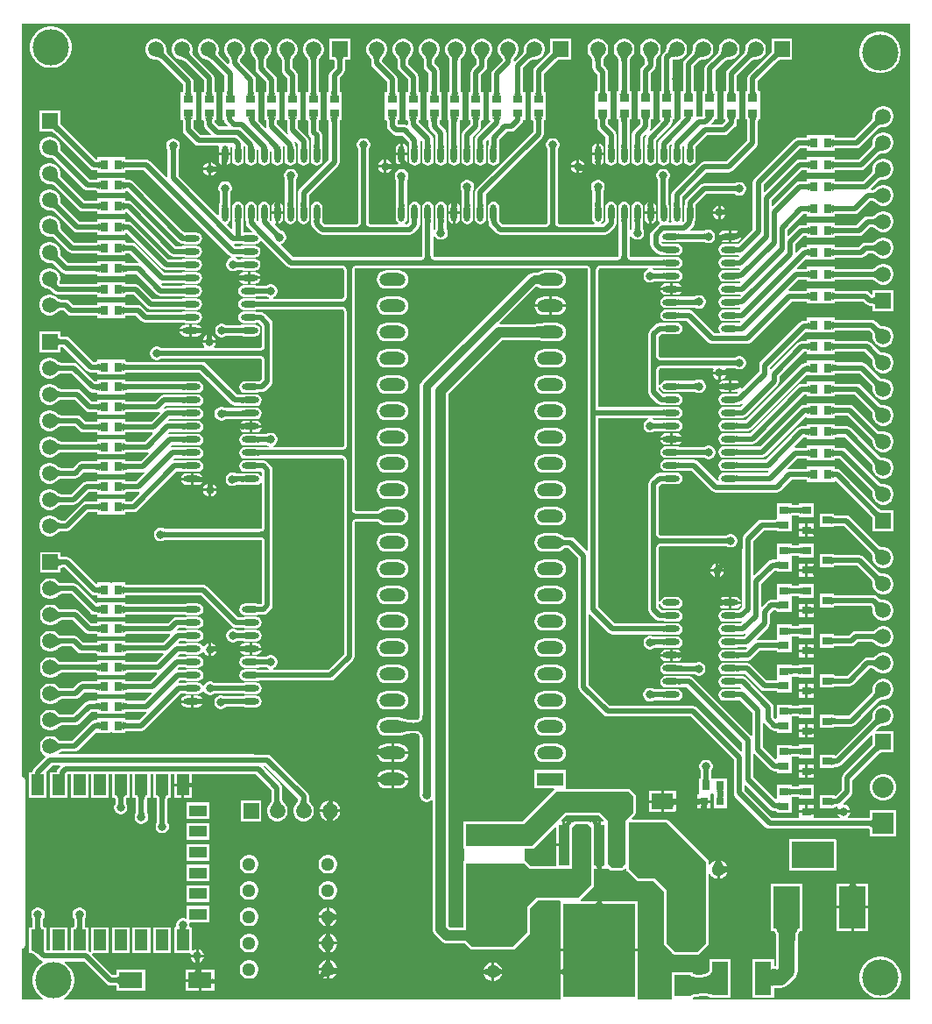
<source format=gtl>
G04*
G04 #@! TF.GenerationSoftware,Altium Limited,Altium Designer,22.7.1 (60)*
G04*
G04 Layer_Physical_Order=1*
G04 Layer_Color=255*
%FSLAX24Y24*%
%MOIN*%
G70*
G04*
G04 #@! TF.SameCoordinates,1DD6C3B8-EF33-4A04-8B88-EBD51A11C9DD*
G04*
G04*
G04 #@! TF.FilePolarity,Positive*
G04*
G01*
G75*
%ADD15C,0.0100*%
%ADD19O,0.0650X0.0236*%
%ADD20R,0.0472X0.0787*%
%ADD21R,0.0669X0.0433*%
%ADD22R,0.0906X0.0591*%
%ADD23R,0.0394X0.1575*%
%ADD24R,0.2756X0.3543*%
%ADD25R,0.0354X0.0315*%
%ADD26R,0.0374X0.0315*%
%ADD27R,0.0315X0.0315*%
%ADD28R,0.0315X0.0374*%
%ADD29R,0.0610X0.0827*%
%ADD30R,0.0610X0.1264*%
%ADD31R,0.0827X0.0610*%
%ADD32R,0.2165X0.0846*%
%ADD33O,0.0236X0.0650*%
%ADD62C,0.0400*%
%ADD63C,0.0200*%
%ADD64C,0.0150*%
%ADD65C,0.0600*%
%ADD66C,0.0300*%
%ADD67C,0.0800*%
%ADD68R,0.0800X0.0800*%
%ADD69C,0.0591*%
%ADD70R,0.0591X0.0591*%
%ADD71R,0.0591X0.0591*%
%ADD72R,0.1000X0.1600*%
%ADD73R,0.1600X0.1000*%
%ADD74C,0.1380*%
%ADD75R,0.1000X0.0500*%
%ADD76O,0.1000X0.0500*%
%ADD77C,0.0512*%
G04:AMPARAMS|DCode=78|XSize=51.2mil|YSize=51.2mil|CornerRadius=12.8mil|HoleSize=0mil|Usage=FLASHONLY|Rotation=180.000|XOffset=0mil|YOffset=0mil|HoleType=Round|Shape=RoundedRectangle|*
%AMROUNDEDRECTD78*
21,1,0.0512,0.0256,0,0,180.0*
21,1,0.0256,0.0512,0,0,180.0*
1,1,0.0256,-0.0128,0.0128*
1,1,0.0256,0.0128,0.0128*
1,1,0.0256,0.0128,-0.0128*
1,1,0.0256,-0.0128,-0.0128*
%
%ADD78ROUNDEDRECTD78*%
G04:AMPARAMS|DCode=79|XSize=51.2mil|YSize=51.2mil|CornerRadius=12.8mil|HoleSize=0mil|Usage=FLASHONLY|Rotation=90.000|XOffset=0mil|YOffset=0mil|HoleType=Round|Shape=RoundedRectangle|*
%AMROUNDEDRECTD79*
21,1,0.0512,0.0256,0,0,90.0*
21,1,0.0256,0.0512,0,0,90.0*
1,1,0.0256,0.0128,0.0128*
1,1,0.0256,0.0128,-0.0128*
1,1,0.0256,-0.0128,-0.0128*
1,1,0.0256,-0.0128,0.0128*
%
%ADD79ROUNDEDRECTD79*%
%ADD80C,0.0315*%
G36*
X26387Y16130D02*
X26385Y16125D01*
X26384Y16119D01*
X26383Y16111D01*
X26381Y16091D01*
X26379Y16063D01*
X26379Y16029D01*
X26179D01*
X26179Y16047D01*
X26174Y16119D01*
X26172Y16125D01*
X26171Y16130D01*
X26169Y16133D01*
X26389D01*
X26387Y16130D01*
D02*
G37*
G36*
X24812Y16126D02*
X24811Y16122D01*
X24809Y16115D01*
X24808Y16108D01*
X24806Y16087D01*
X24804Y16059D01*
X24804Y16025D01*
X24604D01*
X24604Y16043D01*
X24599Y16115D01*
X24598Y16122D01*
X24596Y16126D01*
X24594Y16129D01*
X24814D01*
X24812Y16126D01*
D02*
G37*
G36*
X26380Y15812D02*
X26383Y15777D01*
X26388Y15747D01*
X26395Y15721D01*
X26404Y15699D01*
X26415Y15681D01*
X26428Y15667D01*
X26443Y15657D01*
X26460Y15651D01*
X26479Y15649D01*
X26079D01*
X26098Y15651D01*
X26115Y15657D01*
X26130Y15667D01*
X26143Y15681D01*
X26154Y15699D01*
X26163Y15721D01*
X26170Y15747D01*
X26175Y15777D01*
X26178Y15812D01*
X26179Y15850D01*
X26379D01*
X26380Y15812D01*
D02*
G37*
G36*
X24805D02*
X24808Y15777D01*
X24813Y15747D01*
X24820Y15721D01*
X24829Y15699D01*
X24840Y15681D01*
X24853Y15667D01*
X24868Y15657D01*
X24885Y15651D01*
X24904Y15649D01*
X24504D01*
X24523Y15651D01*
X24540Y15657D01*
X24555Y15667D01*
X24568Y15681D01*
X24579Y15699D01*
X24588Y15721D01*
X24595Y15747D01*
X24600Y15777D01*
X24603Y15812D01*
X24604Y15850D01*
X24804D01*
X24805Y15812D01*
D02*
G37*
G36*
X24940Y14849D02*
X24941Y14835D01*
X24944Y14820D01*
X24948Y14806D01*
X24953Y14792D01*
X24959Y14779D01*
X24967Y14766D01*
X24975Y14754D01*
X24985Y14742D01*
X24996Y14731D01*
X24791Y14653D01*
X24749Y14693D01*
X24638Y14788D01*
X24604Y14812D01*
X24573Y14831D01*
X24544Y14846D01*
X24517Y14856D01*
X24492Y14863D01*
X24469Y14865D01*
X24939D01*
X24940Y14849D01*
D02*
G37*
G36*
X50350Y13189D02*
X50344Y13197D01*
X50326Y13205D01*
X50296Y13212D01*
X50254Y13218D01*
X50134Y13227D01*
X49963Y13230D01*
X49740Y13216D01*
X49674Y13206D01*
X49620Y13193D01*
X49578Y13179D01*
X49548Y13162D01*
X49530Y13143D01*
X49524Y13122D01*
Y13946D01*
X49530Y13925D01*
X49548Y13906D01*
X49578Y13889D01*
X49620Y13874D01*
X49674Y13862D01*
X49740Y13852D01*
X49894Y13839D01*
X49966Y13846D01*
X50056Y13861D01*
X50134Y13882D01*
X50200Y13909D01*
X50254Y13942D01*
X50296Y13981D01*
X50326Y14026D01*
X50344Y14077D01*
X50350Y14134D01*
Y13189D01*
D02*
G37*
G36*
X27784Y13540D02*
X27782Y13559D01*
X27776Y13576D01*
X27766Y13591D01*
X27752Y13604D01*
X27734Y13615D01*
X27711Y13624D01*
X27685Y13631D01*
X27655Y13636D01*
X27621Y13639D01*
X27583Y13640D01*
Y13840D01*
X27621Y13841D01*
X27655Y13844D01*
X27685Y13849D01*
X27711Y13856D01*
X27734Y13865D01*
X27752Y13876D01*
X27766Y13889D01*
X27776Y13904D01*
X27782Y13921D01*
X27784Y13940D01*
Y13540D01*
D02*
G37*
G36*
X57887Y13001D02*
X49667D01*
X49625Y13020D01*
X49625Y13087D01*
X49648Y13095D01*
X49693Y13106D01*
X49751Y13114D01*
X49965Y13128D01*
X50129Y13125D01*
X50243Y13116D01*
X50249Y13115D01*
Y13087D01*
X50346D01*
X50350Y13087D01*
X50354Y13087D01*
X51059D01*
Y14551D01*
X50249D01*
Y14145D01*
X50248Y14145D01*
X50244Y14099D01*
X50234Y14072D01*
X50218Y14047D01*
X50192Y14024D01*
X50154Y14000D01*
X50101Y13979D01*
X50034Y13961D01*
X49953Y13947D01*
X49893Y13942D01*
X49752Y13953D01*
X49693Y13962D01*
X49648Y13972D01*
X49625Y13980D01*
Y14047D01*
X49536D01*
X49536Y14047D01*
X49535Y14047D01*
X49528D01*
X49524Y14048D01*
X49520Y14047D01*
X48815D01*
Y13051D01*
X48815Y13020D01*
X48773Y13001D01*
X47584D01*
X47538Y13012D01*
X47538Y13051D01*
Y14834D01*
X46060D01*
X44582D01*
Y14144D01*
X44588Y14144D01*
X44611Y14148D01*
X44630Y14153D01*
X44647Y14160D01*
X44661Y14168D01*
X44671Y14178D01*
X44679Y14189D01*
X44683Y14202D01*
X44685Y14216D01*
Y13916D01*
X44683Y13930D01*
X44679Y13943D01*
X44671Y13954D01*
X44661Y13964D01*
X44647Y13972D01*
X44630Y13979D01*
X44611Y13984D01*
X44588Y13988D01*
X44582Y13989D01*
Y13051D01*
X44582Y13012D01*
X44537Y13001D01*
X25694D01*
X25679Y13051D01*
X25792Y13126D01*
X25902Y13236D01*
X25988Y13366D01*
X26048Y13510D01*
X26078Y13662D01*
Y13818D01*
X26048Y13971D01*
X25988Y14114D01*
X25902Y14244D01*
X25792Y14354D01*
X25713Y14406D01*
X25728Y14456D01*
X26450D01*
X27310Y13596D01*
X27310Y13596D01*
X27376Y13552D01*
X27454Y13536D01*
X27627D01*
X27642Y13535D01*
X27664Y13531D01*
X27679Y13527D01*
X27681Y13526D01*
Y13345D01*
X28787D01*
Y14135D01*
X27681D01*
Y13954D01*
X27679Y13953D01*
X27664Y13949D01*
X27642Y13945D01*
X27627Y13944D01*
X27539D01*
X26769Y14714D01*
X26790Y14764D01*
X27403D01*
Y15751D01*
X26730D01*
Y14823D01*
X26680Y14802D01*
X26678Y14804D01*
X26615Y14846D01*
Y15751D01*
X26493D01*
X26492Y15753D01*
X26488Y15769D01*
X26484Y15790D01*
X26483Y15805D01*
Y16085D01*
X26485Y16087D01*
X26519Y16146D01*
X26536Y16211D01*
Y16279D01*
X26519Y16345D01*
X26485Y16403D01*
X26437Y16451D01*
X26378Y16485D01*
X26313Y16503D01*
X26245D01*
X26179Y16485D01*
X26121Y16451D01*
X26073Y16403D01*
X26039Y16345D01*
X26021Y16279D01*
Y16211D01*
X26039Y16146D01*
X26073Y16087D01*
X26074Y16086D01*
X26075Y16071D01*
Y15805D01*
X26074Y15790D01*
X26070Y15769D01*
X26066Y15753D01*
X26065Y15751D01*
X25943D01*
Y14864D01*
X25828D01*
Y15751D01*
X25155D01*
Y14864D01*
X25041D01*
X25041Y14869D01*
X25040Y14871D01*
Y15751D01*
X24918D01*
X24917Y15753D01*
X24913Y15769D01*
X24909Y15790D01*
X24908Y15805D01*
Y16081D01*
X24910Y16083D01*
X24944Y16142D01*
X24962Y16208D01*
Y16275D01*
X24944Y16341D01*
X24910Y16400D01*
X24862Y16448D01*
X24803Y16481D01*
X24738Y16499D01*
X24670D01*
X24605Y16481D01*
X24546Y16448D01*
X24498Y16400D01*
X24464Y16341D01*
X24447Y16275D01*
Y16208D01*
X24464Y16142D01*
X24498Y16083D01*
X24499Y16082D01*
X24500Y16067D01*
Y15805D01*
X24499Y15790D01*
X24495Y15769D01*
X24491Y15753D01*
X24490Y15751D01*
X24368D01*
Y14875D01*
X24368Y14874D01*
X24368Y14871D01*
Y14869D01*
X24367Y14865D01*
X24368Y14861D01*
Y14764D01*
X24459D01*
X24460Y14763D01*
X24475Y14762D01*
X24486Y14759D01*
X24502Y14753D01*
X24523Y14742D01*
X24548Y14726D01*
X24575Y14708D01*
X24669Y14628D01*
X24781Y14516D01*
X24847Y14472D01*
X24865Y14468D01*
X24876Y14415D01*
X24784Y14354D01*
X24674Y14244D01*
X24588Y14114D01*
X24528Y13971D01*
X24498Y13818D01*
Y13662D01*
X24528Y13510D01*
X24588Y13366D01*
X24674Y13236D01*
X24784Y13126D01*
X24897Y13051D01*
X24882Y13001D01*
X24103D01*
Y14955D01*
X24110D01*
X24149Y14963D01*
X24182Y14985D01*
X24204Y15018D01*
X24212Y15057D01*
Y21360D01*
X24204Y21399D01*
X24182Y21432D01*
X24149Y21454D01*
X24110Y21462D01*
X24103D01*
Y50097D01*
X57887D01*
X57887Y13001D01*
D02*
G37*
%LPC*%
G36*
X44992Y49533D02*
X44201D01*
Y49131D01*
X44200Y49127D01*
X44201Y49123D01*
Y49049D01*
X44199Y49046D01*
X44182Y49021D01*
X44133Y48963D01*
X43607Y48437D01*
X43563Y48371D01*
X43547Y48293D01*
Y47555D01*
X43546Y47542D01*
X43543Y47520D01*
X43539Y47504D01*
X43464D01*
Y47407D01*
X43463Y47403D01*
X43464Y47399D01*
Y47003D01*
X43464Y46989D01*
Y46953D01*
X43464Y46940D01*
Y46543D01*
X43463Y46540D01*
X43464Y46536D01*
Y46438D01*
X43539D01*
X43543Y46423D01*
X43546Y46400D01*
X43547Y46388D01*
Y46005D01*
X41396Y43854D01*
X41352Y43788D01*
X41336Y43710D01*
Y43285D01*
X41335Y43235D01*
X41332Y43201D01*
X41331Y43192D01*
X41330Y43189D01*
X41329Y43186D01*
X41328Y43175D01*
X41318Y43124D01*
Y42711D01*
X41335Y42626D01*
X41383Y42554D01*
X41455Y42506D01*
X41540Y42489D01*
X41625Y42506D01*
X41697Y42554D01*
X41745Y42626D01*
X41762Y42711D01*
Y43124D01*
X41753Y43172D01*
X41744Y43321D01*
Y43626D01*
X43895Y45777D01*
X43939Y45843D01*
X43955Y45921D01*
Y46388D01*
X43956Y46400D01*
X43959Y46423D01*
X43963Y46438D01*
X44038D01*
Y46536D01*
X44039Y46540D01*
X44038Y46543D01*
Y46940D01*
X44038Y46953D01*
Y46989D01*
X44038Y47003D01*
Y47399D01*
X44039Y47403D01*
X44038Y47407D01*
Y47504D01*
X43963D01*
X43959Y47520D01*
X43956Y47542D01*
X43955Y47555D01*
Y48208D01*
X44412Y48665D01*
X44448Y48699D01*
X44478Y48723D01*
X44504Y48741D01*
X44508Y48743D01*
X44581D01*
X44585Y48742D01*
X44589Y48743D01*
X44992D01*
Y49533D01*
D02*
G37*
G36*
X53404Y49531D02*
X52614D01*
Y49129D01*
X52613Y49125D01*
X52614Y49121D01*
Y49047D01*
X52612Y49044D01*
X52595Y49019D01*
X52546Y48961D01*
X51760Y48175D01*
X51715Y48109D01*
X51700Y48031D01*
Y47574D01*
X51699Y47562D01*
X51696Y47540D01*
X51692Y47524D01*
X51617D01*
Y47427D01*
X51616Y47423D01*
X51617Y47419D01*
Y47023D01*
X51617Y47009D01*
Y46973D01*
X51617Y46959D01*
Y46563D01*
X51616Y46559D01*
X51617Y46555D01*
Y46458D01*
X51692D01*
X51696Y46443D01*
X51699Y46420D01*
X51700Y46408D01*
Y45660D01*
X50904Y44864D01*
X50060D01*
X49982Y44848D01*
X49916Y44804D01*
X48866Y43754D01*
X48822Y43688D01*
X48806Y43610D01*
Y43285D01*
X48805Y43235D01*
X48802Y43201D01*
X48801Y43192D01*
X48800Y43189D01*
X48799Y43186D01*
X48798Y43175D01*
X48788Y43124D01*
Y42711D01*
X48805Y42626D01*
X48827Y42592D01*
X48801Y42542D01*
X48719D01*
X48693Y42592D01*
X48715Y42626D01*
X48732Y42711D01*
Y43124D01*
X48715Y43210D01*
X48703Y43229D01*
X48702Y43230D01*
X48702Y43231D01*
X48694Y43350D01*
Y44166D01*
X48696Y44168D01*
X48730Y44226D01*
X48747Y44292D01*
Y44360D01*
X48730Y44425D01*
X48696Y44484D01*
X48648Y44532D01*
X48589Y44566D01*
X48524Y44583D01*
X48456D01*
X48391Y44566D01*
X48332Y44532D01*
X48284Y44484D01*
X48250Y44425D01*
X48233Y44360D01*
Y44292D01*
X48250Y44226D01*
X48284Y44168D01*
X48285Y44167D01*
X48286Y44151D01*
Y43154D01*
X48290Y43136D01*
X48288Y43124D01*
Y42711D01*
X48305Y42626D01*
X48353Y42554D01*
X48347Y42497D01*
X48325Y42482D01*
X48066Y42223D01*
X48022Y42157D01*
X48006Y42079D01*
Y41719D01*
X48022Y41641D01*
X48066Y41575D01*
X48258Y41383D01*
X48324Y41339D01*
X48402Y41323D01*
X48503D01*
X48516Y41315D01*
X48601Y41298D01*
X49014D01*
X49100Y41315D01*
X49172Y41363D01*
X49220Y41435D01*
X49237Y41520D01*
X49220Y41605D01*
X49172Y41677D01*
X49100Y41725D01*
X49014Y41742D01*
X48601D01*
X48543Y41731D01*
X48486D01*
X48437Y41780D01*
X48441Y41805D01*
X48495Y41829D01*
X48516Y41815D01*
X48601Y41798D01*
X49014D01*
X49062Y41807D01*
X49211Y41816D01*
X50054D01*
X50057Y41814D01*
X50115Y41780D01*
X50181Y41763D01*
X50249D01*
X50314Y41780D01*
X50373Y41814D01*
X50421Y41862D01*
X50455Y41921D01*
X50472Y41986D01*
Y42054D01*
X50455Y42119D01*
X50421Y42178D01*
X50373Y42226D01*
X50314Y42260D01*
X50249Y42277D01*
X50181D01*
X50115Y42260D01*
X50057Y42226D01*
X50056Y42225D01*
X50040Y42224D01*
X49543D01*
X49524Y42270D01*
X49647Y42393D01*
X49691Y42460D01*
X49707Y42538D01*
Y42613D01*
X49715Y42626D01*
X49732Y42711D01*
Y43124D01*
X49721Y43182D01*
Y43218D01*
X50133Y43629D01*
X51223D01*
X51229Y43623D01*
X51288Y43590D01*
X51353Y43572D01*
X51421D01*
X51487Y43590D01*
X51545Y43623D01*
X51593Y43671D01*
X51627Y43730D01*
X51645Y43796D01*
Y43863D01*
X51627Y43929D01*
X51593Y43988D01*
X51545Y44036D01*
X51487Y44069D01*
X51421Y44087D01*
X51353D01*
X51288Y44069D01*
X51233Y44038D01*
X51220Y44037D01*
X50048D01*
X50048Y44037D01*
X49970Y44022D01*
X49904Y43977D01*
X49373Y43446D01*
X49329Y43380D01*
X49313Y43302D01*
Y43222D01*
X49305Y43210D01*
X49288Y43124D01*
Y42711D01*
X49299Y42653D01*
Y42622D01*
X49249Y42572D01*
X49240Y42573D01*
X49216Y42626D01*
X49216Y42627D01*
X49232Y42711D01*
Y43124D01*
X49223Y43172D01*
X49214Y43321D01*
Y43526D01*
X50144Y44456D01*
X50988D01*
X51066Y44472D01*
X51133Y44516D01*
X52048Y45431D01*
X52092Y45497D01*
X52108Y45575D01*
Y46408D01*
X52109Y46420D01*
X52112Y46443D01*
X52115Y46458D01*
X52191D01*
Y46555D01*
X52191Y46559D01*
X52191Y46563D01*
Y46959D01*
X52191Y46973D01*
Y47009D01*
X52191Y47023D01*
Y47419D01*
X52191Y47423D01*
X52191Y47427D01*
Y47524D01*
X52115D01*
X52112Y47540D01*
X52109Y47562D01*
X52108Y47574D01*
Y47946D01*
X52825Y48663D01*
X52861Y48697D01*
X52891Y48721D01*
X52917Y48739D01*
X52920Y48741D01*
X52994D01*
X52998Y48740D01*
X53002Y48741D01*
X53404D01*
Y49531D01*
D02*
G37*
G36*
X43649Y49533D02*
X43544D01*
X43444Y49506D01*
X43354Y49454D01*
X43280Y49381D01*
X43228Y49291D01*
X43201Y49190D01*
Y49146D01*
X43199Y49138D01*
X43199Y49112D01*
X43197Y49091D01*
X43193Y49071D01*
X43189Y49053D01*
X43183Y49036D01*
X43175Y49019D01*
X43167Y49004D01*
X43157Y48988D01*
X43151Y48981D01*
X42850Y48680D01*
X42800Y48701D01*
Y48712D01*
X42802Y48721D01*
X42805Y48739D01*
X42810Y48756D01*
X42817Y48773D01*
X42825Y48790D01*
X42834Y48806D01*
X42846Y48822D01*
X42859Y48838D01*
X42877Y48857D01*
X42882Y48864D01*
X42913Y48895D01*
X42965Y48986D01*
X42992Y49086D01*
Y49190D01*
X42965Y49291D01*
X42913Y49381D01*
X42839Y49454D01*
X42749Y49506D01*
X42649Y49533D01*
X42544D01*
X42444Y49506D01*
X42354Y49454D01*
X42280Y49381D01*
X42228Y49291D01*
X42201Y49190D01*
Y49086D01*
X42228Y48986D01*
X42280Y48895D01*
X42311Y48864D01*
X42316Y48857D01*
X42334Y48838D01*
X42347Y48822D01*
X42359Y48806D01*
X42368Y48790D01*
X42376Y48773D01*
X42383Y48756D01*
X42388Y48739D01*
X42392Y48721D01*
X42392Y48717D01*
X42017Y48341D01*
X41972Y48275D01*
X41957Y48197D01*
Y47555D01*
X41956Y47542D01*
X41953Y47520D01*
X41949Y47504D01*
X41874D01*
Y47407D01*
X41873Y47403D01*
X41874Y47399D01*
Y47003D01*
X41874Y46989D01*
Y46953D01*
X41874Y46940D01*
Y46543D01*
X41873Y46540D01*
X41874Y46536D01*
Y46438D01*
X41906D01*
X41927Y46388D01*
X41396Y45858D01*
X41352Y45791D01*
X41336Y45713D01*
Y45520D01*
X41336Y45503D01*
X41332Y45428D01*
X41330Y45417D01*
X41329Y45412D01*
X41328Y45408D01*
X41327Y45398D01*
X41318Y45349D01*
Y44936D01*
X41335Y44850D01*
X41383Y44778D01*
X41455Y44730D01*
X41540Y44713D01*
X41625Y44730D01*
X41697Y44778D01*
X41745Y44850D01*
X41762Y44936D01*
Y45349D01*
X41756Y45383D01*
X41756Y45384D01*
X41744Y45629D01*
Y45629D01*
X41797Y45682D01*
X41843Y45663D01*
Y45497D01*
X41841Y45459D01*
X41837Y45438D01*
X41835Y45434D01*
X41818Y45349D01*
Y44936D01*
X41835Y44850D01*
X41883Y44778D01*
X41955Y44730D01*
X42040Y44713D01*
X42125Y44730D01*
X42197Y44778D01*
X42245Y44850D01*
X42262Y44936D01*
Y45349D01*
X42256Y45382D01*
X42256Y45382D01*
X42251Y45587D01*
Y45692D01*
X42554Y45996D01*
X42716D01*
X42794Y46012D01*
X42860Y46056D01*
X43108Y46304D01*
X43152Y46370D01*
X43166Y46438D01*
X43243D01*
Y46940D01*
X43243Y46953D01*
Y46989D01*
X43243Y47003D01*
Y47399D01*
X43244Y47403D01*
X43243Y47407D01*
Y47504D01*
X43168D01*
X43164Y47520D01*
X43161Y47542D01*
X43160Y47555D01*
Y48413D01*
X43439Y48693D01*
X43447Y48698D01*
X43462Y48708D01*
X43478Y48717D01*
X43494Y48724D01*
X43511Y48730D01*
X43530Y48735D01*
X43549Y48738D01*
X43570Y48740D01*
X43596Y48741D01*
X43605Y48743D01*
X43649D01*
X43749Y48770D01*
X43839Y48822D01*
X43913Y48895D01*
X43965Y48986D01*
X43992Y49086D01*
Y49190D01*
X43965Y49291D01*
X43913Y49381D01*
X43839Y49454D01*
X43749Y49506D01*
X43649Y49533D01*
D02*
G37*
G36*
X25271Y50005D02*
X25115D01*
X24962Y49975D01*
X24819Y49915D01*
X24689Y49829D01*
X24579Y49719D01*
X24493Y49589D01*
X24433Y49445D01*
X24403Y49293D01*
Y49137D01*
X24433Y48985D01*
X24493Y48841D01*
X24579Y48711D01*
X24689Y48601D01*
X24819Y48515D01*
X24962Y48455D01*
X25115Y48425D01*
X25271D01*
X25423Y48455D01*
X25567Y48515D01*
X25696Y48601D01*
X25806Y48711D01*
X25893Y48841D01*
X25952Y48985D01*
X25983Y49137D01*
Y49293D01*
X25952Y49445D01*
X25893Y49589D01*
X25806Y49719D01*
X25696Y49829D01*
X25567Y49915D01*
X25423Y49975D01*
X25271Y50005D01*
D02*
G37*
G36*
X56822Y49808D02*
X56666D01*
X56514Y49778D01*
X56370Y49718D01*
X56241Y49632D01*
X56131Y49522D01*
X56044Y49392D01*
X55985Y49249D01*
X55954Y49096D01*
Y48940D01*
X55985Y48788D01*
X56044Y48644D01*
X56131Y48514D01*
X56241Y48404D01*
X56370Y48318D01*
X56514Y48258D01*
X56666Y48228D01*
X56822D01*
X56975Y48258D01*
X57118Y48318D01*
X57248Y48404D01*
X57358Y48514D01*
X57444Y48644D01*
X57504Y48788D01*
X57534Y48940D01*
Y49096D01*
X57504Y49249D01*
X57444Y49392D01*
X57358Y49522D01*
X57248Y49632D01*
X57118Y49718D01*
X56975Y49778D01*
X56822Y49808D01*
D02*
G37*
G36*
X52061Y49531D02*
X51957D01*
X51857Y49505D01*
X51766Y49453D01*
X51693Y49379D01*
X51641Y49289D01*
X51614Y49188D01*
Y49144D01*
X51612Y49136D01*
X51611Y49110D01*
X51609Y49089D01*
X51606Y49069D01*
X51601Y49051D01*
X51595Y49034D01*
X51588Y49017D01*
X51580Y49002D01*
X51569Y48986D01*
X51564Y48979D01*
X50944Y48359D01*
X50900Y48293D01*
X50884Y48215D01*
Y47574D01*
X50883Y47562D01*
X50880Y47540D01*
X50876Y47524D01*
X50801D01*
Y47427D01*
X50800Y47423D01*
X50801Y47419D01*
Y47023D01*
X50801Y47009D01*
Y46973D01*
X50801Y46959D01*
Y46563D01*
X50800Y46559D01*
X50801Y46555D01*
Y46458D01*
X50859D01*
X50873Y46408D01*
X50739Y46274D01*
X50347D01*
X50328Y46320D01*
X50422Y46414D01*
X50451Y46458D01*
X50559D01*
Y46959D01*
X50559Y46973D01*
Y47009D01*
X50559Y47023D01*
Y47419D01*
X50560Y47423D01*
X50559Y47427D01*
Y47524D01*
X50484D01*
X50480Y47540D01*
X50477Y47562D01*
X50476Y47574D01*
Y48315D01*
X50852Y48691D01*
X50859Y48696D01*
X50875Y48707D01*
X50890Y48715D01*
X50907Y48722D01*
X50924Y48728D01*
X50942Y48733D01*
X50962Y48736D01*
X50983Y48738D01*
X51009Y48739D01*
X51017Y48741D01*
X51061D01*
X51162Y48768D01*
X51252Y48820D01*
X51325Y48893D01*
X51378Y48984D01*
X51404Y49084D01*
Y49188D01*
X51378Y49289D01*
X51325Y49379D01*
X51252Y49453D01*
X51162Y49505D01*
X51061Y49531D01*
X50957D01*
X50857Y49505D01*
X50766Y49453D01*
X50693Y49379D01*
X50641Y49289D01*
X50614Y49188D01*
Y49144D01*
X50612Y49136D01*
X50611Y49110D01*
X50609Y49089D01*
X50606Y49069D01*
X50601Y49051D01*
X50595Y49034D01*
X50588Y49017D01*
X50580Y49002D01*
X50569Y48986D01*
X50564Y48979D01*
X50128Y48543D01*
X50084Y48477D01*
X50068Y48399D01*
Y47574D01*
X50067Y47562D01*
X50064Y47540D01*
X50061Y47524D01*
X49985D01*
Y47427D01*
X49984Y47423D01*
X49985Y47419D01*
Y47023D01*
X49985Y47009D01*
Y46973D01*
X49985Y46959D01*
Y46574D01*
X49855D01*
X49855Y46574D01*
X49793Y46562D01*
X49743Y46592D01*
Y46959D01*
X49743Y46973D01*
Y47009D01*
X49743Y47023D01*
Y47419D01*
X49744Y47423D01*
X49743Y47427D01*
Y47524D01*
X49668D01*
X49664Y47540D01*
X49661Y47562D01*
X49660Y47574D01*
Y48499D01*
X49852Y48691D01*
X49859Y48696D01*
X49875Y48707D01*
X49890Y48715D01*
X49907Y48722D01*
X49924Y48728D01*
X49942Y48733D01*
X49962Y48736D01*
X49983Y48738D01*
X50009Y48739D01*
X50017Y48741D01*
X50061D01*
X50162Y48768D01*
X50252Y48820D01*
X50325Y48893D01*
X50378Y48984D01*
X50404Y49084D01*
Y49188D01*
X50378Y49289D01*
X50325Y49379D01*
X50252Y49453D01*
X50162Y49505D01*
X50061Y49531D01*
X49957D01*
X49857Y49505D01*
X49766Y49453D01*
X49693Y49379D01*
X49641Y49289D01*
X49614Y49188D01*
Y49144D01*
X49612Y49136D01*
X49611Y49110D01*
X49609Y49089D01*
X49606Y49069D01*
X49601Y49051D01*
X49595Y49034D01*
X49588Y49017D01*
X49580Y49002D01*
X49569Y48986D01*
X49564Y48979D01*
X49312Y48728D01*
X49268Y48661D01*
X49253Y48583D01*
Y47574D01*
X49252Y47562D01*
X49248Y47540D01*
X49245Y47524D01*
X49169D01*
Y47427D01*
X49169Y47423D01*
X49169Y47419D01*
Y47023D01*
X49169Y47009D01*
Y46973D01*
X49169Y46959D01*
Y46504D01*
X48366Y45700D01*
X48322Y45634D01*
X48306Y45556D01*
Y45436D01*
X48305Y45434D01*
X48288Y45349D01*
Y44936D01*
X48305Y44850D01*
X48353Y44778D01*
X48425Y44730D01*
X48510Y44713D01*
X48595Y44730D01*
X48667Y44778D01*
X48715Y44850D01*
X48732Y44936D01*
Y45349D01*
X48715Y45434D01*
X48714Y45436D01*
Y45472D01*
X48763Y45521D01*
X48813Y45500D01*
Y45447D01*
X48805Y45434D01*
X48788Y45349D01*
Y44936D01*
X48805Y44850D01*
X48853Y44778D01*
X48925Y44730D01*
X49010Y44713D01*
X49095Y44730D01*
X49167Y44778D01*
X49215Y44850D01*
X49232Y44936D01*
Y45349D01*
X49221Y45407D01*
Y45448D01*
X49237Y45464D01*
X49296Y45452D01*
X49305Y45434D01*
X49288Y45349D01*
Y44936D01*
X49305Y44850D01*
X49353Y44778D01*
X49425Y44730D01*
X49510Y44713D01*
X49595Y44730D01*
X49667Y44778D01*
X49715Y44850D01*
X49732Y44936D01*
Y45349D01*
X49721Y45407D01*
Y45412D01*
X50174Y45866D01*
X50824D01*
X50902Y45882D01*
X50968Y45926D01*
X51232Y46190D01*
X51276Y46256D01*
X51292Y46334D01*
Y46408D01*
X51293Y46420D01*
X51296Y46443D01*
X51300Y46458D01*
X51375D01*
Y46555D01*
X51376Y46559D01*
X51375Y46563D01*
Y46959D01*
X51375Y46973D01*
Y47009D01*
X51375Y47023D01*
Y47419D01*
X51376Y47423D01*
X51375Y47427D01*
Y47524D01*
X51300D01*
X51296Y47540D01*
X51293Y47562D01*
X51292Y47574D01*
Y48130D01*
X51852Y48691D01*
X51859Y48696D01*
X51875Y48707D01*
X51890Y48715D01*
X51907Y48722D01*
X51924Y48728D01*
X51942Y48733D01*
X51962Y48736D01*
X51983Y48738D01*
X52009Y48739D01*
X52017Y48741D01*
X52061D01*
X52162Y48768D01*
X52252Y48820D01*
X52325Y48893D01*
X52378Y48984D01*
X52404Y49084D01*
Y49188D01*
X52378Y49289D01*
X52325Y49379D01*
X52252Y49453D01*
X52162Y49505D01*
X52061Y49531D01*
D02*
G37*
G36*
X38649Y49533D02*
X38544D01*
X38444Y49506D01*
X38354Y49454D01*
X38280Y49381D01*
X38228Y49291D01*
X38201Y49190D01*
Y49086D01*
X38228Y48986D01*
X38280Y48895D01*
X38311Y48864D01*
X38316Y48857D01*
X38334Y48838D01*
X38347Y48822D01*
X38359Y48806D01*
X38368Y48790D01*
X38376Y48773D01*
X38383Y48756D01*
X38388Y48739D01*
X38391Y48721D01*
X38393Y48712D01*
Y48474D01*
X38408Y48395D01*
X38452Y48329D01*
X38777Y48005D01*
Y47555D01*
X38776Y47542D01*
X38773Y47520D01*
X38769Y47504D01*
X38694D01*
Y47407D01*
X38693Y47403D01*
X38694Y47399D01*
Y47003D01*
X38694Y46989D01*
Y46953D01*
X38694Y46940D01*
Y46543D01*
X38693Y46540D01*
X38694Y46536D01*
Y46438D01*
X38769D01*
X38773Y46423D01*
X38776Y46400D01*
X38777Y46388D01*
Y46289D01*
X38779Y46279D01*
X38738Y46246D01*
X38660Y46262D01*
X38426D01*
X38390Y46298D01*
Y46388D01*
X38391Y46400D01*
X38394Y46423D01*
X38397Y46438D01*
X38473D01*
Y46536D01*
X38473Y46540D01*
X38473Y46543D01*
Y46940D01*
X38473Y46953D01*
Y46989D01*
X38473Y47003D01*
Y47399D01*
X38473Y47403D01*
X38473Y47407D01*
Y47504D01*
X38397D01*
X38394Y47520D01*
X38391Y47542D01*
X38390Y47555D01*
Y48005D01*
X38374Y48083D01*
X38330Y48149D01*
X37800Y48679D01*
Y48712D01*
X37802Y48721D01*
X37805Y48739D01*
X37810Y48756D01*
X37817Y48773D01*
X37825Y48790D01*
X37834Y48806D01*
X37846Y48822D01*
X37859Y48838D01*
X37877Y48857D01*
X37882Y48864D01*
X37913Y48895D01*
X37965Y48986D01*
X37992Y49086D01*
Y49190D01*
X37965Y49291D01*
X37913Y49381D01*
X37839Y49454D01*
X37749Y49506D01*
X37649Y49533D01*
X37544D01*
X37444Y49506D01*
X37354Y49454D01*
X37280Y49381D01*
X37228Y49291D01*
X37201Y49190D01*
Y49086D01*
X37228Y48986D01*
X37280Y48895D01*
X37311Y48864D01*
X37316Y48857D01*
X37334Y48838D01*
X37347Y48822D01*
X37359Y48806D01*
X37368Y48790D01*
X37376Y48773D01*
X37383Y48756D01*
X37388Y48739D01*
X37392Y48721D01*
X37393Y48712D01*
Y48594D01*
X37408Y48516D01*
X37452Y48450D01*
X37982Y47921D01*
Y47555D01*
X37981Y47542D01*
X37978Y47520D01*
X37974Y47504D01*
X37899D01*
Y47407D01*
X37898Y47403D01*
X37899Y47399D01*
Y47003D01*
X37899Y46989D01*
Y46953D01*
X37899Y46940D01*
Y46543D01*
X37898Y46540D01*
X37899Y46536D01*
Y46438D01*
X37974D01*
X37978Y46423D01*
X37981Y46400D01*
X37982Y46388D01*
Y46213D01*
X37997Y46135D01*
X38042Y46069D01*
X38197Y45914D01*
X38263Y45869D01*
X38341Y45854D01*
X38575D01*
X38836Y45593D01*
Y45509D01*
X38835Y45460D01*
X38832Y45426D01*
X38831Y45417D01*
X38830Y45413D01*
X38829Y45410D01*
X38828Y45400D01*
X38818Y45349D01*
Y44936D01*
X38835Y44850D01*
X38883Y44778D01*
X38955Y44730D01*
X39040Y44713D01*
X39125Y44730D01*
X39197Y44778D01*
X39245Y44850D01*
X39262Y44936D01*
Y45349D01*
X39253Y45397D01*
X39244Y45546D01*
Y45667D01*
X39270Y45684D01*
X39293Y45689D01*
X39336Y45646D01*
Y45520D01*
X39336Y45503D01*
X39332Y45428D01*
X39330Y45417D01*
X39329Y45412D01*
X39328Y45408D01*
X39327Y45398D01*
X39318Y45349D01*
Y44936D01*
X39335Y44850D01*
X39383Y44778D01*
X39455Y44730D01*
X39540Y44713D01*
X39625Y44730D01*
X39697Y44778D01*
X39745Y44850D01*
X39762Y44936D01*
Y45349D01*
X39756Y45383D01*
X39756Y45384D01*
X39744Y45629D01*
Y45730D01*
X39728Y45808D01*
X39684Y45874D01*
X39684Y45874D01*
X39185Y46374D01*
Y46388D01*
X39186Y46400D01*
X39189Y46423D01*
X39192Y46438D01*
X39268D01*
Y46536D01*
X39268Y46540D01*
X39268Y46543D01*
Y46940D01*
X39268Y46953D01*
Y46989D01*
X39268Y47003D01*
Y47399D01*
X39268Y47403D01*
X39268Y47407D01*
Y47504D01*
X39192D01*
X39189Y47520D01*
X39186Y47542D01*
X39185Y47555D01*
Y48089D01*
X39169Y48167D01*
X39125Y48233D01*
X38800Y48558D01*
Y48712D01*
X38802Y48721D01*
X38805Y48739D01*
X38810Y48756D01*
X38817Y48773D01*
X38825Y48790D01*
X38834Y48806D01*
X38846Y48822D01*
X38859Y48838D01*
X38877Y48857D01*
X38882Y48864D01*
X38913Y48895D01*
X38965Y48986D01*
X38992Y49086D01*
Y49190D01*
X38965Y49291D01*
X38913Y49381D01*
X38839Y49454D01*
X38749Y49506D01*
X38649Y49533D01*
D02*
G37*
G36*
X49061Y49531D02*
X48957D01*
X48857Y49505D01*
X48766Y49453D01*
X48693Y49379D01*
X48641Y49289D01*
X48614Y49188D01*
Y49180D01*
X48612Y49166D01*
X48607Y49143D01*
X48600Y49122D01*
X48593Y49102D01*
X48585Y49083D01*
X48576Y49065D01*
X48565Y49048D01*
X48554Y49031D01*
X48549Y49025D01*
X48496Y48973D01*
X48452Y48907D01*
X48437Y48829D01*
Y47574D01*
X48436Y47562D01*
X48433Y47540D01*
X48429Y47524D01*
X48354D01*
Y47427D01*
X48353Y47423D01*
X48354Y47419D01*
Y47023D01*
X48354Y47009D01*
Y46973D01*
X48354Y46959D01*
Y46571D01*
X48354Y46571D01*
X48354Y46570D01*
Y46563D01*
X48353Y46559D01*
X48354Y46555D01*
Y46458D01*
X48370D01*
X48390Y46408D01*
X48011Y46029D01*
X47973Y46061D01*
X48013Y46122D01*
X48029Y46200D01*
X48029Y46200D01*
Y46408D01*
X48030Y46420D01*
X48033Y46443D01*
X48037Y46458D01*
X48112D01*
Y46555D01*
X48113Y46559D01*
X48112Y46563D01*
Y46959D01*
X48112Y46973D01*
Y47009D01*
X48112Y47023D01*
Y47419D01*
X48113Y47423D01*
X48112Y47427D01*
Y47524D01*
X48037D01*
X48033Y47540D01*
X48030Y47562D01*
X48029Y47574D01*
Y48229D01*
X48153Y48353D01*
X48198Y48419D01*
X48213Y48498D01*
Y48710D01*
X48214Y48719D01*
X48218Y48737D01*
X48223Y48754D01*
X48229Y48771D01*
X48237Y48788D01*
X48247Y48804D01*
X48259Y48820D01*
X48272Y48836D01*
X48290Y48855D01*
X48294Y48862D01*
X48325Y48893D01*
X48378Y48984D01*
X48404Y49084D01*
Y49188D01*
X48378Y49289D01*
X48325Y49379D01*
X48252Y49453D01*
X48162Y49505D01*
X48061Y49531D01*
X47957D01*
X47857Y49505D01*
X47766Y49453D01*
X47693Y49379D01*
X47641Y49289D01*
X47614Y49188D01*
Y49084D01*
X47641Y48984D01*
X47693Y48893D01*
X47724Y48862D01*
X47729Y48855D01*
X47746Y48836D01*
X47760Y48820D01*
X47771Y48804D01*
X47781Y48788D01*
X47789Y48771D01*
X47795Y48754D01*
X47801Y48737D01*
X47804Y48719D01*
X47805Y48710D01*
Y48582D01*
X47681Y48457D01*
X47637Y48391D01*
X47621Y48313D01*
Y47574D01*
X47620Y47562D01*
X47617Y47540D01*
X47613Y47524D01*
X47538D01*
Y47427D01*
X47537Y47423D01*
X47538Y47419D01*
Y47023D01*
X47538Y47009D01*
Y46973D01*
X47538Y46959D01*
Y46563D01*
X47537Y46559D01*
X47538Y46555D01*
Y46458D01*
X47613D01*
X47617Y46443D01*
X47620Y46420D01*
X47621Y46408D01*
Y46284D01*
X47366Y46029D01*
X47322Y45963D01*
X47306Y45885D01*
Y45509D01*
X47305Y45460D01*
X47302Y45426D01*
X47301Y45417D01*
X47300Y45413D01*
X47299Y45410D01*
X47298Y45400D01*
X47288Y45349D01*
Y44936D01*
X47305Y44850D01*
X47353Y44778D01*
X47425Y44730D01*
X47510Y44713D01*
X47595Y44730D01*
X47667Y44778D01*
X47715Y44850D01*
X47732Y44936D01*
Y45349D01*
X47723Y45397D01*
X47714Y45546D01*
Y45801D01*
X47824Y45910D01*
X47862Y45878D01*
X47822Y45817D01*
X47806Y45739D01*
Y45509D01*
X47805Y45460D01*
X47802Y45426D01*
X47801Y45417D01*
X47800Y45413D01*
X47799Y45410D01*
X47798Y45400D01*
X47788Y45349D01*
Y44936D01*
X47805Y44850D01*
X47853Y44778D01*
X47925Y44730D01*
X48010Y44713D01*
X48095Y44730D01*
X48167Y44778D01*
X48215Y44850D01*
X48232Y44936D01*
Y45349D01*
X48223Y45397D01*
X48214Y45546D01*
Y45655D01*
X48785Y46226D01*
X48829Y46292D01*
X48845Y46370D01*
Y46416D01*
X48845Y46426D01*
X48849Y46447D01*
X48851Y46458D01*
X48928D01*
Y46555D01*
X48928Y46559D01*
X48928Y46563D01*
Y46570D01*
X48928Y46571D01*
X48928Y46571D01*
Y46959D01*
X48928Y46973D01*
Y47009D01*
X48928Y47023D01*
Y47419D01*
X48928Y47423D01*
X48928Y47427D01*
Y47524D01*
X48852D01*
X48849Y47540D01*
X48846Y47562D01*
X48845Y47574D01*
Y48732D01*
X48848Y48733D01*
X48862Y48739D01*
X48877Y48743D01*
X48893Y48745D01*
X48910Y48747D01*
X48928Y48746D01*
X48946Y48744D01*
X48957Y48741D01*
X49061D01*
X49162Y48768D01*
X49252Y48820D01*
X49325Y48893D01*
X49378Y48984D01*
X49404Y49084D01*
Y49188D01*
X49378Y49289D01*
X49325Y49379D01*
X49252Y49453D01*
X49162Y49505D01*
X49061Y49531D01*
D02*
G37*
G36*
X34236D02*
X34132D01*
X34031Y49505D01*
X33941Y49453D01*
X33868Y49379D01*
X33816Y49289D01*
X33789Y49188D01*
Y49084D01*
X33816Y48984D01*
X33868Y48893D01*
X33899Y48862D01*
X33903Y48855D01*
X33921Y48836D01*
X33934Y48820D01*
X33946Y48804D01*
X33956Y48788D01*
X33964Y48771D01*
X33970Y48754D01*
X33975Y48737D01*
X33979Y48719D01*
X33980Y48710D01*
Y48347D01*
X33995Y48269D01*
X34040Y48203D01*
X34186Y48056D01*
Y47555D01*
X34185Y47542D01*
X34182Y47520D01*
X34179Y47504D01*
X34103D01*
Y47407D01*
X34102Y47403D01*
X34103Y47399D01*
Y47003D01*
X34103Y46989D01*
Y46953D01*
X34103Y46940D01*
Y46543D01*
X34102Y46540D01*
X34103Y46536D01*
Y46438D01*
X34179D01*
X34182Y46423D01*
X34185Y46400D01*
X34186Y46388D01*
Y46058D01*
X34202Y45980D01*
X34227Y45942D01*
X34188Y45910D01*
X33801Y46298D01*
Y46388D01*
X33801Y46400D01*
X33805Y46423D01*
X33808Y46438D01*
X33884D01*
Y46536D01*
X33884Y46540D01*
X33884Y46543D01*
Y46940D01*
X33884Y46953D01*
Y46989D01*
X33884Y47003D01*
Y47399D01*
X33884Y47403D01*
X33884Y47407D01*
Y47504D01*
X33808D01*
X33805Y47520D01*
X33801Y47542D01*
X33801Y47555D01*
Y47988D01*
X33785Y48066D01*
X33741Y48132D01*
X33388Y48485D01*
Y48710D01*
X33389Y48719D01*
X33392Y48737D01*
X33398Y48754D01*
X33404Y48771D01*
X33412Y48788D01*
X33422Y48804D01*
X33433Y48820D01*
X33447Y48836D01*
X33464Y48855D01*
X33469Y48862D01*
X33500Y48893D01*
X33552Y48984D01*
X33579Y49084D01*
Y49188D01*
X33552Y49289D01*
X33500Y49379D01*
X33427Y49453D01*
X33336Y49505D01*
X33236Y49531D01*
X33132D01*
X33031Y49505D01*
X32941Y49453D01*
X32868Y49379D01*
X32815Y49289D01*
X32789Y49188D01*
Y49084D01*
X32815Y48984D01*
X32868Y48893D01*
X32899Y48862D01*
X32903Y48855D01*
X32921Y48836D01*
X32934Y48820D01*
X32946Y48804D01*
X32956Y48788D01*
X32964Y48771D01*
X32970Y48754D01*
X32975Y48737D01*
X32979Y48719D01*
X32980Y48710D01*
Y48400D01*
X32995Y48322D01*
X33040Y48256D01*
X33393Y47903D01*
Y47555D01*
X33392Y47542D01*
X33389Y47520D01*
X33385Y47504D01*
X33310D01*
Y47407D01*
X33309Y47403D01*
X33310Y47399D01*
Y47003D01*
X33310Y46989D01*
Y46953D01*
X33310Y46940D01*
Y46543D01*
X33309Y46540D01*
X33310Y46536D01*
Y46438D01*
X33385D01*
X33389Y46423D01*
X33392Y46400D01*
X33393Y46388D01*
Y46213D01*
X33402Y46168D01*
X33356Y46144D01*
X33106Y46393D01*
X33090Y46438D01*
X33090D01*
X33090Y46438D01*
Y46536D01*
X33091Y46540D01*
X33090Y46543D01*
Y46940D01*
X33090Y46953D01*
Y46989D01*
X33090Y47003D01*
Y47399D01*
X33091Y47403D01*
X33090Y47407D01*
Y47504D01*
X33015D01*
X33011Y47520D01*
X33008Y47542D01*
X33007Y47555D01*
Y47975D01*
X32991Y48053D01*
X32947Y48119D01*
X32388Y48679D01*
Y48710D01*
X32389Y48719D01*
X32392Y48737D01*
X32398Y48754D01*
X32404Y48771D01*
X32412Y48788D01*
X32422Y48804D01*
X32433Y48820D01*
X32447Y48836D01*
X32464Y48855D01*
X32469Y48862D01*
X32500Y48893D01*
X32552Y48984D01*
X32579Y49084D01*
Y49188D01*
X32552Y49289D01*
X32500Y49379D01*
X32427Y49453D01*
X32336Y49505D01*
X32236Y49531D01*
X32132D01*
X32031Y49505D01*
X31941Y49453D01*
X31868Y49379D01*
X31816Y49289D01*
X31789Y49188D01*
Y49084D01*
X31816Y48984D01*
X31868Y48893D01*
X31899Y48862D01*
X31903Y48855D01*
X31921Y48836D01*
X31934Y48820D01*
X31946Y48804D01*
X31956Y48788D01*
X31964Y48771D01*
X31970Y48754D01*
X31975Y48737D01*
X31979Y48719D01*
X31980Y48710D01*
Y48605D01*
X31937Y48577D01*
X31594Y48920D01*
X31589Y48927D01*
X31580Y48941D01*
X31574Y48954D01*
X31570Y48967D01*
X31567Y48980D01*
X31565Y48994D01*
X31565Y49008D01*
X31567Y49025D01*
X31571Y49047D01*
X31571Y49053D01*
X31579Y49084D01*
Y49188D01*
X31552Y49289D01*
X31500Y49379D01*
X31427Y49453D01*
X31336Y49505D01*
X31236Y49531D01*
X31132D01*
X31031Y49505D01*
X30941Y49453D01*
X30868Y49379D01*
X30815Y49289D01*
X30789Y49188D01*
Y49084D01*
X30815Y48984D01*
X30868Y48893D01*
X30941Y48820D01*
X31031Y48768D01*
X31086Y48753D01*
X31093Y48750D01*
X31147Y48735D01*
X31168Y48727D01*
X31189Y48719D01*
X31208Y48709D01*
X31227Y48699D01*
X31244Y48688D01*
X31261Y48675D01*
X31266Y48671D01*
X31806Y48132D01*
Y47555D01*
X31805Y47542D01*
X31801Y47520D01*
X31798Y47504D01*
X31722D01*
Y47407D01*
X31722Y47403D01*
X31722Y47399D01*
Y47003D01*
X31722Y46989D01*
Y46953D01*
X31722Y46940D01*
Y46438D01*
X31792D01*
X31804Y46380D01*
X31848Y46314D01*
X31922Y46240D01*
X31903Y46194D01*
X31600D01*
X31420Y46374D01*
Y46388D01*
X31421Y46400D01*
X31424Y46423D01*
X31427Y46438D01*
X31503D01*
Y46536D01*
X31504Y46540D01*
X31503Y46543D01*
Y46940D01*
X31503Y46953D01*
Y46989D01*
X31503Y47003D01*
Y47399D01*
X31504Y47403D01*
X31503Y47407D01*
Y47504D01*
X31427D01*
X31424Y47520D01*
X31421Y47542D01*
X31420Y47555D01*
Y48042D01*
X31404Y48120D01*
X31360Y48186D01*
X30608Y48938D01*
X30602Y48946D01*
X30593Y48960D01*
X30586Y48974D01*
X30581Y48988D01*
X30577Y49003D01*
X30574Y49019D01*
X30573Y49035D01*
X30574Y49053D01*
X30576Y49073D01*
X30579Y49084D01*
Y49188D01*
X30552Y49289D01*
X30500Y49379D01*
X30427Y49453D01*
X30336Y49505D01*
X30236Y49531D01*
X30132D01*
X30031Y49505D01*
X29941Y49453D01*
X29868Y49379D01*
X29815Y49289D01*
X29789Y49188D01*
Y49084D01*
X29815Y48984D01*
X29868Y48893D01*
X29941Y48820D01*
X30031Y48768D01*
X30132Y48741D01*
X30140D01*
X30153Y48739D01*
X30175Y48734D01*
X30197Y48727D01*
X30217Y48720D01*
X30236Y48712D01*
X30254Y48702D01*
X30271Y48692D01*
X30287Y48681D01*
X30293Y48676D01*
X31012Y47957D01*
Y47555D01*
X31011Y47542D01*
X31008Y47520D01*
X31004Y47504D01*
X30929D01*
Y47407D01*
X30928Y47403D01*
X30929Y47399D01*
Y47003D01*
X30929Y46989D01*
Y46953D01*
X30929Y46940D01*
Y46543D01*
X30928Y46540D01*
X30929Y46536D01*
Y46438D01*
X31004D01*
X31008Y46423D01*
X31011Y46400D01*
X31012Y46388D01*
Y46290D01*
X31027Y46212D01*
X31072Y46146D01*
X31300Y45917D01*
X31281Y45871D01*
X30897D01*
X30626Y46142D01*
Y46388D01*
X30627Y46400D01*
X30630Y46423D01*
X30634Y46438D01*
X30709D01*
Y46536D01*
X30710Y46540D01*
X30709Y46543D01*
Y46940D01*
X30709Y46953D01*
Y46989D01*
X30709Y47003D01*
Y47399D01*
X30710Y47403D01*
X30709Y47407D01*
Y47504D01*
X30634D01*
X30630Y47520D01*
X30627Y47542D01*
X30626Y47555D01*
Y47898D01*
X30626Y47898D01*
X30611Y47976D01*
X30566Y48042D01*
X29629Y48979D01*
X29624Y48986D01*
X29613Y49002D01*
X29605Y49017D01*
X29598Y49034D01*
X29592Y49051D01*
X29587Y49069D01*
X29584Y49089D01*
X29582Y49110D01*
X29581Y49136D01*
X29579Y49144D01*
Y49188D01*
X29552Y49289D01*
X29500Y49379D01*
X29427Y49453D01*
X29336Y49505D01*
X29236Y49531D01*
X29132D01*
X29031Y49505D01*
X28941Y49453D01*
X28868Y49379D01*
X28816Y49289D01*
X28789Y49188D01*
Y49084D01*
X28816Y48984D01*
X28868Y48893D01*
X28941Y48820D01*
X29031Y48768D01*
X29132Y48741D01*
X29176D01*
X29184Y48739D01*
X29210Y48738D01*
X29231Y48736D01*
X29251Y48733D01*
X29269Y48728D01*
X29286Y48722D01*
X29303Y48715D01*
X29318Y48707D01*
X29334Y48696D01*
X29341Y48691D01*
X30218Y47813D01*
Y47555D01*
X30217Y47542D01*
X30214Y47520D01*
X30211Y47504D01*
X30135D01*
Y47407D01*
X30134Y47403D01*
X30135Y47399D01*
Y47003D01*
X30135Y46989D01*
Y46953D01*
X30135Y46940D01*
Y46543D01*
X30134Y46540D01*
X30135Y46536D01*
Y46438D01*
X30211D01*
X30214Y46423D01*
X30217Y46400D01*
X30218Y46388D01*
Y46058D01*
X30234Y45980D01*
X30278Y45914D01*
X30669Y45523D01*
X30735Y45479D01*
X30813Y45463D01*
X30813Y45463D01*
X31568D01*
X31600Y45413D01*
X31588Y45349D01*
Y45192D01*
X32032D01*
Y45349D01*
X32026Y45382D01*
X32060Y45425D01*
X32094Y45382D01*
X32088Y45349D01*
Y44936D01*
X32105Y44850D01*
X32153Y44778D01*
X32225Y44730D01*
X32310Y44713D01*
X32395Y44730D01*
X32467Y44778D01*
X32515Y44850D01*
X32532Y44936D01*
Y45349D01*
X32524Y45393D01*
Y45427D01*
X32571Y45448D01*
X32599Y45426D01*
Y45407D01*
X32588Y45349D01*
Y44936D01*
X32605Y44850D01*
X32653Y44778D01*
X32725Y44730D01*
X32810Y44713D01*
X32895Y44730D01*
X32967Y44778D01*
X33015Y44850D01*
X33032Y44936D01*
Y45304D01*
X33082Y45329D01*
X33088Y45326D01*
Y44936D01*
X33105Y44850D01*
X33153Y44778D01*
X33225Y44730D01*
X33310Y44713D01*
X33395Y44730D01*
X33467Y44778D01*
X33515Y44850D01*
X33532Y44936D01*
Y45254D01*
X33582Y45279D01*
X33588Y45275D01*
Y44936D01*
X33605Y44850D01*
X33653Y44778D01*
X33725Y44730D01*
X33810Y44713D01*
X33895Y44730D01*
X33967Y44778D01*
X34015Y44850D01*
X34032Y44936D01*
Y45349D01*
X34015Y45434D01*
X34013Y45438D01*
X34051Y45470D01*
X34099Y45422D01*
Y45407D01*
X34088Y45349D01*
Y44936D01*
X34105Y44850D01*
X34153Y44778D01*
X34225Y44730D01*
X34310Y44713D01*
X34395Y44730D01*
X34467Y44778D01*
X34515Y44850D01*
X34532Y44936D01*
Y45349D01*
X34515Y45434D01*
X34507Y45447D01*
Y45507D01*
X34507Y45507D01*
X34491Y45585D01*
X34466Y45623D01*
X34505Y45655D01*
X34606Y45554D01*
Y45436D01*
X34605Y45434D01*
X34588Y45349D01*
Y44936D01*
X34605Y44850D01*
X34653Y44778D01*
X34725Y44730D01*
X34810Y44713D01*
X34895Y44730D01*
X34967Y44778D01*
X35015Y44850D01*
X35032Y44936D01*
Y45349D01*
X35015Y45434D01*
X35014Y45436D01*
Y45638D01*
X34998Y45716D01*
X34954Y45782D01*
X34594Y46142D01*
Y46388D01*
X34595Y46400D01*
X34598Y46423D01*
X34602Y46438D01*
X34677D01*
Y46536D01*
X34678Y46540D01*
X34677Y46543D01*
Y46940D01*
X34677Y46953D01*
Y46989D01*
X34677Y47003D01*
Y47399D01*
X34678Y47403D01*
X34677Y47407D01*
Y47504D01*
X34602D01*
X34598Y47520D01*
X34595Y47542D01*
X34594Y47555D01*
Y48141D01*
X34594Y48141D01*
X34579Y48219D01*
X34534Y48285D01*
X34388Y48432D01*
Y48710D01*
X34389Y48719D01*
X34392Y48737D01*
X34398Y48754D01*
X34404Y48771D01*
X34412Y48788D01*
X34422Y48804D01*
X34433Y48820D01*
X34447Y48836D01*
X34464Y48855D01*
X34469Y48862D01*
X34500Y48893D01*
X34552Y48984D01*
X34579Y49084D01*
Y49188D01*
X34552Y49289D01*
X34500Y49379D01*
X34427Y49453D01*
X34336Y49505D01*
X34236Y49531D01*
D02*
G37*
G36*
X56914Y46976D02*
X56810D01*
X56710Y46949D01*
X56620Y46897D01*
X56546Y46824D01*
X56494Y46733D01*
X56467Y46633D01*
Y46589D01*
X56465Y46580D01*
X56465Y46555D01*
X56463Y46534D01*
X56459Y46514D01*
X56455Y46496D01*
X56449Y46478D01*
X56441Y46462D01*
X56433Y46446D01*
X56423Y46431D01*
X56417Y46424D01*
X55768Y45774D01*
X55076D01*
X55064Y45775D01*
X55041Y45779D01*
X55026Y45782D01*
Y45858D01*
X54929D01*
X54925Y45858D01*
X54921Y45858D01*
X54525D01*
X54511Y45858D01*
X54475D01*
X54461Y45858D01*
X54065D01*
X54061Y45858D01*
X54057Y45858D01*
X53960D01*
Y45782D01*
X53944Y45779D01*
X53922Y45775D01*
X53910Y45774D01*
X53621D01*
X53620Y45774D01*
X53542Y45759D01*
X53476Y45715D01*
X51965Y44203D01*
X51921Y44137D01*
X51905Y44059D01*
Y42278D01*
X51352Y41724D01*
X51326D01*
X51324Y41725D01*
X51239Y41742D01*
X50826D01*
X50740Y41725D01*
X50668Y41677D01*
X50620Y41605D01*
X50603Y41520D01*
X50620Y41435D01*
X50668Y41363D01*
X50740Y41315D01*
X50826Y41298D01*
X51239D01*
X51324Y41315D01*
X51326Y41316D01*
X51374Y41312D01*
X51393Y41266D01*
X51351Y41224D01*
X51326D01*
X51324Y41225D01*
X51239Y41242D01*
X50826D01*
X50740Y41225D01*
X50668Y41177D01*
X50620Y41105D01*
X50603Y41020D01*
X50620Y40935D01*
X50668Y40863D01*
X50740Y40815D01*
X50826Y40798D01*
X51239D01*
X51324Y40815D01*
X51326Y40816D01*
X51397D01*
X51418Y40766D01*
X51382Y40731D01*
X51297D01*
X51239Y40742D01*
X50826D01*
X50740Y40725D01*
X50668Y40677D01*
X50620Y40605D01*
X50603Y40520D01*
X50620Y40435D01*
X50668Y40363D01*
X50740Y40315D01*
X50826Y40298D01*
X51239D01*
X51324Y40315D01*
X51328Y40317D01*
X51422Y40322D01*
X51438Y40298D01*
X51443Y40273D01*
X51394Y40224D01*
X51326D01*
X51324Y40225D01*
X51239Y40242D01*
X50826D01*
X50740Y40225D01*
X50668Y40177D01*
X50620Y40105D01*
X50603Y40020D01*
X50620Y39935D01*
X50668Y39863D01*
X50740Y39815D01*
X50826Y39798D01*
X51239D01*
X51324Y39815D01*
X51326Y39816D01*
X51426D01*
X51447Y39766D01*
X51412Y39731D01*
X51297D01*
X51239Y39742D01*
X50826D01*
X50740Y39725D01*
X50668Y39677D01*
X50620Y39605D01*
X50603Y39520D01*
X50620Y39435D01*
X50668Y39363D01*
X50740Y39315D01*
X50826Y39298D01*
X51239D01*
X51324Y39315D01*
X51328Y39317D01*
X51422Y39321D01*
X51444Y39272D01*
X51396Y39224D01*
X51326D01*
X51324Y39225D01*
X51239Y39242D01*
X50826D01*
X50740Y39225D01*
X50668Y39177D01*
X50620Y39105D01*
X50603Y39020D01*
X50620Y38935D01*
X50668Y38863D01*
X50740Y38815D01*
X50826Y38798D01*
X51239D01*
X51324Y38815D01*
X51326Y38816D01*
X51427D01*
X51447Y38766D01*
X51405Y38724D01*
X51326D01*
X51324Y38725D01*
X51239Y38742D01*
X50826D01*
X50740Y38725D01*
X50668Y38677D01*
X50620Y38605D01*
X50603Y38520D01*
X50620Y38435D01*
X50655Y38383D01*
X50629Y38333D01*
X50455D01*
X49624Y39164D01*
X49558Y39208D01*
X49480Y39224D01*
X49175D01*
X49125Y39225D01*
X49091Y39228D01*
X49082Y39229D01*
X49079Y39230D01*
X49076Y39231D01*
X49065Y39232D01*
X49014Y39242D01*
X48601D01*
X48516Y39225D01*
X48444Y39177D01*
X48396Y39105D01*
X48379Y39020D01*
X48396Y38935D01*
X48444Y38863D01*
X48516Y38815D01*
X48601Y38798D01*
X49014D01*
X49062Y38807D01*
X49211Y38816D01*
X49396D01*
X50227Y37985D01*
X50293Y37941D01*
X50371Y37925D01*
X50371Y37925D01*
X51679D01*
X51757Y37941D01*
X51823Y37985D01*
X53384Y39545D01*
X53910D01*
X53922Y39544D01*
X53944Y39541D01*
X53960Y39538D01*
Y39462D01*
X54057D01*
X54061Y39461D01*
X54065Y39462D01*
X54461D01*
X54475Y39462D01*
X54511D01*
X54525Y39462D01*
X54921D01*
X54925Y39461D01*
X54929Y39462D01*
X55026D01*
Y39538D01*
X55041Y39541D01*
X55064Y39544D01*
X55076Y39545D01*
X56104D01*
X56213Y39437D01*
X56279Y39392D01*
X56357Y39377D01*
X56413D01*
X56428Y39376D01*
X56449Y39372D01*
X56465Y39368D01*
X56467Y39367D01*
Y39186D01*
X57258D01*
Y39976D01*
X56467D01*
Y39830D01*
X56417Y39809D01*
X56333Y39893D01*
X56267Y39938D01*
X56189Y39953D01*
X55076D01*
X55064Y39954D01*
X55041Y39957D01*
X55026Y39961D01*
Y40036D01*
X54929D01*
X54925Y40037D01*
X54921Y40036D01*
X54525D01*
X54511Y40036D01*
X54475D01*
X54461Y40036D01*
X54065D01*
X54061Y40037D01*
X54057Y40036D01*
X53960D01*
Y39961D01*
X53944Y39957D01*
X53922Y39954D01*
X53910Y39953D01*
X53299D01*
X53278Y39949D01*
X53253Y39995D01*
X53635Y40377D01*
X53910D01*
X53922Y40376D01*
X53944Y40373D01*
X53960Y40369D01*
Y40294D01*
X54057D01*
X54061Y40293D01*
X54065Y40294D01*
X54461D01*
X54475Y40294D01*
X54511D01*
X54525Y40294D01*
X54921D01*
X54925Y40293D01*
X54929Y40294D01*
X55026D01*
Y40369D01*
X55041Y40373D01*
X55064Y40376D01*
X55076Y40377D01*
X56436D01*
X56446Y40376D01*
X56463Y40372D01*
X56481Y40367D01*
X56497Y40361D01*
X56514Y40353D01*
X56530Y40343D01*
X56546Y40332D01*
X56563Y40318D01*
X56581Y40300D01*
X56589Y40296D01*
X56620Y40265D01*
X56710Y40213D01*
X56810Y40186D01*
X56914D01*
X57015Y40213D01*
X57105Y40265D01*
X57179Y40338D01*
X57231Y40428D01*
X57258Y40529D01*
Y40633D01*
X57231Y40733D01*
X57179Y40824D01*
X57105Y40897D01*
X57015Y40949D01*
X56914Y40976D01*
X56810D01*
X56710Y40949D01*
X56620Y40897D01*
X56589Y40866D01*
X56581Y40861D01*
X56563Y40844D01*
X56546Y40830D01*
X56530Y40819D01*
X56514Y40809D01*
X56497Y40801D01*
X56481Y40795D01*
X56463Y40790D01*
X56446Y40786D01*
X56436Y40785D01*
X55076D01*
X55064Y40786D01*
X55041Y40789D01*
X55026Y40792D01*
Y40868D01*
X54929D01*
X54925Y40869D01*
X54921Y40868D01*
X54525D01*
X54511Y40868D01*
X54475D01*
X54461Y40868D01*
X54065D01*
X54061Y40869D01*
X54057Y40868D01*
X53960D01*
Y40792D01*
X53944Y40789D01*
X53922Y40786D01*
X53910Y40785D01*
X53604D01*
X53583Y40835D01*
X53910Y41161D01*
X53960Y41141D01*
Y41125D01*
X54461D01*
X54475Y41125D01*
X54511D01*
X54525Y41125D01*
X54921D01*
X54925Y41125D01*
X54929Y41125D01*
X55026D01*
Y41201D01*
X55041Y41204D01*
X55064Y41208D01*
X55076Y41209D01*
X56039D01*
X56117Y41224D01*
X56183Y41268D01*
X56292Y41377D01*
X56436D01*
X56446Y41376D01*
X56463Y41372D01*
X56481Y41367D01*
X56497Y41361D01*
X56514Y41353D01*
X56530Y41343D01*
X56546Y41332D01*
X56563Y41318D01*
X56581Y41300D01*
X56589Y41296D01*
X56620Y41265D01*
X56710Y41213D01*
X56810Y41186D01*
X56914D01*
X57015Y41213D01*
X57105Y41265D01*
X57179Y41338D01*
X57231Y41428D01*
X57258Y41529D01*
Y41633D01*
X57231Y41733D01*
X57179Y41824D01*
X57105Y41897D01*
X57015Y41949D01*
X56914Y41976D01*
X56810D01*
X56710Y41949D01*
X56620Y41897D01*
X56589Y41866D01*
X56581Y41861D01*
X56563Y41844D01*
X56546Y41830D01*
X56530Y41819D01*
X56514Y41809D01*
X56497Y41801D01*
X56481Y41795D01*
X56463Y41790D01*
X56446Y41786D01*
X56436Y41785D01*
X56207D01*
X56129Y41769D01*
X56063Y41725D01*
X55954Y41616D01*
X55076D01*
X55064Y41617D01*
X55041Y41621D01*
X55026Y41624D01*
Y41699D01*
X54929D01*
X54925Y41700D01*
X54921Y41699D01*
X54525D01*
X54511Y41699D01*
X54475D01*
X54461Y41699D01*
X54073D01*
X54073Y41700D01*
X54072Y41699D01*
X54065D01*
X54061Y41700D01*
X54057Y41699D01*
X53960D01*
Y41626D01*
X53952Y41624D01*
X53932Y41622D01*
X53923Y41621D01*
X53877D01*
X53799Y41605D01*
X53733Y41561D01*
X53559Y41388D01*
X53513Y41407D01*
Y41726D01*
X53827Y42040D01*
X53910D01*
X53922Y42039D01*
X53944Y42036D01*
X53960Y42032D01*
Y41957D01*
X54057D01*
X54061Y41956D01*
X54065Y41957D01*
X54461D01*
X54475Y41957D01*
X54511D01*
X54525Y41957D01*
X54921D01*
X54925Y41956D01*
X54929Y41957D01*
X55026D01*
Y42032D01*
X55041Y42036D01*
X55064Y42039D01*
X55076Y42040D01*
X55944D01*
X56022Y42056D01*
X56088Y42100D01*
X56365Y42377D01*
X56436D01*
X56446Y42376D01*
X56463Y42372D01*
X56481Y42367D01*
X56497Y42361D01*
X56514Y42353D01*
X56530Y42343D01*
X56546Y42332D01*
X56563Y42318D01*
X56581Y42300D01*
X56589Y42296D01*
X56620Y42265D01*
X56710Y42213D01*
X56810Y42186D01*
X56914D01*
X57015Y42213D01*
X57105Y42265D01*
X57179Y42338D01*
X57231Y42428D01*
X57258Y42529D01*
Y42633D01*
X57231Y42733D01*
X57179Y42824D01*
X57105Y42897D01*
X57015Y42949D01*
X56914Y42976D01*
X56810D01*
X56710Y42949D01*
X56620Y42897D01*
X56589Y42866D01*
X56581Y42861D01*
X56563Y42844D01*
X56546Y42830D01*
X56530Y42819D01*
X56514Y42809D01*
X56497Y42801D01*
X56481Y42795D01*
X56463Y42790D01*
X56446Y42786D01*
X56436Y42785D01*
X56281D01*
X56203Y42769D01*
X56136Y42725D01*
X55859Y42448D01*
X55076D01*
X55064Y42449D01*
X55041Y42452D01*
X55026Y42456D01*
Y42531D01*
X54929D01*
X54925Y42532D01*
X54921Y42531D01*
X54525D01*
X54511Y42531D01*
X54475D01*
X54461Y42531D01*
X54065D01*
X54061Y42532D01*
X54057Y42531D01*
X53960D01*
Y42456D01*
X53944Y42452D01*
X53922Y42449D01*
X53910Y42448D01*
X53743D01*
X53665Y42432D01*
X53599Y42388D01*
X53259Y42049D01*
X53213Y42068D01*
Y42265D01*
X53820Y42872D01*
X53910D01*
X53922Y42871D01*
X53944Y42868D01*
X53960Y42864D01*
Y42789D01*
X54057D01*
X54061Y42788D01*
X54065Y42789D01*
X54461D01*
X54475Y42789D01*
X54511D01*
X54525Y42789D01*
X54921D01*
X54925Y42788D01*
X54929Y42789D01*
X55026D01*
Y42864D01*
X55041Y42868D01*
X55064Y42871D01*
X55076Y42872D01*
X55786D01*
X55864Y42887D01*
X55930Y42931D01*
X56376Y43377D01*
X56436D01*
X56446Y43376D01*
X56463Y43372D01*
X56481Y43367D01*
X56497Y43361D01*
X56514Y43353D01*
X56530Y43343D01*
X56546Y43332D01*
X56563Y43318D01*
X56581Y43300D01*
X56589Y43296D01*
X56620Y43265D01*
X56710Y43213D01*
X56810Y43186D01*
X56914D01*
X57015Y43213D01*
X57105Y43265D01*
X57179Y43338D01*
X57231Y43428D01*
X57258Y43529D01*
Y43633D01*
X57231Y43733D01*
X57179Y43824D01*
X57105Y43897D01*
X57015Y43949D01*
X56914Y43976D01*
X56810D01*
X56710Y43949D01*
X56620Y43897D01*
X56589Y43866D01*
X56581Y43861D01*
X56563Y43844D01*
X56546Y43830D01*
X56530Y43819D01*
X56514Y43809D01*
X56497Y43801D01*
X56481Y43795D01*
X56463Y43790D01*
X56446Y43786D01*
X56436Y43785D01*
X56420D01*
X56401Y43831D01*
X56705Y44135D01*
X56713Y44141D01*
X56728Y44151D01*
X56744Y44160D01*
X56760Y44167D01*
X56777Y44173D01*
X56796Y44178D01*
X56815Y44181D01*
X56836Y44183D01*
X56862Y44184D01*
X56870Y44186D01*
X56914D01*
X57015Y44213D01*
X57105Y44265D01*
X57179Y44338D01*
X57231Y44428D01*
X57258Y44529D01*
Y44633D01*
X57231Y44733D01*
X57179Y44824D01*
X57105Y44897D01*
X57015Y44949D01*
X56914Y44976D01*
X56810D01*
X56710Y44949D01*
X56620Y44897D01*
X56546Y44824D01*
X56494Y44733D01*
X56467Y44633D01*
Y44589D01*
X56465Y44580D01*
X56465Y44555D01*
X56463Y44534D01*
X56459Y44514D01*
X56455Y44496D01*
X56449Y44478D01*
X56441Y44462D01*
X56433Y44446D01*
X56423Y44431D01*
X56417Y44424D01*
X56104Y44111D01*
X55076D01*
X55064Y44112D01*
X55041Y44115D01*
X55026Y44119D01*
Y44194D01*
X54929D01*
X54925Y44195D01*
X54921Y44194D01*
X54525D01*
X54511Y44194D01*
X54475D01*
X54461Y44194D01*
X54065D01*
X54061Y44195D01*
X54057Y44194D01*
X53960D01*
Y44119D01*
X53944Y44115D01*
X53922Y44112D01*
X53910Y44111D01*
X53680D01*
X53602Y44096D01*
X53536Y44051D01*
X52659Y43175D01*
X52613Y43194D01*
Y43385D01*
X53763Y44535D01*
X53910D01*
X53922Y44534D01*
X53944Y44531D01*
X53960Y44527D01*
Y44452D01*
X54057D01*
X54061Y44451D01*
X54065Y44452D01*
X54461D01*
X54475Y44452D01*
X54511D01*
X54525Y44452D01*
X54921D01*
X54925Y44451D01*
X54929Y44452D01*
X55026D01*
Y44527D01*
X55041Y44531D01*
X55064Y44534D01*
X55076Y44535D01*
X56020D01*
X56098Y44550D01*
X56165Y44595D01*
X56705Y45135D01*
X56713Y45141D01*
X56728Y45151D01*
X56744Y45160D01*
X56760Y45167D01*
X56777Y45173D01*
X56796Y45178D01*
X56815Y45181D01*
X56836Y45183D01*
X56862Y45184D01*
X56870Y45186D01*
X56914D01*
X57015Y45213D01*
X57105Y45265D01*
X57179Y45338D01*
X57231Y45428D01*
X57258Y45529D01*
Y45633D01*
X57231Y45733D01*
X57179Y45824D01*
X57105Y45897D01*
X57015Y45949D01*
X56914Y45976D01*
X56810D01*
X56710Y45949D01*
X56620Y45897D01*
X56546Y45824D01*
X56494Y45733D01*
X56467Y45633D01*
Y45589D01*
X56465Y45580D01*
X56465Y45555D01*
X56463Y45534D01*
X56459Y45514D01*
X56455Y45496D01*
X56449Y45478D01*
X56441Y45462D01*
X56433Y45446D01*
X56423Y45431D01*
X56417Y45424D01*
X55936Y44943D01*
X55076D01*
X55064Y44944D01*
X55041Y44947D01*
X55026Y44951D01*
Y45026D01*
X54929D01*
X54925Y45027D01*
X54921Y45026D01*
X54525D01*
X54511Y45026D01*
X54475D01*
X54461Y45026D01*
X54065D01*
X54061Y45027D01*
X54057Y45026D01*
X53960D01*
Y44951D01*
X53944Y44947D01*
X53922Y44944D01*
X53910Y44943D01*
X53679D01*
X53601Y44927D01*
X53535Y44883D01*
X52359Y43708D01*
X52313Y43727D01*
Y43975D01*
X53705Y45367D01*
X53910D01*
X53922Y45366D01*
X53944Y45362D01*
X53960Y45359D01*
Y45283D01*
X54057D01*
X54061Y45283D01*
X54065Y45283D01*
X54461D01*
X54475Y45283D01*
X54511D01*
X54525Y45283D01*
X54921D01*
X54925Y45283D01*
X54929Y45283D01*
X55026D01*
Y45359D01*
X55041Y45362D01*
X55064Y45366D01*
X55076Y45367D01*
X55852D01*
X55930Y45382D01*
X55996Y45426D01*
X56705Y46135D01*
X56713Y46141D01*
X56728Y46151D01*
X56744Y46160D01*
X56760Y46167D01*
X56777Y46173D01*
X56796Y46178D01*
X56815Y46181D01*
X56836Y46183D01*
X56862Y46184D01*
X56870Y46186D01*
X56914D01*
X57015Y46213D01*
X57105Y46265D01*
X57179Y46338D01*
X57231Y46428D01*
X57258Y46529D01*
Y46633D01*
X57231Y46733D01*
X57179Y46824D01*
X57105Y46897D01*
X57015Y46949D01*
X56914Y46976D01*
D02*
G37*
G36*
X46060Y45561D02*
Y45192D01*
X46232D01*
Y45349D01*
X46215Y45434D01*
X46167Y45506D01*
X46095Y45554D01*
X46060Y45561D01*
D02*
G37*
G36*
X45960D02*
X45925Y45554D01*
X45853Y45506D01*
X45805Y45434D01*
X45788Y45349D01*
Y45192D01*
X45960D01*
Y45561D01*
D02*
G37*
G36*
X38590D02*
Y45192D01*
X38762D01*
Y45349D01*
X38745Y45434D01*
X38697Y45506D01*
X38625Y45554D01*
X38590Y45561D01*
D02*
G37*
G36*
X38490D02*
X38455Y45554D01*
X38383Y45506D01*
X38335Y45434D01*
X38318Y45349D01*
Y45192D01*
X38490D01*
Y45561D01*
D02*
G37*
G36*
X38762Y45092D02*
X38590D01*
Y44942D01*
X38657Y45008D01*
X38650Y44998D01*
X38648Y44985D01*
X38650Y44970D01*
X38656Y44952D01*
X38667Y44931D01*
X38682Y44908D01*
X38702Y44882D01*
X38739Y44840D01*
X38745Y44850D01*
X38762Y44936D01*
Y45092D01*
D02*
G37*
G36*
X38490D02*
X38318D01*
Y44936D01*
X38335Y44850D01*
X38383Y44778D01*
X38455Y44730D01*
X38490Y44723D01*
Y44819D01*
X38476Y44834D01*
X38481Y44833D01*
X38490Y44842D01*
Y45092D01*
D02*
G37*
G36*
X31760D02*
X31588D01*
Y44936D01*
X31605Y44850D01*
X31653Y44778D01*
X31704Y44744D01*
X31708Y44877D01*
X31760D01*
Y45092D01*
D02*
G37*
G36*
X45960D02*
X45788D01*
Y44936D01*
X45805Y44850D01*
X45853Y44778D01*
X45909Y44740D01*
X45908Y44877D01*
X45960D01*
Y45092D01*
D02*
G37*
G36*
X46232D02*
X46060D01*
Y44877D01*
X46112D01*
X46112Y44874D01*
X46111Y44868D01*
X46110Y44740D01*
X46167Y44778D01*
X46215Y44850D01*
X46232Y44936D01*
Y45092D01*
D02*
G37*
G36*
X37961Y44942D02*
Y44738D01*
X38027D01*
X38031Y44791D01*
X38034Y44788D01*
X38039Y44786D01*
X38045Y44784D01*
X38053Y44782D01*
X38063Y44781D01*
X38087Y44779D01*
X38118Y44778D01*
X38135Y44777D01*
X38132Y44738D01*
X38164D01*
X38151Y44788D01*
X38117Y44847D01*
X38069Y44895D01*
X38010Y44928D01*
X37961Y44942D01*
D02*
G37*
G36*
X37861D02*
X37812Y44928D01*
X37753Y44895D01*
X37705Y44847D01*
X37671Y44788D01*
X37658Y44738D01*
X37861D01*
Y44942D01*
D02*
G37*
G36*
X32032Y45092D02*
X31860D01*
Y44877D01*
X31912D01*
X31910Y44873D01*
X31909Y44865D01*
X31908Y44855D01*
X31905Y44824D01*
X31904Y44736D01*
X31967Y44778D01*
X32015Y44850D01*
X32032Y44936D01*
Y45092D01*
D02*
G37*
G36*
X45292Y44932D02*
Y44729D01*
X45386D01*
X45389Y44736D01*
X45391Y44733D01*
X45395Y44730D01*
X45397Y44729D01*
X45495D01*
X45482Y44778D01*
X45448Y44837D01*
X45400Y44885D01*
X45342Y44919D01*
X45292Y44932D01*
D02*
G37*
G36*
X45192D02*
X45143Y44919D01*
X45084Y44885D01*
X45036Y44837D01*
X45002Y44778D01*
X44989Y44729D01*
X45192D01*
Y44932D01*
D02*
G37*
G36*
X47061Y49531D02*
X46957D01*
X46857Y49505D01*
X46766Y49453D01*
X46693Y49379D01*
X46641Y49289D01*
X46614Y49188D01*
Y49084D01*
X46641Y48984D01*
X46693Y48893D01*
X46724Y48862D01*
X46729Y48855D01*
X46746Y48836D01*
X46760Y48820D01*
X46771Y48804D01*
X46781Y48788D01*
X46789Y48771D01*
X46795Y48754D01*
X46801Y48737D01*
X46804Y48719D01*
X46805Y48710D01*
Y47574D01*
X46804Y47562D01*
X46801Y47540D01*
X46798Y47524D01*
X46722D01*
Y47427D01*
X46721Y47423D01*
X46722Y47419D01*
Y47023D01*
X46722Y47009D01*
Y46973D01*
X46722Y46959D01*
Y46563D01*
X46721Y46559D01*
X46722Y46555D01*
Y46458D01*
X46798D01*
X46801Y46443D01*
X46804Y46420D01*
X46805Y46408D01*
Y45504D01*
X46804Y45458D01*
X46801Y45424D01*
X46800Y45415D01*
X46800Y45412D01*
X46799Y45410D01*
X46798Y45399D01*
X46788Y45349D01*
Y44936D01*
X46805Y44850D01*
X46853Y44778D01*
X46925Y44730D01*
X47010Y44713D01*
X47095Y44730D01*
X47167Y44778D01*
X47215Y44850D01*
X47232Y44936D01*
Y45349D01*
X47223Y45398D01*
X47213Y45549D01*
Y46408D01*
X47214Y46420D01*
X47217Y46443D01*
X47221Y46458D01*
X47296D01*
Y46555D01*
X47297Y46559D01*
X47296Y46563D01*
Y46959D01*
X47296Y46973D01*
Y47009D01*
X47296Y47023D01*
Y47419D01*
X47297Y47423D01*
X47296Y47427D01*
Y47524D01*
X47221D01*
X47217Y47540D01*
X47214Y47562D01*
X47213Y47574D01*
Y48710D01*
X47214Y48719D01*
X47218Y48737D01*
X47223Y48754D01*
X47229Y48771D01*
X47237Y48788D01*
X47247Y48804D01*
X47259Y48820D01*
X47272Y48836D01*
X47290Y48855D01*
X47294Y48862D01*
X47325Y48893D01*
X47378Y48984D01*
X47404Y49084D01*
Y49188D01*
X47378Y49289D01*
X47325Y49379D01*
X47252Y49453D01*
X47162Y49505D01*
X47061Y49531D01*
D02*
G37*
G36*
X46061D02*
X45957D01*
X45857Y49505D01*
X45766Y49453D01*
X45693Y49379D01*
X45641Y49289D01*
X45614Y49188D01*
Y49084D01*
X45641Y48984D01*
X45693Y48893D01*
X45724Y48862D01*
X45729Y48855D01*
X45746Y48836D01*
X45760Y48820D01*
X45771Y48804D01*
X45781Y48788D01*
X45789Y48771D01*
X45795Y48754D01*
X45801Y48737D01*
X45804Y48719D01*
X45805Y48710D01*
Y48453D01*
X45821Y48375D01*
X45865Y48309D01*
X45989Y48185D01*
Y47574D01*
X45989Y47562D01*
X45985Y47540D01*
X45982Y47524D01*
X45906D01*
Y47427D01*
X45906Y47423D01*
X45906Y47419D01*
Y47023D01*
X45906Y47009D01*
Y46973D01*
X45906Y46959D01*
Y46563D01*
X45906Y46559D01*
X45906Y46555D01*
Y46458D01*
X45982D01*
X45985Y46443D01*
X45989Y46420D01*
X45989Y46408D01*
Y46200D01*
X46005Y46122D01*
X46049Y46056D01*
X46306Y45799D01*
Y45509D01*
X46305Y45460D01*
X46302Y45426D01*
X46301Y45417D01*
X46300Y45413D01*
X46299Y45410D01*
X46298Y45400D01*
X46288Y45349D01*
Y44936D01*
X46305Y44850D01*
X46353Y44778D01*
X46425Y44730D01*
X46510Y44713D01*
X46595Y44730D01*
X46667Y44778D01*
X46715Y44850D01*
X46732Y44936D01*
Y45349D01*
X46723Y45397D01*
X46714Y45546D01*
Y45883D01*
X46698Y45961D01*
X46654Y46028D01*
X46654Y46028D01*
X46397Y46284D01*
Y46408D01*
X46398Y46420D01*
X46401Y46443D01*
X46405Y46458D01*
X46480D01*
Y46555D01*
X46481Y46559D01*
X46480Y46563D01*
Y46959D01*
X46480Y46973D01*
Y47009D01*
X46480Y47023D01*
Y47419D01*
X46481Y47423D01*
X46480Y47427D01*
Y47524D01*
X46405D01*
X46401Y47540D01*
X46398Y47562D01*
X46397Y47574D01*
Y48269D01*
X46382Y48347D01*
X46338Y48413D01*
X46338Y48413D01*
X46213Y48538D01*
Y48710D01*
X46214Y48719D01*
X46218Y48737D01*
X46223Y48754D01*
X46229Y48771D01*
X46237Y48788D01*
X46247Y48804D01*
X46259Y48820D01*
X46272Y48836D01*
X46290Y48855D01*
X46294Y48862D01*
X46325Y48893D01*
X46378Y48984D01*
X46404Y49084D01*
Y49188D01*
X46378Y49289D01*
X46325Y49379D01*
X46252Y49453D01*
X46162Y49505D01*
X46061Y49531D01*
D02*
G37*
G36*
X41649Y49533D02*
X41544D01*
X41444Y49506D01*
X41354Y49454D01*
X41280Y49381D01*
X41228Y49291D01*
X41201Y49190D01*
Y49086D01*
X41228Y48986D01*
X41280Y48895D01*
X41311Y48864D01*
X41316Y48857D01*
X41334Y48838D01*
X41347Y48822D01*
X41359Y48806D01*
X41368Y48790D01*
X41376Y48773D01*
X41383Y48756D01*
X41388Y48739D01*
X41392Y48721D01*
X41393Y48712D01*
Y48558D01*
X41222Y48387D01*
X41177Y48321D01*
X41162Y48243D01*
Y47555D01*
X41161Y47542D01*
X41158Y47520D01*
X41154Y47504D01*
X41079D01*
Y47407D01*
X41078Y47403D01*
X41079Y47399D01*
Y47003D01*
X41079Y46989D01*
Y46953D01*
X41079Y46940D01*
Y46543D01*
X41078Y46540D01*
X41079Y46536D01*
Y46438D01*
X41154D01*
X41158Y46423D01*
X41161Y46400D01*
X41162Y46388D01*
Y46298D01*
X40896Y46032D01*
X40852Y45966D01*
X40836Y45888D01*
Y45509D01*
X40835Y45460D01*
X40832Y45426D01*
X40831Y45417D01*
X40830Y45413D01*
X40829Y45410D01*
X40828Y45400D01*
X40818Y45349D01*
Y44936D01*
X40835Y44850D01*
X40883Y44778D01*
X40955Y44730D01*
X41040Y44713D01*
X41125Y44730D01*
X41197Y44778D01*
X41245Y44850D01*
X41262Y44936D01*
Y45349D01*
X41253Y45397D01*
X41244Y45546D01*
Y45803D01*
X41510Y46069D01*
X41554Y46135D01*
X41570Y46213D01*
Y46388D01*
X41571Y46400D01*
X41574Y46423D01*
X41577Y46438D01*
X41653D01*
Y46536D01*
X41654Y46540D01*
X41653Y46543D01*
Y46940D01*
X41653Y46953D01*
Y46989D01*
X41653Y47003D01*
Y47399D01*
X41654Y47403D01*
X41653Y47407D01*
Y47504D01*
X41577D01*
X41574Y47520D01*
X41571Y47542D01*
X41570Y47555D01*
Y48158D01*
X41741Y48329D01*
X41785Y48395D01*
X41800Y48474D01*
Y48712D01*
X41802Y48721D01*
X41805Y48739D01*
X41810Y48756D01*
X41817Y48773D01*
X41825Y48790D01*
X41834Y48806D01*
X41846Y48822D01*
X41859Y48838D01*
X41877Y48857D01*
X41882Y48864D01*
X41913Y48895D01*
X41965Y48986D01*
X41992Y49086D01*
Y49190D01*
X41965Y49291D01*
X41913Y49381D01*
X41839Y49454D01*
X41749Y49506D01*
X41649Y49533D01*
D02*
G37*
G36*
X40649D02*
X40544D01*
X40444Y49506D01*
X40354Y49454D01*
X40280Y49381D01*
X40228Y49291D01*
X40201Y49190D01*
Y49086D01*
X40228Y48986D01*
X40280Y48895D01*
X40292Y48884D01*
X40293Y48882D01*
X40310Y48861D01*
X40323Y48843D01*
X40334Y48825D01*
X40343Y48807D01*
X40351Y48788D01*
X40357Y48770D01*
X40362Y48752D01*
X40366Y48733D01*
X40367Y48724D01*
Y47555D01*
X40366Y47542D01*
X40363Y47520D01*
X40359Y47504D01*
X40284D01*
Y47407D01*
X40283Y47403D01*
X40284Y47399D01*
Y47003D01*
X40284Y46989D01*
Y46953D01*
X40284Y46940D01*
Y46543D01*
X40283Y46540D01*
X40284Y46536D01*
Y46438D01*
X40332D01*
X40334Y46431D01*
X40336Y46395D01*
Y45509D01*
X40335Y45460D01*
X40332Y45426D01*
X40331Y45417D01*
X40330Y45413D01*
X40329Y45410D01*
X40328Y45400D01*
X40318Y45349D01*
Y44936D01*
X40335Y44850D01*
X40383Y44778D01*
X40455Y44730D01*
X40540Y44713D01*
X40625Y44730D01*
X40697Y44778D01*
X40745Y44850D01*
X40762Y44936D01*
Y45349D01*
X40753Y45397D01*
X40744Y45546D01*
Y46384D01*
X40745Y46399D01*
X40749Y46420D01*
X40753Y46435D01*
X40754Y46438D01*
X40858D01*
Y46940D01*
X40858Y46953D01*
Y46989D01*
X40858Y47003D01*
Y47399D01*
X40859Y47403D01*
X40858Y47407D01*
Y47504D01*
X40782D01*
X40779Y47520D01*
X40776Y47542D01*
X40775Y47555D01*
Y48703D01*
X40776Y48713D01*
X40780Y48729D01*
X40785Y48745D01*
X40791Y48760D01*
X40799Y48775D01*
X40809Y48789D01*
X40820Y48803D01*
X40833Y48817D01*
X40836Y48820D01*
X40839Y48822D01*
X40847Y48829D01*
X40852Y48834D01*
X40853Y48836D01*
X40913Y48895D01*
X40965Y48986D01*
X40992Y49086D01*
Y49190D01*
X40965Y49291D01*
X40913Y49381D01*
X40839Y49454D01*
X40749Y49506D01*
X40649Y49533D01*
D02*
G37*
G36*
X39649D02*
X39544D01*
X39444Y49506D01*
X39354Y49454D01*
X39280Y49381D01*
X39228Y49291D01*
X39201Y49190D01*
Y49086D01*
X39228Y48986D01*
X39280Y48895D01*
X39311Y48864D01*
X39316Y48857D01*
X39334Y48838D01*
X39347Y48822D01*
X39359Y48806D01*
X39368Y48790D01*
X39376Y48773D01*
X39383Y48756D01*
X39388Y48739D01*
X39392Y48721D01*
X39393Y48712D01*
Y48498D01*
X39408Y48419D01*
X39452Y48353D01*
X39572Y48234D01*
Y47555D01*
X39571Y47542D01*
X39568Y47520D01*
X39564Y47504D01*
X39489D01*
Y47407D01*
X39488Y47403D01*
X39489Y47399D01*
Y47003D01*
X39489Y46989D01*
Y46953D01*
X39489Y46940D01*
Y46543D01*
X39488Y46540D01*
X39489Y46536D01*
Y46438D01*
X39564D01*
X39568Y46423D01*
X39571Y46400D01*
X39572Y46388D01*
Y46213D01*
X39587Y46135D01*
X39632Y46069D01*
X39836Y45865D01*
Y45509D01*
X39835Y45460D01*
X39832Y45426D01*
X39831Y45417D01*
X39830Y45413D01*
X39829Y45410D01*
X39828Y45400D01*
X39818Y45349D01*
Y44936D01*
X39835Y44850D01*
X39883Y44778D01*
X39955Y44730D01*
X40040Y44713D01*
X40125Y44730D01*
X40197Y44778D01*
X40245Y44850D01*
X40262Y44936D01*
Y45349D01*
X40253Y45397D01*
X40244Y45546D01*
Y45949D01*
X40228Y46027D01*
X40184Y46093D01*
X39980Y46298D01*
Y46388D01*
X39981Y46400D01*
X39984Y46423D01*
X39987Y46438D01*
X40063D01*
Y46536D01*
X40064Y46540D01*
X40063Y46543D01*
Y46940D01*
X40063Y46953D01*
Y46989D01*
X40063Y47003D01*
Y47399D01*
X40064Y47403D01*
X40063Y47407D01*
Y47504D01*
X39987D01*
X39984Y47520D01*
X39981Y47542D01*
X39980Y47555D01*
Y48318D01*
X39980Y48318D01*
X39964Y48396D01*
X39920Y48462D01*
X39800Y48582D01*
Y48712D01*
X39802Y48721D01*
X39805Y48739D01*
X39810Y48756D01*
X39817Y48773D01*
X39825Y48790D01*
X39834Y48806D01*
X39846Y48822D01*
X39859Y48838D01*
X39877Y48857D01*
X39882Y48864D01*
X39913Y48895D01*
X39965Y48986D01*
X39992Y49086D01*
Y49190D01*
X39965Y49291D01*
X39913Y49381D01*
X39839Y49454D01*
X39749Y49506D01*
X39649Y49533D01*
D02*
G37*
G36*
X35236Y49531D02*
X35132D01*
X35031Y49505D01*
X34941Y49453D01*
X34868Y49379D01*
X34815Y49289D01*
X34789Y49188D01*
Y49084D01*
X34815Y48984D01*
X34868Y48893D01*
X34899Y48862D01*
X34903Y48855D01*
X34921Y48836D01*
X34934Y48820D01*
X34946Y48804D01*
X34956Y48788D01*
X34964Y48771D01*
X34970Y48754D01*
X34975Y48737D01*
X34979Y48719D01*
X34980Y48710D01*
Y47555D01*
X34979Y47542D01*
X34976Y47520D01*
X34972Y47504D01*
X34897D01*
Y47407D01*
X34896Y47403D01*
X34897Y47399D01*
Y47003D01*
X34897Y46989D01*
Y46953D01*
X34897Y46940D01*
Y46543D01*
X34896Y46540D01*
X34897Y46536D01*
Y46438D01*
X34972D01*
X34976Y46423D01*
X34979Y46400D01*
X34980Y46388D01*
Y45990D01*
X34995Y45912D01*
X35040Y45846D01*
X35106Y45779D01*
Y45509D01*
X35105Y45460D01*
X35102Y45426D01*
X35101Y45417D01*
X35100Y45413D01*
X35099Y45410D01*
X35098Y45400D01*
X35088Y45349D01*
Y44936D01*
X35105Y44850D01*
X35153Y44778D01*
X35225Y44730D01*
X35310Y44713D01*
X35395Y44730D01*
X35467Y44778D01*
X35515Y44850D01*
X35532Y44936D01*
Y45349D01*
X35523Y45397D01*
X35514Y45546D01*
Y45864D01*
X35514Y45864D01*
X35498Y45942D01*
X35454Y46008D01*
X35388Y46074D01*
Y46388D01*
X35389Y46400D01*
X35392Y46423D01*
X35395Y46438D01*
X35471D01*
Y46536D01*
X35472Y46540D01*
X35471Y46543D01*
Y46940D01*
X35471Y46953D01*
Y46989D01*
X35471Y47003D01*
Y47399D01*
X35472Y47403D01*
X35471Y47407D01*
Y47504D01*
X35395D01*
X35392Y47520D01*
X35389Y47542D01*
X35388Y47555D01*
Y48710D01*
X35389Y48719D01*
X35392Y48737D01*
X35398Y48754D01*
X35404Y48771D01*
X35412Y48788D01*
X35422Y48804D01*
X35433Y48820D01*
X35447Y48836D01*
X35464Y48855D01*
X35469Y48862D01*
X35500Y48893D01*
X35552Y48984D01*
X35579Y49084D01*
Y49188D01*
X35552Y49289D01*
X35500Y49379D01*
X35427Y49453D01*
X35336Y49505D01*
X35236Y49531D01*
D02*
G37*
G36*
X31297Y44836D02*
Y44633D01*
X31359D01*
Y44693D01*
X31362Y44691D01*
X31367Y44689D01*
X31373Y44688D01*
X31381Y44686D01*
X31402Y44684D01*
X31429Y44683D01*
X31463Y44683D01*
Y44633D01*
X31500D01*
X31487Y44682D01*
X31453Y44741D01*
X31405Y44789D01*
X31346Y44822D01*
X31297Y44836D01*
D02*
G37*
G36*
X31197D02*
X31148Y44822D01*
X31089Y44789D01*
X31041Y44741D01*
X31007Y44682D01*
X30994Y44633D01*
X31197D01*
Y44836D01*
D02*
G37*
G36*
X45495Y44629D02*
X45486D01*
X45484Y44588D01*
X45495Y44629D01*
D02*
G37*
G36*
X38164Y44638D02*
X38123D01*
X38117Y44577D01*
X38099Y44577D01*
X38018Y44572D01*
X38015Y44571D01*
X38020Y44638D01*
X37961D01*
Y44435D01*
X38010Y44449D01*
X38069Y44482D01*
X38117Y44530D01*
X38151Y44589D01*
X38164Y44638D01*
D02*
G37*
G36*
X31500Y44533D02*
X31463D01*
Y44483D01*
X31445Y44482D01*
X31373Y44478D01*
X31367Y44476D01*
X31362Y44474D01*
X31359Y44472D01*
Y44533D01*
X31297D01*
Y44329D01*
X31346Y44343D01*
X31405Y44377D01*
X31453Y44424D01*
X31487Y44483D01*
X31500Y44533D01*
D02*
G37*
G36*
X37861Y44638D02*
X37658D01*
X37671Y44589D01*
X37705Y44530D01*
X37753Y44482D01*
X37812Y44449D01*
X37861Y44435D01*
Y44638D01*
D02*
G37*
G36*
X45343Y44629D02*
X45292D01*
Y44426D01*
X45342Y44439D01*
X45400Y44473D01*
X45448Y44520D01*
X45303Y44533D01*
X45343Y44629D01*
D02*
G37*
G36*
X45192D02*
X44989D01*
X45002Y44579D01*
X45036Y44521D01*
X45084Y44473D01*
X45143Y44439D01*
X45192Y44426D01*
Y44629D01*
D02*
G37*
G36*
X31197Y44533D02*
X30994D01*
X31007Y44483D01*
X31041Y44424D01*
X31089Y44377D01*
X31148Y44343D01*
X31197Y44329D01*
Y44533D01*
D02*
G37*
G36*
X50684Y43178D02*
Y42975D01*
X50746D01*
Y43035D01*
X50749Y43033D01*
X50754Y43031D01*
X50760Y43030D01*
X50768Y43028D01*
X50789Y43026D01*
X50816Y43025D01*
X50850Y43025D01*
Y42975D01*
X50887D01*
X50874Y43024D01*
X50840Y43083D01*
X50792Y43131D01*
X50733Y43165D01*
X50684Y43178D01*
D02*
G37*
G36*
X50584D02*
X50535Y43165D01*
X50476Y43131D01*
X50428Y43083D01*
X50394Y43024D01*
X50381Y42975D01*
X50584D01*
Y43178D01*
D02*
G37*
G36*
X48112Y43319D02*
X48121Y43163D01*
X48124Y43155D01*
X48060D01*
Y42968D01*
X48232D01*
Y43124D01*
X48215Y43210D01*
X48167Y43282D01*
X48112Y43319D01*
D02*
G37*
G36*
X47909Y43319D02*
X47853Y43282D01*
X47805Y43210D01*
X47788Y43124D01*
Y42968D01*
X47960D01*
Y43155D01*
X47896D01*
X47899Y43163D01*
X47901Y43175D01*
X47903Y43190D01*
X47907Y43230D01*
X47909Y43319D01*
D02*
G37*
G36*
X40642Y43319D02*
X40651Y43163D01*
X40654Y43155D01*
X40590D01*
Y42968D01*
X40762D01*
Y43124D01*
X40745Y43210D01*
X40697Y43282D01*
X40642Y43319D01*
D02*
G37*
G36*
X40439Y43319D02*
X40383Y43282D01*
X40335Y43210D01*
X40318Y43124D01*
Y42968D01*
X40490D01*
Y43155D01*
X40426D01*
X40429Y43163D01*
X40431Y43175D01*
X40433Y43190D01*
X40437Y43230D01*
X40439Y43319D01*
D02*
G37*
G36*
X33912Y43319D02*
X33921Y43163D01*
X33924Y43155D01*
X33860D01*
Y42968D01*
X34032D01*
Y43124D01*
X34015Y43210D01*
X33967Y43282D01*
X33912Y43319D01*
D02*
G37*
G36*
X33709Y43319D02*
X33653Y43282D01*
X33605Y43210D01*
X33588Y43124D01*
Y42968D01*
X33760D01*
Y43155D01*
X33696D01*
X33699Y43163D01*
X33701Y43175D01*
X33703Y43190D01*
X33707Y43230D01*
X33709Y43319D01*
D02*
G37*
G36*
X50887Y42875D02*
X50850D01*
Y42825D01*
X50832Y42825D01*
X50760Y42820D01*
X50754Y42818D01*
X50749Y42816D01*
X50746Y42814D01*
Y42875D01*
X50684D01*
Y42672D01*
X50733Y42685D01*
X50792Y42719D01*
X50840Y42767D01*
X50874Y42825D01*
X50887Y42875D01*
D02*
G37*
G36*
X50584D02*
X50381D01*
X50394Y42825D01*
X50428Y42767D01*
X50476Y42719D01*
X50535Y42685D01*
X50584Y42672D01*
Y42875D01*
D02*
G37*
G36*
X48232Y42868D02*
X48060D01*
Y42499D01*
X48095Y42506D01*
X48167Y42554D01*
X48215Y42626D01*
X48232Y42711D01*
Y42868D01*
D02*
G37*
G36*
X47960D02*
X47788D01*
Y42711D01*
X47805Y42626D01*
X47853Y42554D01*
X47925Y42506D01*
X47960Y42499D01*
Y42868D01*
D02*
G37*
G36*
X40762D02*
X40590D01*
Y42499D01*
X40625Y42506D01*
X40697Y42554D01*
X40745Y42626D01*
X40762Y42711D01*
Y42868D01*
D02*
G37*
G36*
X40490D02*
X40318D01*
Y42711D01*
X40335Y42626D01*
X40383Y42554D01*
X40455Y42506D01*
X40490Y42499D01*
Y42868D01*
D02*
G37*
G36*
X34032D02*
X33860D01*
Y42499D01*
X33895Y42506D01*
X33967Y42554D01*
X34015Y42626D01*
X34032Y42711D01*
Y42868D01*
D02*
G37*
G36*
X41074Y44167D02*
X41006D01*
X40941Y44150D01*
X40882Y44116D01*
X40834Y44068D01*
X40800Y44009D01*
X40783Y43944D01*
Y43876D01*
X40800Y43811D01*
X40834Y43752D01*
X40835Y43751D01*
X40836Y43736D01*
Y43285D01*
X40835Y43235D01*
X40832Y43201D01*
X40831Y43192D01*
X40830Y43189D01*
X40829Y43186D01*
X40828Y43175D01*
X40818Y43124D01*
Y42711D01*
X40835Y42626D01*
X40883Y42554D01*
X40955Y42506D01*
X41040Y42489D01*
X41125Y42506D01*
X41197Y42554D01*
X41245Y42626D01*
X41262Y42711D01*
Y43124D01*
X41253Y43172D01*
X41244Y43321D01*
Y43750D01*
X41246Y43752D01*
X41280Y43811D01*
X41297Y43876D01*
Y43944D01*
X41280Y44009D01*
X41246Y44068D01*
X41198Y44116D01*
X41139Y44150D01*
X41074Y44167D01*
D02*
G37*
G36*
X36579Y49531D02*
X35789D01*
Y48741D01*
X35970D01*
X35971Y48737D01*
X35975Y48722D01*
X35979Y48701D01*
X35980Y48687D01*
Y48432D01*
X35833Y48285D01*
X35789Y48219D01*
X35774Y48141D01*
Y47555D01*
X35773Y47542D01*
X35769Y47520D01*
X35766Y47504D01*
X35690D01*
Y47407D01*
X35690Y47403D01*
X35690Y47399D01*
Y47003D01*
X35690Y46989D01*
Y46953D01*
X35690Y46940D01*
Y46543D01*
X35690Y46540D01*
X35690Y46536D01*
Y46438D01*
X35766D01*
X35769Y46423D01*
X35773Y46400D01*
X35774Y46388D01*
Y44932D01*
X34666Y43824D01*
X34622Y43758D01*
X34606Y43680D01*
Y43285D01*
X34605Y43235D01*
X34602Y43201D01*
X34601Y43192D01*
X34600Y43189D01*
X34599Y43186D01*
X34598Y43175D01*
X34588Y43124D01*
Y42711D01*
X34605Y42626D01*
X34653Y42554D01*
X34725Y42506D01*
X34810Y42489D01*
X34895Y42506D01*
X34967Y42554D01*
X35015Y42626D01*
X35032Y42711D01*
Y43124D01*
X35023Y43172D01*
X35014Y43321D01*
Y43596D01*
X36122Y44703D01*
X36166Y44769D01*
X36181Y44847D01*
Y46388D01*
X36182Y46400D01*
X36185Y46423D01*
X36189Y46438D01*
X36264D01*
Y46536D01*
X36265Y46540D01*
X36264Y46543D01*
Y46940D01*
X36264Y46953D01*
Y46989D01*
X36264Y47003D01*
Y47399D01*
X36265Y47403D01*
X36264Y47407D01*
Y47504D01*
X36189D01*
X36185Y47520D01*
X36182Y47542D01*
X36181Y47555D01*
Y48056D01*
X36328Y48203D01*
X36372Y48269D01*
X36388Y48347D01*
X36388Y48347D01*
Y48687D01*
X36389Y48701D01*
X36393Y48722D01*
X36397Y48737D01*
X36398Y48741D01*
X36579D01*
Y49531D01*
D02*
G37*
G36*
X34354Y44587D02*
X34286D01*
X34221Y44570D01*
X34162Y44536D01*
X34114Y44488D01*
X34080Y44429D01*
X34063Y44364D01*
Y44296D01*
X34080Y44231D01*
X34105Y44187D01*
X34106Y44170D01*
Y43285D01*
X34105Y43235D01*
X34102Y43201D01*
X34101Y43192D01*
X34100Y43189D01*
X34099Y43186D01*
X34098Y43175D01*
X34088Y43124D01*
Y42711D01*
X34105Y42626D01*
X34153Y42554D01*
X34225Y42506D01*
X34310Y42489D01*
X34395Y42506D01*
X34467Y42554D01*
X34515Y42626D01*
X34532Y42711D01*
Y43124D01*
X34523Y43172D01*
X34514Y43321D01*
Y44160D01*
X34526Y44172D01*
X34560Y44231D01*
X34577Y44296D01*
Y44364D01*
X34560Y44429D01*
X34526Y44488D01*
X34478Y44536D01*
X34419Y44570D01*
X34354Y44587D01*
D02*
G37*
G36*
X44324Y45754D02*
X44256D01*
X44190Y45737D01*
X44132Y45703D01*
X44084Y45655D01*
X44050Y45596D01*
X44032Y45531D01*
Y45463D01*
X44050Y45398D01*
X44084Y45339D01*
X44085Y45338D01*
X44086Y45322D01*
Y42551D01*
X44083Y42533D01*
X44078Y42519D01*
X44073Y42509D01*
X44067Y42502D01*
X44061Y42497D01*
X44051Y42492D01*
X44037Y42487D01*
X44019Y42484D01*
X42384D01*
X42251Y42617D01*
Y42653D01*
X42262Y42711D01*
Y43124D01*
X42245Y43210D01*
X42197Y43282D01*
X42125Y43330D01*
X42040Y43347D01*
X41955Y43330D01*
X41883Y43282D01*
X41835Y43210D01*
X41818Y43124D01*
Y42711D01*
X41835Y42626D01*
X41843Y42613D01*
Y42532D01*
X41859Y42454D01*
X41903Y42388D01*
X42155Y42136D01*
X42221Y42092D01*
X42299Y42076D01*
X46283D01*
X46361Y42092D01*
X46427Y42136D01*
X46654Y42363D01*
X46698Y42429D01*
X46714Y42507D01*
Y42624D01*
X46715Y42626D01*
X46732Y42711D01*
Y43124D01*
X46715Y43210D01*
X46667Y43282D01*
X46595Y43330D01*
X46510Y43347D01*
X46425Y43330D01*
X46353Y43282D01*
X46305Y43210D01*
X46288Y43124D01*
Y42711D01*
X46305Y42626D01*
X46306Y42624D01*
Y42592D01*
X46199Y42485D01*
X46152Y42490D01*
X46138Y42534D01*
X46167Y42554D01*
X46215Y42626D01*
X46232Y42711D01*
Y43124D01*
X46223Y43172D01*
X46214Y43321D01*
Y43750D01*
X46216Y43752D01*
X46250Y43811D01*
X46267Y43876D01*
Y43944D01*
X46250Y44009D01*
X46216Y44068D01*
X46168Y44116D01*
X46109Y44150D01*
X46044Y44167D01*
X45976D01*
X45911Y44150D01*
X45852Y44116D01*
X45804Y44068D01*
X45770Y44009D01*
X45753Y43944D01*
Y43876D01*
X45770Y43811D01*
X45804Y43752D01*
X45805Y43751D01*
X45806Y43736D01*
Y43285D01*
X45805Y43235D01*
X45802Y43201D01*
X45801Y43192D01*
X45800Y43189D01*
X45799Y43186D01*
X45798Y43175D01*
X45788Y43124D01*
Y42711D01*
X45805Y42626D01*
X45853Y42554D01*
X45883Y42534D01*
X45867Y42484D01*
X44561D01*
X44543Y42487D01*
X44528Y42492D01*
X44519Y42497D01*
X44512Y42502D01*
X44507Y42509D01*
X44502Y42519D01*
X44497Y42533D01*
X44494Y42551D01*
Y45337D01*
X44496Y45339D01*
X44530Y45398D01*
X44547Y45463D01*
Y45531D01*
X44530Y45596D01*
X44496Y45655D01*
X44448Y45703D01*
X44389Y45737D01*
X44324Y45754D01*
D02*
G37*
G36*
X37123Y45753D02*
X37055D01*
X36989Y45736D01*
X36931Y45702D01*
X36883Y45654D01*
X36849Y45595D01*
X36831Y45530D01*
Y45462D01*
X36849Y45397D01*
X36883Y45338D01*
X36884Y45337D01*
X36885Y45321D01*
Y42551D01*
X36882Y42533D01*
X36877Y42519D01*
X36872Y42509D01*
X36866Y42502D01*
X36860Y42497D01*
X36850Y42492D01*
X36836Y42487D01*
X36817Y42484D01*
X35604D01*
X35514Y42574D01*
Y42624D01*
X35515Y42626D01*
X35532Y42711D01*
Y43124D01*
X35515Y43210D01*
X35467Y43282D01*
X35395Y43330D01*
X35310Y43347D01*
X35225Y43330D01*
X35153Y43282D01*
X35105Y43210D01*
X35088Y43124D01*
Y42711D01*
X35105Y42626D01*
X35106Y42624D01*
Y42490D01*
X35122Y42412D01*
X35166Y42346D01*
X35376Y42136D01*
X35442Y42092D01*
X35520Y42076D01*
X38842D01*
X38920Y42092D01*
X38986Y42136D01*
X39184Y42334D01*
X39228Y42400D01*
X39244Y42478D01*
Y42624D01*
X39245Y42626D01*
X39262Y42711D01*
Y43124D01*
X39245Y43210D01*
X39197Y43282D01*
X39125Y43330D01*
X39040Y43347D01*
X38955Y43330D01*
X38883Y43282D01*
X38835Y43210D01*
X38818Y43124D01*
Y42711D01*
X38835Y42626D01*
X38836Y42624D01*
Y42562D01*
X38758Y42484D01*
X38683D01*
X38667Y42534D01*
X38697Y42554D01*
X38745Y42626D01*
X38762Y42711D01*
Y43124D01*
X38753Y43172D01*
X38744Y43321D01*
Y44160D01*
X38746Y44162D01*
X38780Y44221D01*
X38797Y44286D01*
Y44354D01*
X38780Y44419D01*
X38746Y44478D01*
X38698Y44526D01*
X38639Y44560D01*
X38574Y44577D01*
X38506D01*
X38441Y44560D01*
X38382Y44526D01*
X38334Y44478D01*
X38300Y44419D01*
X38283Y44354D01*
Y44286D01*
X38300Y44221D01*
X38334Y44162D01*
X38335Y44161D01*
X38336Y44146D01*
Y43285D01*
X38335Y43235D01*
X38332Y43201D01*
X38331Y43192D01*
X38330Y43189D01*
X38329Y43186D01*
X38328Y43175D01*
X38318Y43124D01*
Y42711D01*
X38335Y42626D01*
X38383Y42554D01*
X38413Y42534D01*
X38397Y42484D01*
X37360D01*
X37342Y42487D01*
X37327Y42492D01*
X37318Y42497D01*
X37311Y42502D01*
X37306Y42509D01*
X37301Y42519D01*
X37296Y42533D01*
X37293Y42551D01*
Y45336D01*
X37295Y45338D01*
X37329Y45397D01*
X37346Y45462D01*
Y45530D01*
X37329Y45595D01*
X37295Y45654D01*
X37247Y45702D01*
X37188Y45736D01*
X37123Y45753D01*
D02*
G37*
G36*
X51239Y42242D02*
X51082D01*
Y42070D01*
X51226D01*
X51155Y42137D01*
X51171Y42126D01*
X51189Y42120D01*
X51210Y42120D01*
X51233Y42125D01*
X51259Y42136D01*
X51288Y42151D01*
X51319Y42173D01*
X51352Y42199D01*
X51357Y42203D01*
X51324Y42225D01*
X51239Y42242D01*
D02*
G37*
G36*
X50982D02*
X50826D01*
X50740Y42225D01*
X50668Y42177D01*
X50620Y42105D01*
X50613Y42070D01*
X50707D01*
X50725Y42085D01*
X50723Y42079D01*
X50735Y42070D01*
X50982D01*
Y42242D01*
D02*
G37*
G36*
X51451Y41970D02*
X51395D01*
X51356Y41936D01*
X51343Y41931D01*
X51336Y41934D01*
X51335Y41944D01*
X51341Y41961D01*
X51332Y41970D01*
X51082D01*
Y41798D01*
X51239D01*
X51324Y41815D01*
X51396Y41863D01*
X51444Y41935D01*
X51451Y41970D01*
D02*
G37*
G36*
X50982D02*
X50860D01*
X50944Y41903D01*
X50927Y41913D01*
X50907Y41918D01*
X50886Y41917D01*
X50861Y41911D01*
X50834Y41899D01*
X50805Y41883D01*
X50774Y41861D01*
X50739Y41834D01*
X50727Y41823D01*
X50740Y41815D01*
X50826Y41798D01*
X50982D01*
Y41970D01*
D02*
G37*
G36*
X25543Y46811D02*
X24752D01*
Y46021D01*
X25155D01*
X25159Y46020D01*
X25162Y46021D01*
X25236D01*
X25240Y46019D01*
X25265Y46001D01*
X25322Y45952D01*
X26679Y44596D01*
X26745Y44552D01*
X26823Y44536D01*
X26912D01*
X26925Y44535D01*
X26947Y44532D01*
X26963Y44528D01*
Y44453D01*
X27060D01*
X27064Y44452D01*
X27068Y44453D01*
X27464D01*
X27478Y44453D01*
X27514D01*
X27528Y44453D01*
X27924D01*
X27928Y44452D01*
X27931Y44453D01*
X28029D01*
Y44528D01*
X28044Y44532D01*
X28067Y44535D01*
X28079Y44536D01*
X28737D01*
X31972Y41301D01*
X32038Y41257D01*
X32058Y41253D01*
X32060Y41201D01*
X32022Y41191D01*
X31963Y41157D01*
X31915Y41109D01*
X31881Y41051D01*
X31864Y40985D01*
Y40917D01*
X31881Y40852D01*
X31915Y40793D01*
X31963Y40745D01*
X32022Y40711D01*
X32087Y40694D01*
X32155D01*
X32221Y40711D01*
X32270Y40740D01*
X32290Y40741D01*
X32378D01*
X32427Y40740D01*
X32461Y40737D01*
X32470Y40736D01*
X32474Y40735D01*
X32477Y40734D01*
X32487Y40733D01*
X32538Y40723D01*
X32952D01*
X33037Y40740D01*
X33109Y40788D01*
X33157Y40860D01*
X33174Y40945D01*
X33157Y41030D01*
X33109Y41102D01*
X33037Y41150D01*
X32952Y41167D01*
X32538D01*
X32490Y41158D01*
X32342Y41149D01*
X32288D01*
X32279Y41157D01*
X32221Y41191D01*
X32227Y41241D01*
X32378D01*
X32427Y41240D01*
X32461Y41237D01*
X32470Y41236D01*
X32474Y41235D01*
X32477Y41234D01*
X32487Y41233D01*
X32538Y41223D01*
X32952D01*
X33037Y41240D01*
X33109Y41288D01*
X33157Y41360D01*
X33174Y41445D01*
X33157Y41530D01*
X33109Y41602D01*
X33037Y41651D01*
X32952Y41667D01*
X32538D01*
X32490Y41658D01*
X32342Y41649D01*
X32200D01*
X32158Y41691D01*
X32179Y41741D01*
X32451D01*
X32453Y41740D01*
X32538Y41723D01*
X32952D01*
X33037Y41740D01*
X33109Y41788D01*
X33145Y41842D01*
X33203Y41855D01*
X34182Y40876D01*
X34182Y40876D01*
X34248Y40832D01*
X34326Y40816D01*
X36275D01*
X36293Y40813D01*
X36307Y40808D01*
X36317Y40803D01*
X36323Y40798D01*
X36329Y40791D01*
X36334Y40781D01*
X36339Y40767D01*
X36342Y40749D01*
Y39716D01*
X36339Y39698D01*
X36334Y39684D01*
X36329Y39674D01*
X36323Y39668D01*
X36317Y39662D01*
X36307Y39657D01*
X36293Y39652D01*
X36275Y39649D01*
X33649D01*
X33642Y39699D01*
X33665Y39705D01*
X33724Y39739D01*
X33772Y39787D01*
X33806Y39846D01*
X33823Y39911D01*
Y39979D01*
X33806Y40044D01*
X33772Y40103D01*
X33724Y40151D01*
X33665Y40185D01*
X33600Y40203D01*
X33532D01*
X33466Y40185D01*
X33408Y40151D01*
X33407Y40150D01*
X33391Y40149D01*
X33112D01*
X33062Y40150D01*
X33028Y40153D01*
X33019Y40154D01*
X33016Y40155D01*
X33013Y40156D01*
X33002Y40157D01*
X32952Y40167D01*
X32538D01*
X32453Y40150D01*
X32381Y40102D01*
X32333Y40030D01*
X32316Y39945D01*
X32333Y39860D01*
X32381Y39788D01*
X32453Y39740D01*
X32538Y39723D01*
X32952D01*
X32999Y39732D01*
X33148Y39741D01*
X33406D01*
X33408Y39739D01*
X33466Y39705D01*
X33489Y39699D01*
X33483Y39649D01*
X33112D01*
X33062Y39650D01*
X33028Y39653D01*
X33019Y39654D01*
X33016Y39655D01*
X33013Y39656D01*
X33002Y39657D01*
X32952Y39667D01*
X32538D01*
X32453Y39650D01*
X32381Y39602D01*
X32333Y39530D01*
X32316Y39445D01*
X32333Y39360D01*
X32381Y39288D01*
X32453Y39240D01*
X32538Y39223D01*
X32952D01*
X32999Y39232D01*
X33148Y39241D01*
X36275D01*
X36293Y39238D01*
X36307Y39233D01*
X36317Y39228D01*
X36323Y39223D01*
X36329Y39216D01*
X36334Y39206D01*
X36339Y39192D01*
X36342Y39174D01*
Y34065D01*
X36339Y34047D01*
X36334Y34032D01*
X36329Y34023D01*
X36323Y34016D01*
X36317Y34011D01*
X36307Y34006D01*
X36293Y34001D01*
X36275Y33998D01*
X33649D01*
X33642Y34048D01*
X33665Y34054D01*
X33724Y34088D01*
X33772Y34136D01*
X33806Y34194D01*
X33823Y34260D01*
Y34328D01*
X33806Y34393D01*
X33772Y34452D01*
X33724Y34500D01*
X33665Y34534D01*
X33600Y34551D01*
X33532D01*
X33466Y34534D01*
X33408Y34500D01*
X33407Y34499D01*
X33391Y34498D01*
X33159D01*
X33110Y34499D01*
X33076Y34502D01*
X33067Y34503D01*
X33063Y34504D01*
X33060Y34505D01*
X33050Y34506D01*
X32999Y34516D01*
X32586D01*
X32500Y34499D01*
X32428Y34451D01*
X32380Y34379D01*
X32363Y34294D01*
X32380Y34209D01*
X32428Y34137D01*
X32500Y34088D01*
X32586Y34071D01*
X32999D01*
X33047Y34081D01*
X33196Y34090D01*
X33406D01*
X33408Y34088D01*
X33466Y34054D01*
X33489Y34048D01*
X33483Y33998D01*
X33159D01*
X33110Y33999D01*
X33076Y34002D01*
X33067Y34003D01*
X33063Y34004D01*
X33060Y34005D01*
X33050Y34006D01*
X32999Y34016D01*
X32586D01*
X32500Y33999D01*
X32428Y33951D01*
X32380Y33879D01*
X32363Y33794D01*
X32380Y33709D01*
X32428Y33637D01*
X32500Y33588D01*
X32586Y33571D01*
X32999D01*
X33047Y33581D01*
X33196Y33590D01*
X36275D01*
X36293Y33587D01*
X36307Y33582D01*
X36317Y33577D01*
X36323Y33571D01*
X36329Y33565D01*
X36334Y33555D01*
X36339Y33541D01*
X36342Y33523D01*
Y31380D01*
Y26130D01*
X35751Y25540D01*
X33649D01*
X33642Y25590D01*
X33665Y25596D01*
X33724Y25630D01*
X33772Y25678D01*
X33806Y25736D01*
X33823Y25802D01*
Y25870D01*
X33806Y25935D01*
X33772Y25994D01*
X33724Y26042D01*
X33665Y26076D01*
X33600Y26093D01*
X33532D01*
X33466Y26076D01*
X33408Y26042D01*
X33407Y26041D01*
X33391Y26040D01*
X33159D01*
X33110Y26041D01*
X33076Y26044D01*
X33067Y26045D01*
X33063Y26046D01*
X33060Y26047D01*
X33050Y26048D01*
X32999Y26058D01*
X32586D01*
X32500Y26041D01*
X32428Y25993D01*
X32380Y25921D01*
X32363Y25836D01*
X32380Y25751D01*
X32428Y25679D01*
X32500Y25630D01*
X32586Y25613D01*
X32999D01*
X33047Y25623D01*
X33196Y25632D01*
X33406D01*
X33408Y25630D01*
X33466Y25596D01*
X33489Y25590D01*
X33483Y25540D01*
X33159D01*
X33110Y25541D01*
X33076Y25544D01*
X33067Y25545D01*
X33063Y25546D01*
X33060Y25547D01*
X33050Y25548D01*
X32999Y25558D01*
X32586D01*
X32500Y25541D01*
X32428Y25493D01*
X32380Y25421D01*
X32363Y25336D01*
X32380Y25251D01*
X32428Y25179D01*
X32500Y25130D01*
X32586Y25113D01*
X32999D01*
X33047Y25123D01*
X33196Y25132D01*
X35836D01*
X35914Y25147D01*
X35980Y25192D01*
X36690Y25902D01*
X36734Y25968D01*
X36750Y26046D01*
X36750Y26046D01*
Y31109D01*
X36753Y31127D01*
X36758Y31141D01*
X36763Y31151D01*
X36768Y31158D01*
X36775Y31163D01*
X36784Y31168D01*
X36799Y31173D01*
X36817Y31176D01*
X37587D01*
X37613Y31174D01*
X37649Y31170D01*
X37673Y31166D01*
X37700Y31130D01*
X37773Y31074D01*
X37859Y31039D01*
X37950Y31027D01*
X38450D01*
X38541Y31039D01*
X38627Y31074D01*
X38700Y31130D01*
X38756Y31203D01*
X38791Y31289D01*
X38803Y31380D01*
X38791Y31471D01*
X38756Y31557D01*
X38700Y31630D01*
X38627Y31686D01*
X38541Y31721D01*
X38450Y31733D01*
X37950D01*
X37859Y31721D01*
X37773Y31686D01*
X37700Y31630D01*
X37673Y31594D01*
X37651Y31590D01*
X37581Y31584D01*
X36817D01*
X36799Y31587D01*
X36784Y31592D01*
X36775Y31597D01*
X36768Y31602D01*
X36763Y31609D01*
X36758Y31619D01*
X36753Y31633D01*
X36750Y31651D01*
Y33794D01*
Y39445D01*
Y40749D01*
X36753Y40767D01*
X36758Y40781D01*
X36763Y40791D01*
X36768Y40798D01*
X36775Y40803D01*
X36784Y40808D01*
X36799Y40813D01*
X36817Y40816D01*
X45565D01*
X45583Y40813D01*
X45597Y40808D01*
X45607Y40803D01*
X45613Y40798D01*
X45619Y40791D01*
X45624Y40781D01*
X45629Y40767D01*
X45632Y40749D01*
Y35331D01*
Y30077D01*
X45582Y30056D01*
X45114Y30524D01*
X45048Y30568D01*
X44970Y30584D01*
X44813D01*
X44787Y30586D01*
X44751Y30590D01*
X44727Y30594D01*
X44700Y30630D01*
X44627Y30686D01*
X44541Y30721D01*
X44450Y30733D01*
X43950D01*
X43859Y30721D01*
X43773Y30686D01*
X43700Y30630D01*
X43644Y30557D01*
X43609Y30471D01*
X43597Y30380D01*
X43609Y30289D01*
X43644Y30203D01*
X43700Y30130D01*
X43773Y30074D01*
X43859Y30039D01*
X43950Y30027D01*
X44450D01*
X44541Y30039D01*
X44627Y30074D01*
X44700Y30130D01*
X44727Y30166D01*
X44749Y30170D01*
X44819Y30176D01*
X44886D01*
X45266Y29796D01*
Y24877D01*
X45282Y24799D01*
X45326Y24733D01*
X46240Y23819D01*
X46306Y23775D01*
X46384Y23760D01*
X49550D01*
X51180Y22129D01*
Y20861D01*
X51196Y20783D01*
X51240Y20717D01*
X52405Y19552D01*
X52471Y19508D01*
X52549Y19492D01*
X56314D01*
X56329Y19491D01*
X56350Y19487D01*
X56366Y19483D01*
X56368Y19482D01*
Y19196D01*
X57368D01*
Y20196D01*
X56368D01*
Y19910D01*
X56366Y19909D01*
X56350Y19905D01*
X56329Y19901D01*
X56314Y19900D01*
X55541D01*
X55527Y19947D01*
X55527Y19950D01*
X55574Y19997D01*
X55608Y20056D01*
X55621Y20105D01*
X55256D01*
Y20045D01*
X55253Y20047D01*
X55248Y20049D01*
X55242Y20050D01*
X55234Y20052D01*
X55214Y20054D01*
X55186Y20055D01*
X55152Y20055D01*
Y20105D01*
X55115D01*
X55128Y20056D01*
X55162Y19997D01*
X55209Y19950D01*
X55209Y19947D01*
X55195Y19900D01*
X54219D01*
Y20051D01*
X54216Y20050D01*
X54190Y20046D01*
X54168Y20041D01*
X54150Y20035D01*
X54136Y20028D01*
X54126Y20019D01*
X54120Y20010D01*
X54118Y19999D01*
Y20105D01*
X53942D01*
X53665D01*
Y19900D01*
X52634D01*
X51588Y20946D01*
Y21150D01*
X51635Y21169D01*
X52585Y20219D01*
X52651Y20174D01*
X52729Y20159D01*
X52782D01*
X52787Y20159D01*
X52808Y20156D01*
X52814Y20155D01*
Y20095D01*
X52911D01*
X52915Y20094D01*
X52919Y20095D01*
X53388D01*
Y20596D01*
X53388Y20610D01*
Y20646D01*
X53388Y20660D01*
Y20696D01*
X53396Y20697D01*
X53432Y20700D01*
X53627D01*
X53632Y20699D01*
X53656Y20697D01*
X53665Y20696D01*
Y20646D01*
X53762D01*
X53766Y20645D01*
X53770Y20646D01*
X54219D01*
Y21161D01*
X53770D01*
X53766Y21162D01*
X53762Y21161D01*
X53665D01*
Y21111D01*
X53657Y21110D01*
X53620Y21107D01*
X53426D01*
X53421Y21108D01*
X53397Y21110D01*
X53388Y21111D01*
Y21161D01*
X53291D01*
X53287Y21162D01*
X53283Y21161D01*
X52814D01*
Y20660D01*
X52802Y20645D01*
X52739Y20641D01*
X51916Y21464D01*
Y22338D01*
X51966Y22359D01*
X52588Y21737D01*
X52588Y21737D01*
X52654Y21693D01*
X52732Y21677D01*
X52732Y21677D01*
X52788D01*
X52791Y21677D01*
X52812Y21675D01*
X52814Y21674D01*
Y21623D01*
X52911D01*
X52915Y21623D01*
X52919Y21623D01*
X53388D01*
Y22124D01*
X53388Y22138D01*
Y22174D01*
X53388Y22188D01*
Y22226D01*
X53396Y22227D01*
X53433Y22230D01*
X53627D01*
X53632Y22229D01*
X53656Y22227D01*
X53665Y22226D01*
Y22176D01*
X53762D01*
X53766Y22175D01*
X53770Y22176D01*
X54219D01*
Y22691D01*
X53770D01*
X53766Y22692D01*
X53762Y22691D01*
X53665D01*
Y22641D01*
X53657Y22640D01*
X53620Y22637D01*
X53424D01*
X53421Y22637D01*
X53397Y22640D01*
X53388Y22641D01*
Y22689D01*
X53291D01*
X53287Y22690D01*
X53283Y22689D01*
X52814D01*
Y22188D01*
X52814Y22158D01*
X52764Y22137D01*
X52294Y22608D01*
Y23504D01*
X52344Y23519D01*
X52346Y23517D01*
X52593Y23270D01*
X52659Y23226D01*
X52737Y23210D01*
X52790D01*
X52792Y23210D01*
X52813Y23208D01*
X52814Y23207D01*
Y23152D01*
X52911D01*
X52915Y23151D01*
X52919Y23152D01*
X53388D01*
Y23653D01*
X53388Y23667D01*
Y23703D01*
X53388Y23717D01*
Y23755D01*
X53397Y23757D01*
X53434Y23760D01*
X53627D01*
X53632Y23759D01*
X53656Y23757D01*
X53665Y23756D01*
Y23706D01*
X53762D01*
X53766Y23705D01*
X53770Y23706D01*
X54219D01*
Y24221D01*
X53770D01*
X53766Y24222D01*
X53762Y24221D01*
X53665D01*
Y24171D01*
X53657Y24170D01*
X53620Y24167D01*
X53422D01*
X53421Y24167D01*
X53396Y24170D01*
X53388Y24171D01*
Y24218D01*
X53291D01*
X53287Y24219D01*
X53283Y24218D01*
X52814D01*
Y23717D01*
X52814Y23696D01*
X52764Y23675D01*
X52694Y23746D01*
Y24117D01*
X52678Y24195D01*
X52634Y24261D01*
X51656Y25238D01*
X51590Y25282D01*
X51512Y25298D01*
X51324D01*
X51322Y25300D01*
X51237Y25316D01*
X50823D01*
X50738Y25300D01*
X50666Y25251D01*
X50618Y25179D01*
X50601Y25094D01*
X50618Y25009D01*
X50666Y24937D01*
X50738Y24889D01*
X50823Y24872D01*
X51237D01*
X51322Y24889D01*
X51324Y24890D01*
X51428D01*
X51470Y24848D01*
X51449Y24798D01*
X51324D01*
X51322Y24800D01*
X51237Y24816D01*
X50823D01*
X50738Y24800D01*
X50666Y24751D01*
X50618Y24679D01*
X50601Y24594D01*
X50618Y24509D01*
X50666Y24437D01*
X50738Y24389D01*
X50823Y24372D01*
X51237D01*
X51322Y24389D01*
X51324Y24390D01*
X51414D01*
X51886Y23918D01*
Y23045D01*
X51836Y23024D01*
X49622Y25238D01*
X49556Y25282D01*
X49478Y25298D01*
X49173D01*
X49123Y25299D01*
X49089Y25302D01*
X49080Y25304D01*
X49077Y25304D01*
X49073Y25305D01*
X49063Y25306D01*
X49012Y25316D01*
X48599D01*
X48514Y25300D01*
X48442Y25251D01*
X48393Y25179D01*
X48376Y25094D01*
X48393Y25009D01*
X48442Y24937D01*
X48514Y24889D01*
X48599Y24872D01*
X49012D01*
X49060Y24881D01*
X49209Y24890D01*
X49394D01*
X51508Y22775D01*
Y22443D01*
X51462Y22424D01*
X49778Y24108D01*
X49712Y24152D01*
X49634Y24167D01*
X46468D01*
X45674Y24962D01*
Y27632D01*
X45724Y27653D01*
X46427Y26950D01*
X46493Y26906D01*
X46571Y26890D01*
X48438D01*
X48488Y26889D01*
X48522Y26886D01*
X48531Y26885D01*
X48534Y26884D01*
X48538Y26883D01*
X48548Y26882D01*
X48599Y26872D01*
X49012D01*
X49097Y26889D01*
X49169Y26937D01*
X49218Y27009D01*
X49235Y27094D01*
X49218Y27179D01*
X49169Y27251D01*
X49097Y27300D01*
X49012Y27316D01*
X48599D01*
X48551Y27307D01*
X48402Y27298D01*
X46655D01*
X46040Y27914D01*
Y35116D01*
X47918D01*
X47924Y35066D01*
X47902Y35060D01*
X47843Y35026D01*
X47795Y34978D01*
X47761Y34919D01*
X47743Y34854D01*
Y34786D01*
X47761Y34721D01*
X47795Y34662D01*
X47843Y34614D01*
X47902Y34580D01*
X47967Y34563D01*
X48035D01*
X48100Y34580D01*
X48159Y34614D01*
X48160Y34615D01*
X48175Y34616D01*
X48438D01*
X48488Y34615D01*
X48522Y34612D01*
X48531Y34611D01*
X48534Y34610D01*
X48538Y34609D01*
X48548Y34608D01*
X48599Y34598D01*
X49012D01*
X49097Y34615D01*
X49169Y34663D01*
X49218Y34735D01*
X49235Y34820D01*
X49218Y34905D01*
X49169Y34977D01*
X49097Y35025D01*
X49012Y35042D01*
X48599D01*
X48551Y35033D01*
X48402Y35024D01*
X48161D01*
X48159Y35026D01*
X48100Y35060D01*
X48077Y35066D01*
X48084Y35116D01*
X48438D01*
X48488Y35115D01*
X48522Y35112D01*
X48531Y35111D01*
X48534Y35110D01*
X48538Y35109D01*
X48548Y35108D01*
X48599Y35098D01*
X49012D01*
X49097Y35115D01*
X49169Y35163D01*
X49218Y35235D01*
X49235Y35320D01*
X49218Y35405D01*
X49169Y35477D01*
X49097Y35525D01*
X49012Y35542D01*
X48599D01*
X48551Y35533D01*
X48402Y35524D01*
X46040D01*
Y40749D01*
X46043Y40767D01*
X46048Y40781D01*
X46053Y40791D01*
X46058Y40798D01*
X46065Y40803D01*
X46074Y40808D01*
X46089Y40813D01*
X46107Y40816D01*
X47918D01*
X47924Y40766D01*
X47902Y40760D01*
X47843Y40726D01*
X47795Y40678D01*
X47761Y40619D01*
X47743Y40554D01*
Y40486D01*
X47761Y40421D01*
X47795Y40362D01*
X47843Y40314D01*
X47902Y40280D01*
X47967Y40263D01*
X48035D01*
X48100Y40280D01*
X48159Y40314D01*
X48160Y40315D01*
X48175Y40316D01*
X48441D01*
X48490Y40315D01*
X48524Y40312D01*
X48533Y40311D01*
X48537Y40310D01*
X48540Y40309D01*
X48550Y40308D01*
X48601Y40298D01*
X49014D01*
X49100Y40315D01*
X49172Y40363D01*
X49220Y40435D01*
X49237Y40520D01*
X49220Y40605D01*
X49172Y40677D01*
X49100Y40725D01*
X49014Y40742D01*
X48601D01*
X48553Y40733D01*
X48404Y40724D01*
X48161D01*
X48159Y40726D01*
X48100Y40760D01*
X48077Y40766D01*
X48084Y40816D01*
X48441D01*
X48490Y40815D01*
X48524Y40812D01*
X48533Y40811D01*
X48537Y40810D01*
X48540Y40809D01*
X48550Y40808D01*
X48601Y40798D01*
X49014D01*
X49100Y40815D01*
X49172Y40863D01*
X49220Y40935D01*
X49237Y41020D01*
X49220Y41105D01*
X49172Y41177D01*
X49100Y41225D01*
X49014Y41242D01*
X48601D01*
X48553Y41233D01*
X48404Y41224D01*
X47281D01*
X47263Y41227D01*
X47249Y41232D01*
X47239Y41237D01*
X47232Y41242D01*
X47227Y41249D01*
X47222Y41259D01*
X47217Y41273D01*
X47214Y41291D01*
Y42070D01*
X47264Y42077D01*
X47270Y42054D01*
X47304Y41995D01*
X47352Y41947D01*
X47411Y41913D01*
X47476Y41896D01*
X47544D01*
X47609Y41913D01*
X47668Y41947D01*
X47716Y41995D01*
X47750Y42054D01*
X47767Y42119D01*
Y42187D01*
X47750Y42253D01*
X47716Y42311D01*
X47715Y42313D01*
X47714Y42328D01*
Y42551D01*
X47715Y42600D01*
X47718Y42634D01*
X47719Y42643D01*
X47720Y42647D01*
X47721Y42650D01*
X47722Y42660D01*
X47732Y42711D01*
Y43124D01*
X47715Y43210D01*
X47667Y43282D01*
X47595Y43330D01*
X47510Y43347D01*
X47425Y43330D01*
X47353Y43282D01*
X47305Y43210D01*
X47288Y43124D01*
Y42711D01*
X47297Y42663D01*
X47306Y42514D01*
Y42314D01*
X47304Y42311D01*
X47270Y42253D01*
X47264Y42230D01*
X47214Y42236D01*
Y42551D01*
X47215Y42600D01*
X47218Y42634D01*
X47219Y42643D01*
X47220Y42647D01*
X47221Y42650D01*
X47222Y42660D01*
X47232Y42711D01*
Y43124D01*
X47215Y43210D01*
X47167Y43282D01*
X47095Y43330D01*
X47010Y43347D01*
X46925Y43330D01*
X46853Y43282D01*
X46805Y43210D01*
X46788Y43124D01*
Y42711D01*
X46797Y42663D01*
X46806Y42514D01*
Y41291D01*
X46803Y41273D01*
X46798Y41259D01*
X46793Y41249D01*
X46788Y41242D01*
X46781Y41237D01*
X46771Y41232D01*
X46757Y41227D01*
X46739Y41224D01*
X39811D01*
X39793Y41227D01*
X39779Y41232D01*
X39769Y41237D01*
X39762Y41242D01*
X39757Y41249D01*
X39752Y41259D01*
X39747Y41273D01*
X39744Y41291D01*
Y42070D01*
X39794Y42077D01*
X39800Y42054D01*
X39834Y41995D01*
X39882Y41947D01*
X39941Y41913D01*
X40006Y41896D01*
X40074D01*
X40139Y41913D01*
X40198Y41947D01*
X40246Y41995D01*
X40280Y42054D01*
X40297Y42119D01*
Y42187D01*
X40280Y42253D01*
X40246Y42311D01*
X40245Y42313D01*
X40244Y42328D01*
Y42551D01*
X40245Y42600D01*
X40248Y42634D01*
X40249Y42643D01*
X40250Y42647D01*
X40251Y42650D01*
X40252Y42660D01*
X40262Y42711D01*
Y43124D01*
X40245Y43210D01*
X40197Y43282D01*
X40125Y43330D01*
X40040Y43347D01*
X39955Y43330D01*
X39883Y43282D01*
X39835Y43210D01*
X39818Y43124D01*
Y42711D01*
X39827Y42663D01*
X39836Y42514D01*
Y42314D01*
X39834Y42311D01*
X39800Y42253D01*
X39794Y42230D01*
X39744Y42236D01*
Y42551D01*
X39745Y42600D01*
X39748Y42634D01*
X39749Y42643D01*
X39750Y42647D01*
X39751Y42650D01*
X39752Y42660D01*
X39762Y42711D01*
Y43124D01*
X39745Y43210D01*
X39697Y43282D01*
X39625Y43330D01*
X39540Y43347D01*
X39455Y43330D01*
X39383Y43282D01*
X39335Y43210D01*
X39318Y43124D01*
Y42711D01*
X39327Y42663D01*
X39336Y42514D01*
Y41291D01*
X39333Y41273D01*
X39328Y41259D01*
X39323Y41249D01*
X39318Y41242D01*
X39311Y41237D01*
X39301Y41232D01*
X39287Y41227D01*
X39269Y41224D01*
X34411D01*
X33950Y41685D01*
X33965Y41741D01*
X33999Y41750D01*
X34058Y41784D01*
X34106Y41832D01*
X34140Y41891D01*
X34157Y41956D01*
Y42024D01*
X34140Y42089D01*
X34106Y42148D01*
X34058Y42196D01*
X33999Y42230D01*
X33934Y42247D01*
X33925D01*
X33916Y42255D01*
X33714Y42457D01*
X33739Y42503D01*
X33760Y42499D01*
Y42868D01*
X33588D01*
Y42711D01*
X33602Y42641D01*
X33556Y42616D01*
X33521Y42651D01*
Y42653D01*
X33532Y42711D01*
Y43124D01*
X33515Y43210D01*
X33467Y43282D01*
X33395Y43330D01*
X33310Y43347D01*
X33225Y43330D01*
X33153Y43282D01*
X33105Y43210D01*
X33088Y43124D01*
Y42711D01*
X33105Y42626D01*
X33096Y42609D01*
X33036Y42599D01*
X33021Y42614D01*
Y42653D01*
X33032Y42711D01*
Y43124D01*
X33015Y43210D01*
X32967Y43282D01*
X32895Y43330D01*
X32810Y43347D01*
X32725Y43330D01*
X32653Y43282D01*
X32605Y43210D01*
X32588Y43124D01*
Y42711D01*
X32605Y42626D01*
X32613Y42613D01*
Y42530D01*
X32629Y42452D01*
X32673Y42385D01*
X32844Y42214D01*
X32825Y42167D01*
X32538D01*
X32514Y42187D01*
Y42551D01*
X32515Y42600D01*
X32518Y42634D01*
X32519Y42643D01*
X32520Y42647D01*
X32521Y42650D01*
X32522Y42660D01*
X32532Y42711D01*
Y43124D01*
X32515Y43210D01*
X32467Y43282D01*
X32395Y43330D01*
X32310Y43347D01*
X32225Y43330D01*
X32153Y43282D01*
X32105Y43210D01*
X32088Y43124D01*
Y42711D01*
X32097Y42663D01*
X32106Y42514D01*
Y42319D01*
X32060Y42300D01*
X31900Y42460D01*
X31913Y42517D01*
X31967Y42554D01*
X32015Y42626D01*
X32032Y42711D01*
Y43124D01*
X32026Y43158D01*
X32026Y43159D01*
X32018Y43335D01*
Y43692D01*
X32025Y43698D01*
X32058Y43757D01*
X32076Y43822D01*
Y43890D01*
X32058Y43956D01*
X32025Y44014D01*
X31977Y44062D01*
X31918Y44096D01*
X31852Y44114D01*
X31785D01*
X31719Y44096D01*
X31660Y44062D01*
X31612Y44014D01*
X31579Y43956D01*
X31561Y43890D01*
Y43822D01*
X31579Y43757D01*
X31610Y43703D01*
X31610Y43690D01*
Y43295D01*
X31608Y43244D01*
X31604Y43208D01*
X31604Y43207D01*
X31601Y43193D01*
X31599Y43187D01*
X31598Y43178D01*
X31588Y43124D01*
Y42837D01*
X31541Y42818D01*
X30046Y44314D01*
Y45313D01*
X30048Y45315D01*
X30082Y45374D01*
X30100Y45439D01*
Y45507D01*
X30082Y45572D01*
X30048Y45631D01*
X30000Y45679D01*
X29941Y45713D01*
X29876Y45730D01*
X29808D01*
X29743Y45713D01*
X29684Y45679D01*
X29636Y45631D01*
X29602Y45572D01*
X29585Y45507D01*
Y45439D01*
X29602Y45374D01*
X29636Y45315D01*
X29637Y45314D01*
X29638Y45299D01*
Y44282D01*
X29588Y44261D01*
X28965Y44884D01*
X28899Y44928D01*
X28821Y44944D01*
X28079D01*
X28067Y44945D01*
X28044Y44948D01*
X28029Y44952D01*
Y45027D01*
X27931D01*
X27928Y45028D01*
X27924Y45027D01*
X27528D01*
X27514Y45027D01*
X27478D01*
X27464Y45027D01*
X27068D01*
X27064Y45028D01*
X27060Y45027D01*
X26963D01*
Y44952D01*
X26947Y44948D01*
X26925Y44945D01*
X26912Y44944D01*
X26908D01*
X25620Y46231D01*
X25587Y46268D01*
X25563Y46297D01*
X25545Y46323D01*
X25543Y46327D01*
Y46401D01*
X25543Y46405D01*
X25543Y46408D01*
Y46811D01*
D02*
G37*
G36*
X25199Y45811D02*
X25095D01*
X24995Y45784D01*
X24905Y45732D01*
X24831Y45659D01*
X24779Y45568D01*
X24752Y45468D01*
Y45364D01*
X24779Y45263D01*
X24831Y45173D01*
X24905Y45100D01*
X24995Y45048D01*
X25095Y45021D01*
X25139D01*
X25148Y45019D01*
X25174Y45018D01*
X25194Y45016D01*
X25214Y45013D01*
X25232Y45008D01*
X25250Y45002D01*
X25266Y44995D01*
X25282Y44986D01*
X25297Y44976D01*
X25304Y44970D01*
X26456Y43819D01*
X26522Y43774D01*
X26600Y43759D01*
X26912D01*
X26925Y43758D01*
X26947Y43755D01*
X26963Y43751D01*
Y43676D01*
X27060D01*
X27064Y43675D01*
X27068Y43676D01*
X27464D01*
X27478Y43676D01*
X27514D01*
X27528Y43676D01*
X27924D01*
X27928Y43675D01*
X27931Y43676D01*
X28029D01*
Y43751D01*
X28044Y43755D01*
X28067Y43758D01*
X28079Y43759D01*
X28105D01*
X30056Y41808D01*
X30122Y41764D01*
X30129Y41762D01*
X30134Y41760D01*
X30140Y41755D01*
X30159Y41746D01*
X30160Y41746D01*
X30160Y41746D01*
X30179Y41740D01*
X30198Y41735D01*
X30198Y41735D01*
X30198Y41735D01*
X30210Y41734D01*
X30224Y41736D01*
X30238Y41736D01*
X30240Y41737D01*
X30314Y41723D01*
X30727D01*
X30812Y41740D01*
X30884Y41788D01*
X30933Y41860D01*
X30950Y41945D01*
X30933Y42030D01*
X30884Y42102D01*
X30812Y42151D01*
X30727Y42167D01*
X30314D01*
X30291Y42163D01*
X30276Y42173D01*
X30224Y42217D01*
X28333Y44107D01*
X28267Y44151D01*
X28189Y44167D01*
X28079D01*
X28067Y44168D01*
X28044Y44171D01*
X28029Y44174D01*
Y44250D01*
X27931D01*
X27928Y44251D01*
X27924Y44250D01*
X27528D01*
X27514Y44250D01*
X27478D01*
X27464Y44250D01*
X27068D01*
X27064Y44251D01*
X27060Y44250D01*
X26963D01*
Y44174D01*
X26947Y44171D01*
X26925Y44168D01*
X26912Y44167D01*
X26685D01*
X25593Y45259D01*
X25587Y45266D01*
X25577Y45281D01*
X25568Y45297D01*
X25561Y45313D01*
X25555Y45331D01*
X25550Y45349D01*
X25547Y45369D01*
X25545Y45390D01*
X25544Y45415D01*
X25543Y45424D01*
Y45468D01*
X25516Y45568D01*
X25464Y45659D01*
X25390Y45732D01*
X25300Y45784D01*
X25199Y45811D01*
D02*
G37*
G36*
Y44811D02*
X25095D01*
X24995Y44784D01*
X24905Y44732D01*
X24831Y44659D01*
X24779Y44568D01*
X24752Y44468D01*
Y44364D01*
X24779Y44263D01*
X24831Y44173D01*
X24905Y44100D01*
X24995Y44048D01*
X25095Y44021D01*
X25139D01*
X25148Y44019D01*
X25174Y44018D01*
X25194Y44016D01*
X25214Y44013D01*
X25232Y44008D01*
X25250Y44002D01*
X25266Y43995D01*
X25282Y43986D01*
X25297Y43976D01*
X25304Y43970D01*
X26249Y43026D01*
X26315Y42982D01*
X26393Y42966D01*
X26912D01*
X26925Y42965D01*
X26947Y42962D01*
X26963Y42958D01*
Y42883D01*
X27060D01*
X27064Y42882D01*
X27068Y42883D01*
X27464D01*
X27478Y42883D01*
X27514D01*
X27528Y42883D01*
X27924D01*
X27928Y42882D01*
X27931Y42883D01*
X28029D01*
Y42925D01*
X28079Y42946D01*
X29724Y41301D01*
X29724Y41301D01*
X29790Y41257D01*
X29868Y41241D01*
X29868Y41241D01*
X30153D01*
X30203Y41240D01*
X30237Y41237D01*
X30246Y41236D01*
X30249Y41235D01*
X30252Y41234D01*
X30263Y41233D01*
X30314Y41223D01*
X30727D01*
X30812Y41240D01*
X30884Y41288D01*
X30933Y41360D01*
X30950Y41445D01*
X30933Y41530D01*
X30884Y41602D01*
X30812Y41651D01*
X30727Y41667D01*
X30314D01*
X30266Y41658D01*
X30117Y41649D01*
X29952D01*
X28287Y43314D01*
X28221Y43358D01*
X28143Y43374D01*
X28079D01*
X28067Y43375D01*
X28044Y43378D01*
X28029Y43382D01*
Y43457D01*
X27931D01*
X27928Y43458D01*
X27924Y43457D01*
X27528D01*
X27514Y43457D01*
X27478D01*
X27464Y43457D01*
X27068D01*
X27064Y43458D01*
X27060Y43457D01*
X26963D01*
Y43382D01*
X26947Y43378D01*
X26925Y43375D01*
X26912Y43374D01*
X26478D01*
X25593Y44259D01*
X25587Y44266D01*
X25577Y44281D01*
X25568Y44297D01*
X25561Y44313D01*
X25555Y44331D01*
X25550Y44349D01*
X25547Y44369D01*
X25545Y44390D01*
X25544Y44415D01*
X25543Y44424D01*
Y44468D01*
X25516Y44568D01*
X25464Y44659D01*
X25390Y44732D01*
X25300Y44784D01*
X25199Y44811D01*
D02*
G37*
G36*
Y42811D02*
X25095D01*
X24995Y42784D01*
X24905Y42732D01*
X24831Y42659D01*
X24779Y42568D01*
X24752Y42468D01*
Y42364D01*
X24779Y42263D01*
X24831Y42173D01*
X24905Y42100D01*
X24995Y42048D01*
X25095Y42021D01*
X25159D01*
X25167Y42019D01*
X25193Y42020D01*
X25213Y42019D01*
X25231Y42016D01*
X25249Y42012D01*
X25265Y42007D01*
X25281Y42001D01*
X25296Y41992D01*
X25311Y41983D01*
X25319Y41977D01*
X25856Y41440D01*
X25922Y41396D01*
X26000Y41380D01*
X26912D01*
X26925Y41379D01*
X26947Y41376D01*
X26963Y41373D01*
Y41297D01*
X27060D01*
X27064Y41297D01*
X27068Y41297D01*
X27464D01*
X27478Y41297D01*
X27514D01*
X27528Y41297D01*
X27924D01*
X27928Y41297D01*
X27931Y41297D01*
X28029D01*
Y41373D01*
X28044Y41376D01*
X28067Y41379D01*
X28079Y41380D01*
X28191D01*
X28530Y41042D01*
X28506Y40995D01*
X28079D01*
X28067Y40996D01*
X28044Y40999D01*
X28029Y41003D01*
Y41078D01*
X27931D01*
X27928Y41079D01*
X27924Y41078D01*
X27528D01*
X27514Y41078D01*
X27478D01*
X27464Y41078D01*
X27068D01*
X27064Y41079D01*
X27060Y41078D01*
X26963D01*
Y41003D01*
X26947Y40999D01*
X26925Y40996D01*
X26912Y40995D01*
X25856D01*
X25593Y41259D01*
X25587Y41266D01*
X25577Y41281D01*
X25568Y41297D01*
X25561Y41313D01*
X25555Y41331D01*
X25550Y41349D01*
X25547Y41369D01*
X25545Y41390D01*
X25544Y41415D01*
X25543Y41424D01*
Y41468D01*
X25516Y41568D01*
X25464Y41659D01*
X25390Y41732D01*
X25300Y41784D01*
X25199Y41811D01*
X25095D01*
X24995Y41784D01*
X24905Y41732D01*
X24831Y41659D01*
X24779Y41568D01*
X24752Y41468D01*
Y41364D01*
X24779Y41263D01*
X24831Y41173D01*
X24905Y41100D01*
X24995Y41048D01*
X25095Y41021D01*
X25139D01*
X25148Y41019D01*
X25174Y41018D01*
X25194Y41016D01*
X25214Y41013D01*
X25232Y41008D01*
X25250Y41002D01*
X25266Y40995D01*
X25282Y40986D01*
X25297Y40976D01*
X25304Y40970D01*
X25628Y40647D01*
X25694Y40603D01*
X25772Y40588D01*
X25772Y40588D01*
X26912D01*
X26925Y40587D01*
X26947Y40583D01*
X26963Y40580D01*
Y40504D01*
X27060D01*
X27064Y40504D01*
X27068Y40504D01*
X27464D01*
X27478Y40504D01*
X27514D01*
X27528Y40504D01*
X27924D01*
X27928Y40504D01*
X27931Y40504D01*
X28029D01*
Y40580D01*
X28044Y40583D01*
X28067Y40587D01*
X28079Y40588D01*
X28436D01*
X29223Y39801D01*
X29223Y39801D01*
X29289Y39757D01*
X29367Y39741D01*
X30153D01*
X30203Y39740D01*
X30237Y39737D01*
X30246Y39736D01*
X30249Y39735D01*
X30252Y39734D01*
X30263Y39733D01*
X30314Y39723D01*
X30727D01*
X30812Y39740D01*
X30884Y39788D01*
X30933Y39860D01*
X30950Y39945D01*
X30933Y40030D01*
X30884Y40102D01*
X30812Y40150D01*
X30727Y40167D01*
X30314D01*
X30266Y40158D01*
X30117Y40149D01*
X29452D01*
X29406Y40195D01*
X29430Y40241D01*
X30153D01*
X30203Y40240D01*
X30237Y40237D01*
X30246Y40236D01*
X30249Y40235D01*
X30252Y40234D01*
X30263Y40233D01*
X30314Y40223D01*
X30727D01*
X30812Y40240D01*
X30884Y40288D01*
X30933Y40360D01*
X30950Y40445D01*
X30933Y40530D01*
X30884Y40602D01*
X30812Y40651D01*
X30727Y40667D01*
X30314D01*
X30266Y40658D01*
X30117Y40649D01*
X29499D01*
X28420Y41728D01*
X28354Y41773D01*
X28276Y41788D01*
X28079D01*
X28067Y41789D01*
X28044Y41792D01*
X28029Y41796D01*
Y41871D01*
X27931D01*
X27928Y41872D01*
X27924Y41871D01*
X27528D01*
X27514Y41871D01*
X27478D01*
X27464Y41871D01*
X27068D01*
X27064Y41872D01*
X27060Y41871D01*
X26963D01*
Y41796D01*
X26947Y41792D01*
X26925Y41789D01*
X26912Y41788D01*
X26084D01*
X25599Y42274D01*
X25593Y42281D01*
X25582Y42296D01*
X25573Y42313D01*
X25565Y42330D01*
X25559Y42348D01*
X25553Y42367D01*
X25549Y42387D01*
X25546Y42409D01*
X25544Y42435D01*
X25543Y42440D01*
Y42468D01*
X25516Y42568D01*
X25464Y42659D01*
X25390Y42732D01*
X25300Y42784D01*
X25199Y42811D01*
D02*
G37*
G36*
Y43811D02*
X25095D01*
X24995Y43784D01*
X24905Y43732D01*
X24831Y43659D01*
X24779Y43568D01*
X24752Y43468D01*
Y43364D01*
X24779Y43263D01*
X24831Y43173D01*
X24905Y43100D01*
X24995Y43048D01*
X25095Y43021D01*
X25139D01*
X25148Y43019D01*
X25174Y43018D01*
X25194Y43016D01*
X25214Y43013D01*
X25232Y43008D01*
X25250Y43002D01*
X25266Y42995D01*
X25282Y42986D01*
X25297Y42976D01*
X25304Y42970D01*
X26042Y42233D01*
X26042Y42233D01*
X26108Y42189D01*
X26186Y42173D01*
X26912D01*
X26925Y42172D01*
X26947Y42169D01*
X26963Y42166D01*
Y42090D01*
X27060D01*
X27064Y42089D01*
X27068Y42090D01*
X27464D01*
X27478Y42090D01*
X27514D01*
X27528Y42090D01*
X27924D01*
X27928Y42089D01*
X27931Y42090D01*
X28029D01*
Y42132D01*
X28079Y42153D01*
X29431Y40801D01*
X29497Y40757D01*
X29575Y40741D01*
X30153D01*
X30203Y40740D01*
X30237Y40737D01*
X30246Y40736D01*
X30249Y40735D01*
X30252Y40734D01*
X30263Y40733D01*
X30314Y40723D01*
X30727D01*
X30812Y40740D01*
X30884Y40788D01*
X30933Y40860D01*
X30950Y40945D01*
X30933Y41030D01*
X30884Y41102D01*
X30812Y41150D01*
X30727Y41167D01*
X30314D01*
X30266Y41158D01*
X30117Y41149D01*
X29659D01*
X28287Y42521D01*
X28221Y42566D01*
X28143Y42581D01*
X28079D01*
X28067Y42582D01*
X28044Y42585D01*
X28029Y42589D01*
Y42664D01*
X27931D01*
X27928Y42665D01*
X27924Y42664D01*
X27528D01*
X27514Y42664D01*
X27478D01*
X27464Y42664D01*
X27068D01*
X27064Y42665D01*
X27060Y42664D01*
X26963D01*
Y42589D01*
X26947Y42585D01*
X26925Y42582D01*
X26912Y42581D01*
X26271D01*
X25593Y43259D01*
X25587Y43266D01*
X25577Y43281D01*
X25568Y43297D01*
X25561Y43313D01*
X25555Y43331D01*
X25550Y43349D01*
X25547Y43369D01*
X25545Y43390D01*
X25544Y43415D01*
X25543Y43424D01*
Y43468D01*
X25516Y43568D01*
X25464Y43659D01*
X25390Y43732D01*
X25300Y43784D01*
X25199Y43811D01*
D02*
G37*
G36*
X32952Y40667D02*
X32795D01*
Y40495D01*
X33164D01*
X33157Y40530D01*
X33109Y40602D01*
X33037Y40651D01*
X32952Y40667D01*
D02*
G37*
G36*
X32695D02*
X32538D01*
X32453Y40651D01*
X32381Y40602D01*
X32344Y40547D01*
X32499Y40556D01*
X32508Y40559D01*
Y40495D01*
X32695D01*
Y40667D01*
D02*
G37*
G36*
Y40395D02*
X32508D01*
Y40331D01*
X32499Y40334D01*
X32488Y40336D01*
X32473Y40338D01*
X32433Y40342D01*
X32343Y40344D01*
X32381Y40288D01*
X32453Y40240D01*
X32538Y40223D01*
X32695D01*
Y40395D01*
D02*
G37*
G36*
X33164D02*
X32795D01*
Y40223D01*
X32952D01*
X33037Y40240D01*
X33109Y40288D01*
X33157Y40360D01*
X33164Y40395D01*
D02*
G37*
G36*
X49014Y40242D02*
X48858D01*
Y40070D01*
X49045D01*
Y40134D01*
X49053Y40131D01*
X49065Y40129D01*
X49080Y40127D01*
X49120Y40123D01*
X49209Y40121D01*
X49172Y40177D01*
X49100Y40225D01*
X49014Y40242D01*
D02*
G37*
G36*
X48758D02*
X48601D01*
X48516Y40225D01*
X48444Y40177D01*
X48396Y40105D01*
X48389Y40070D01*
X48758D01*
Y40242D01*
D02*
G37*
G36*
X44450Y40733D02*
X43950D01*
X43859Y40721D01*
X43773Y40686D01*
X43709Y40637D01*
X43650Y40635D01*
X43543D01*
X43446Y40616D01*
X43363Y40560D01*
X39310Y36507D01*
X39255Y36424D01*
X39235Y36327D01*
Y23782D01*
X39229Y23747D01*
X39219Y23718D01*
X39207Y23695D01*
X39193Y23677D01*
X39175Y23663D01*
X39152Y23651D01*
X39123Y23641D01*
X39088Y23635D01*
X38873D01*
X38817Y23639D01*
X38780Y23644D01*
X38707Y23658D01*
X38676Y23667D01*
X38646Y23677D01*
X38627Y23685D01*
X38627Y23686D01*
X38615Y23690D01*
X38591Y23702D01*
X38587Y23703D01*
X38585Y23705D01*
X38575Y23707D01*
X38541Y23721D01*
X38450Y23733D01*
X37950D01*
X37859Y23721D01*
X37773Y23686D01*
X37700Y23630D01*
X37644Y23557D01*
X37609Y23471D01*
X37597Y23380D01*
X37609Y23289D01*
X37644Y23203D01*
X37700Y23130D01*
X37773Y23074D01*
X37859Y23039D01*
X37950Y23027D01*
X38450D01*
X38541Y23039D01*
X38575Y23053D01*
X38585Y23055D01*
X38587Y23057D01*
X38591Y23058D01*
X38615Y23070D01*
X38627Y23074D01*
X38627Y23075D01*
X38646Y23083D01*
X38676Y23093D01*
X38707Y23102D01*
X38780Y23116D01*
X38817Y23121D01*
X38873Y23125D01*
X39088D01*
X39123Y23119D01*
X39152Y23109D01*
X39175Y23097D01*
X39193Y23083D01*
X39207Y23065D01*
X39219Y23042D01*
X39229Y23013D01*
X39235Y22978D01*
Y20823D01*
X39233Y20813D01*
Y20746D01*
X39250Y20680D01*
X39284Y20621D01*
X39332Y20573D01*
X39391Y20540D01*
X39456Y20522D01*
X39524D01*
X39589Y20540D01*
X39648Y20573D01*
X39674Y20600D01*
X39724Y20579D01*
Y15678D01*
X39735Y15600D01*
X39765Y15527D01*
X39813Y15464D01*
X40047Y15230D01*
X40047Y15230D01*
X40110Y15182D01*
X40183Y15152D01*
X40261Y15142D01*
X40954D01*
X41168Y14928D01*
X41201Y14906D01*
X41240Y14898D01*
X42771D01*
X42810Y14906D01*
X42843Y14928D01*
X43392Y15477D01*
X43414Y15510D01*
X43422Y15549D01*
Y16478D01*
X43712Y16768D01*
X44537D01*
X44582Y16756D01*
X44582Y16718D01*
Y14934D01*
X46010D01*
Y16655D01*
X45910D01*
X45925Y16656D01*
X45937Y16661D01*
X45949Y16668D01*
X45958Y16679D01*
X45967Y16692D01*
X45973Y16709D01*
X45979Y16728D01*
X45982Y16751D01*
X45983Y16756D01*
X45378D01*
X45366Y16775D01*
X45359Y16806D01*
X45838Y17285D01*
X45860Y17318D01*
X45868Y17357D01*
Y17989D01*
X45983D01*
X45982Y17994D01*
X45979Y18017D01*
X45973Y18037D01*
X45967Y18053D01*
X45958Y18067D01*
X45949Y18078D01*
X45937Y18085D01*
X45925Y18090D01*
X45910Y18091D01*
X46010D01*
Y18876D01*
Y19764D01*
X45763D01*
Y19764D01*
X45716Y19750D01*
X45688Y19764D01*
D01*
X45680Y19766D01*
X45676Y19768D01*
X45637Y19775D01*
X45155Y19775D01*
X45116Y19768D01*
X45110Y19764D01*
X45094D01*
Y19763D01*
X45067Y19743D01*
X45019Y19764D01*
Y19764D01*
X44772D01*
Y18876D01*
X44722D01*
Y18826D01*
X44425D01*
Y18066D01*
X43466D01*
X43303Y18230D01*
X43270Y18252D01*
X43260Y18254D01*
Y18258D01*
X43241D01*
X43238Y18258D01*
Y18725D01*
X43487D01*
X43526Y18733D01*
X43559Y18755D01*
X44379Y19574D01*
X44425Y19555D01*
Y18926D01*
X44672D01*
Y19764D01*
X44633D01*
X44614Y19810D01*
X44802Y19998D01*
X46055D01*
X46240Y19814D01*
X46219Y19764D01*
X46110D01*
Y18876D01*
Y18091D01*
X46210D01*
X46196Y18090D01*
X46183Y18085D01*
X46172Y18078D01*
X46162Y18067D01*
X46154Y18053D01*
X46147Y18037D01*
X46142Y18017D01*
X46138Y17994D01*
X46138Y17989D01*
X46357D01*
Y17989D01*
X46400Y18006D01*
X46464Y17942D01*
X46497Y17920D01*
X46536Y17912D01*
X46918D01*
X46938Y17916D01*
X46957Y17920D01*
X46957Y17920D01*
X46957Y17920D01*
X46974Y17931D01*
X46990Y17942D01*
X46990Y17942D01*
X46990Y17942D01*
X46990Y17942D01*
X47023Y17974D01*
X47023Y17974D01*
X47023Y17974D01*
X47054Y18005D01*
X47100Y17986D01*
Y17948D01*
X47108Y17909D01*
X47130Y17876D01*
X47478Y17528D01*
X47511Y17506D01*
X47550Y17498D01*
X48137D01*
X48522Y17113D01*
X48522Y15144D01*
X48530Y15104D01*
X48552Y15071D01*
X48815Y14809D01*
Y14753D01*
X48871D01*
X48896Y14728D01*
X48929Y14706D01*
X48968Y14698D01*
X49783Y14698D01*
X49822Y14706D01*
X49855Y14728D01*
X50194Y15066D01*
X50216Y15099D01*
X50223Y15138D01*
Y17779D01*
X50273Y17792D01*
X50307Y17734D01*
X50374Y17667D01*
X50455Y17620D01*
X50542Y17597D01*
Y17952D01*
Y18135D01*
X50413D01*
X50428Y18151D01*
X50441Y18168D01*
X50453Y18186D01*
X50464Y18205D01*
X50472Y18225D01*
X50479Y18246D01*
X50485Y18268D01*
X50489Y18292D01*
X50489Y18293D01*
X50455Y18284D01*
X50374Y18237D01*
X50307Y18171D01*
X50273Y18112D01*
X50223Y18125D01*
Y18253D01*
X50216Y18292D01*
X50194Y18325D01*
X48696Y19822D01*
X48663Y19844D01*
X48624Y19852D01*
X47309D01*
X47290Y19898D01*
X47419Y20027D01*
X47441Y20060D01*
X47449Y20099D01*
X47449Y20743D01*
X47445Y20763D01*
X47441Y20782D01*
X47441Y20782D01*
X47441Y20782D01*
X47430Y20799D01*
X47419Y20815D01*
X47258Y20977D01*
X47258Y20977D01*
X47258Y20977D01*
X47242Y20988D01*
X47225Y20999D01*
X47225Y20999D01*
X47225Y20999D01*
X47205Y21003D01*
X47186Y21006D01*
X47186Y21006D01*
X47186Y21006D01*
X44840D01*
X44800Y21030D01*
X44800Y21056D01*
Y21730D01*
X43600D01*
Y21030D01*
X44330D01*
X44345Y20980D01*
X44340Y20977D01*
X43138Y19775D01*
X40994D01*
X40985Y19773D01*
X40894D01*
Y19683D01*
X40892Y19673D01*
Y18827D01*
X40894Y18817D01*
Y18727D01*
X40916D01*
Y18258D01*
X40894D01*
Y18168D01*
X40892Y18158D01*
Y15747D01*
X40387D01*
X40329Y15804D01*
Y36031D01*
X42376Y38077D01*
X43475D01*
X43544Y38077D01*
X43705Y38070D01*
X43776Y38064D01*
X43797Y38060D01*
X43809Y38057D01*
X43817Y38054D01*
X43826Y38053D01*
X43859Y38039D01*
X43950Y38027D01*
X44450D01*
X44541Y38039D01*
X44627Y38074D01*
X44700Y38130D01*
X44756Y38203D01*
X44791Y38289D01*
X44803Y38380D01*
X44791Y38471D01*
X44756Y38557D01*
X44700Y38630D01*
X44627Y38686D01*
X44541Y38721D01*
X44450Y38733D01*
X43950D01*
X43859Y38721D01*
X43826Y38707D01*
X43817Y38706D01*
X43809Y38703D01*
X43803Y38701D01*
X43480Y38683D01*
X42277D01*
X42256Y38733D01*
X43649Y40125D01*
X43707D01*
X43773Y40074D01*
X43859Y40039D01*
X43950Y40027D01*
X44450D01*
X44541Y40039D01*
X44627Y40074D01*
X44700Y40130D01*
X44756Y40203D01*
X44791Y40289D01*
X44803Y40380D01*
X44791Y40471D01*
X44756Y40557D01*
X44700Y40630D01*
X44627Y40686D01*
X44541Y40721D01*
X44450Y40733D01*
D02*
G37*
G36*
X38450D02*
X37950D01*
X37859Y40721D01*
X37773Y40686D01*
X37700Y40630D01*
X37644Y40557D01*
X37609Y40471D01*
X37597Y40380D01*
X37609Y40289D01*
X37644Y40203D01*
X37700Y40130D01*
X37773Y40074D01*
X37859Y40039D01*
X37950Y40027D01*
X38450D01*
X38541Y40039D01*
X38627Y40074D01*
X38700Y40130D01*
X38756Y40203D01*
X38791Y40289D01*
X38803Y40380D01*
X38791Y40471D01*
X38756Y40557D01*
X38700Y40630D01*
X38627Y40686D01*
X38541Y40721D01*
X38450Y40733D01*
D02*
G37*
G36*
X49045Y39970D02*
X48858D01*
Y39798D01*
X49014D01*
X49100Y39815D01*
X49172Y39863D01*
X49209Y39918D01*
X49053Y39909D01*
X49045Y39906D01*
Y39970D01*
D02*
G37*
G36*
X48758D02*
X48389D01*
X48396Y39935D01*
X48444Y39863D01*
X48516Y39815D01*
X48601Y39798D01*
X48758D01*
Y39970D01*
D02*
G37*
G36*
X49888Y39787D02*
X49821D01*
X49755Y39770D01*
X49696Y39736D01*
X49685Y39725D01*
X49671Y39724D01*
X49175D01*
X49125Y39725D01*
X49091Y39728D01*
X49082Y39729D01*
X49079Y39730D01*
X49076Y39731D01*
X49065Y39732D01*
X49014Y39742D01*
X48601D01*
X48516Y39725D01*
X48444Y39677D01*
X48396Y39605D01*
X48379Y39520D01*
X48396Y39435D01*
X48444Y39363D01*
X48516Y39315D01*
X48601Y39298D01*
X49014D01*
X49062Y39307D01*
X49211Y39316D01*
X49710D01*
X49755Y39290D01*
X49821Y39273D01*
X49888D01*
X49954Y39290D01*
X50013Y39324D01*
X50061Y39372D01*
X50094Y39431D01*
X50112Y39496D01*
Y39564D01*
X50094Y39629D01*
X50061Y39688D01*
X50013Y39736D01*
X49954Y39770D01*
X49888Y39787D01*
D02*
G37*
G36*
X44450Y39733D02*
X44250D01*
Y39430D01*
X44796D01*
X44791Y39471D01*
X44756Y39557D01*
X44700Y39630D01*
X44627Y39686D01*
X44541Y39721D01*
X44450Y39733D01*
D02*
G37*
G36*
X44150D02*
X43950D01*
X43859Y39721D01*
X43773Y39686D01*
X43700Y39630D01*
X43644Y39557D01*
X43609Y39471D01*
X43604Y39430D01*
X44150D01*
Y39733D01*
D02*
G37*
G36*
X25199Y40811D02*
X25095D01*
X24995Y40784D01*
X24905Y40732D01*
X24831Y40659D01*
X24779Y40568D01*
X24752Y40468D01*
Y40364D01*
X24779Y40263D01*
X24831Y40173D01*
X24905Y40100D01*
X24995Y40048D01*
X25043Y40035D01*
X25052Y40030D01*
X25077Y40024D01*
X25125Y40007D01*
X25145Y39998D01*
X25165Y39989D01*
X25183Y39978D01*
X25201Y39966D01*
X25218Y39954D01*
X25222Y39950D01*
X25318Y39854D01*
X25384Y39810D01*
X25462Y39795D01*
X26912D01*
X26925Y39794D01*
X26947Y39791D01*
X26963Y39787D01*
Y39712D01*
X27060D01*
X27064Y39711D01*
X27068Y39712D01*
X27464D01*
X27478Y39712D01*
X27514D01*
X27528Y39712D01*
X27924D01*
X27928Y39711D01*
X27931Y39712D01*
X28029D01*
Y39787D01*
X28044Y39791D01*
X28067Y39794D01*
X28079Y39795D01*
X28346D01*
X28839Y39301D01*
X28905Y39257D01*
X28984Y39241D01*
X30153D01*
X30203Y39240D01*
X30237Y39237D01*
X30246Y39236D01*
X30249Y39235D01*
X30252Y39234D01*
X30263Y39233D01*
X30314Y39223D01*
X30727D01*
X30812Y39240D01*
X30884Y39288D01*
X30933Y39360D01*
X30950Y39445D01*
X30933Y39530D01*
X30884Y39602D01*
X30812Y39650D01*
X30727Y39667D01*
X30314D01*
X30266Y39658D01*
X30117Y39649D01*
X29068D01*
X28574Y40143D01*
X28508Y40187D01*
X28430Y40202D01*
X28079D01*
X28067Y40203D01*
X28044Y40207D01*
X28029Y40210D01*
Y40286D01*
X27931D01*
X27928Y40286D01*
X27924Y40286D01*
X27528D01*
X27514Y40286D01*
X27478D01*
X27464Y40286D01*
X27068D01*
X27064Y40286D01*
X27060Y40286D01*
X26963D01*
Y40210D01*
X26947Y40207D01*
X26925Y40203D01*
X26912Y40202D01*
X25549D01*
X25540Y40216D01*
X25534Y40228D01*
X25530Y40241D01*
X25527Y40254D01*
X25526Y40267D01*
X25526Y40282D01*
X25528Y40297D01*
X25533Y40319D01*
X25533Y40327D01*
X25543Y40364D01*
Y40468D01*
X25516Y40568D01*
X25464Y40659D01*
X25390Y40732D01*
X25300Y40784D01*
X25199Y40811D01*
D02*
G37*
G36*
X44796Y39330D02*
X44250D01*
Y39027D01*
X44450D01*
X44541Y39039D01*
X44627Y39074D01*
X44700Y39130D01*
X44756Y39203D01*
X44791Y39289D01*
X44796Y39330D01*
D02*
G37*
G36*
X44150D02*
X43604D01*
X43609Y39289D01*
X43644Y39203D01*
X43700Y39130D01*
X43773Y39074D01*
X43859Y39039D01*
X43950Y39027D01*
X44150D01*
Y39330D01*
D02*
G37*
G36*
X38450Y39733D02*
X37950D01*
X37859Y39721D01*
X37773Y39686D01*
X37700Y39630D01*
X37644Y39557D01*
X37609Y39471D01*
X37597Y39380D01*
X37609Y39289D01*
X37644Y39203D01*
X37700Y39130D01*
X37773Y39074D01*
X37859Y39039D01*
X37950Y39027D01*
X38450D01*
X38541Y39039D01*
X38627Y39074D01*
X38700Y39130D01*
X38756Y39203D01*
X38791Y39289D01*
X38803Y39380D01*
X38791Y39471D01*
X38756Y39557D01*
X38700Y39630D01*
X38627Y39686D01*
X38541Y39721D01*
X38450Y39733D01*
D02*
G37*
G36*
X54925Y38932D02*
X54921Y38932D01*
X54525D01*
X54511Y38932D01*
X54475D01*
X54461Y38932D01*
X53960D01*
Y38826D01*
X53956Y38824D01*
X53941Y38820D01*
X53920Y38817D01*
X53905Y38815D01*
X53850D01*
X53850Y38815D01*
X53771Y38800D01*
X53705Y38756D01*
X53705Y38756D01*
X52206Y37257D01*
X52162Y37190D01*
X52146Y37112D01*
Y36872D01*
X51499Y36224D01*
X51445Y36236D01*
X51443Y36239D01*
X51449Y36270D01*
X51080D01*
Y36098D01*
X51237D01*
X51318Y36114D01*
X51321Y36112D01*
X51330Y36071D01*
X51295Y36031D01*
X51295D01*
X51237Y36042D01*
X50823D01*
X50738Y36025D01*
X50666Y35977D01*
X50618Y35905D01*
X50601Y35820D01*
X50618Y35735D01*
X50666Y35663D01*
X50738Y35615D01*
X50823Y35598D01*
X51237D01*
X51322Y35615D01*
X51334Y35623D01*
X51390D01*
X51468Y35639D01*
X51502Y35661D01*
X51534Y35623D01*
X51436Y35524D01*
X51324D01*
X51322Y35525D01*
X51237Y35542D01*
X50823D01*
X50738Y35525D01*
X50666Y35477D01*
X50618Y35405D01*
X50601Y35320D01*
X50618Y35235D01*
X50666Y35163D01*
X50738Y35115D01*
X50823Y35098D01*
X51237D01*
X51322Y35115D01*
X51324Y35116D01*
X51520D01*
X51598Y35132D01*
X51664Y35176D01*
X52853Y36365D01*
X52898Y36431D01*
X52913Y36509D01*
Y36695D01*
X53848Y37630D01*
X53910D01*
X53922Y37629D01*
X53944Y37626D01*
X53960Y37622D01*
Y37547D01*
X54057D01*
X54061Y37546D01*
X54065Y37547D01*
X54461D01*
X54475Y37547D01*
X54511D01*
X54525Y37547D01*
X54921D01*
X54925Y37546D01*
X54929Y37547D01*
X55026D01*
Y37622D01*
X55041Y37626D01*
X55064Y37629D01*
X55076Y37630D01*
X56163D01*
X56423Y37370D01*
X56428Y37363D01*
X56439Y37348D01*
X56447Y37332D01*
X56454Y37315D01*
X56460Y37298D01*
X56465Y37280D01*
X56468Y37260D01*
X56470Y37239D01*
X56471Y37214D01*
X56473Y37205D01*
Y37161D01*
X56500Y37060D01*
X56552Y36970D01*
X56625Y36897D01*
X56716Y36845D01*
X56816Y36818D01*
X56920D01*
X57021Y36845D01*
X57111Y36897D01*
X57184Y36970D01*
X57237Y37060D01*
X57263Y37161D01*
Y37265D01*
X57237Y37366D01*
X57184Y37456D01*
X57111Y37529D01*
X57021Y37581D01*
X56920Y37608D01*
X56876D01*
X56868Y37610D01*
X56842Y37611D01*
X56821Y37613D01*
X56801Y37616D01*
X56783Y37621D01*
X56766Y37627D01*
X56749Y37634D01*
X56734Y37643D01*
X56718Y37653D01*
X56711Y37658D01*
X56391Y37978D01*
X56325Y38022D01*
X56247Y38038D01*
X55076D01*
X55064Y38039D01*
X55041Y38042D01*
X55026Y38046D01*
Y38121D01*
X54929D01*
X54925Y38122D01*
X54921Y38121D01*
X54525D01*
X54511Y38121D01*
X54475D01*
X54461Y38121D01*
X54065D01*
X54061Y38122D01*
X54057Y38121D01*
X53960D01*
Y38046D01*
X53944Y38042D01*
X53922Y38039D01*
X53910Y38038D01*
X53764D01*
X53686Y38022D01*
X53620Y37978D01*
X52604Y36963D01*
X52561Y36981D01*
X52556Y37030D01*
X53910Y38383D01*
X53960Y38363D01*
Y38358D01*
X54057D01*
X54061Y38357D01*
X54065Y38358D01*
X54461D01*
X54475Y38358D01*
X54511D01*
X54525Y38358D01*
X54921D01*
X54925Y38357D01*
X54929Y38358D01*
X55026D01*
Y38433D01*
X55041Y38436D01*
X55064Y38440D01*
X55076Y38441D01*
X56352D01*
X56423Y38370D01*
X56428Y38363D01*
X56439Y38348D01*
X56447Y38332D01*
X56454Y38315D01*
X56460Y38298D01*
X56465Y38280D01*
X56468Y38260D01*
X56470Y38239D01*
X56471Y38214D01*
X56473Y38205D01*
Y38161D01*
X56500Y38060D01*
X56552Y37970D01*
X56625Y37897D01*
X56716Y37845D01*
X56816Y37818D01*
X56920D01*
X57021Y37845D01*
X57111Y37897D01*
X57184Y37970D01*
X57237Y38060D01*
X57263Y38161D01*
Y38265D01*
X57237Y38366D01*
X57184Y38456D01*
X57111Y38529D01*
X57021Y38581D01*
X56920Y38608D01*
X56876D01*
X56868Y38610D01*
X56842Y38611D01*
X56821Y38613D01*
X56801Y38616D01*
X56783Y38621D01*
X56766Y38627D01*
X56749Y38634D01*
X56734Y38643D01*
X56718Y38653D01*
X56711Y38658D01*
X56581Y38789D01*
X56515Y38833D01*
X56437Y38848D01*
X55076D01*
X55064Y38849D01*
X55041Y38853D01*
X55026Y38856D01*
Y38932D01*
X54929D01*
X54925Y38932D01*
D02*
G37*
G36*
X25199Y39811D02*
X25095D01*
X24995Y39784D01*
X24905Y39732D01*
X24831Y39659D01*
X24779Y39568D01*
X24752Y39468D01*
Y39364D01*
X24779Y39263D01*
X24831Y39173D01*
X24905Y39100D01*
X24995Y39048D01*
X25095Y39021D01*
X25199D01*
X25300Y39048D01*
X25390Y39100D01*
X25421Y39131D01*
X25429Y39135D01*
X25447Y39153D01*
X25463Y39167D01*
X25480Y39178D01*
X25496Y39188D01*
X25512Y39196D01*
X25529Y39202D01*
X25546Y39207D01*
X25564Y39211D01*
X25573Y39212D01*
X25659D01*
X25810Y39062D01*
X25876Y39017D01*
X25954Y39002D01*
X26912D01*
X26925Y39001D01*
X26947Y38998D01*
X26963Y38994D01*
Y38919D01*
X27060D01*
X27064Y38918D01*
X27068Y38919D01*
X27464D01*
X27478Y38919D01*
X27514D01*
X27528Y38919D01*
X27924D01*
X27928Y38918D01*
X27931Y38919D01*
X28029D01*
Y38994D01*
X28044Y38998D01*
X28067Y39001D01*
X28079Y39002D01*
X28436D01*
X28637Y38801D01*
X28703Y38757D01*
X28782Y38741D01*
X30153D01*
X30203Y38740D01*
X30237Y38737D01*
X30246Y38736D01*
X30249Y38735D01*
X30252Y38734D01*
X30263Y38733D01*
X30314Y38723D01*
X30727D01*
X30812Y38740D01*
X30884Y38788D01*
X30933Y38860D01*
X30950Y38945D01*
X30933Y39030D01*
X30884Y39102D01*
X30812Y39151D01*
X30727Y39167D01*
X30314D01*
X30266Y39158D01*
X30117Y39149D01*
X28866D01*
X28665Y39350D01*
X28599Y39394D01*
X28521Y39410D01*
X28079D01*
X28067Y39411D01*
X28044Y39414D01*
X28029Y39417D01*
Y39493D01*
X27931D01*
X27928Y39493D01*
X27924Y39493D01*
X27528D01*
X27514Y39493D01*
X27478D01*
X27464Y39493D01*
X27068D01*
X27064Y39493D01*
X27060Y39493D01*
X26963D01*
Y39417D01*
X26947Y39414D01*
X26925Y39411D01*
X26912Y39410D01*
X26039D01*
X25888Y39560D01*
X25822Y39604D01*
X25744Y39620D01*
X25573D01*
X25564Y39621D01*
X25546Y39625D01*
X25529Y39630D01*
X25512Y39636D01*
X25496Y39644D01*
X25480Y39654D01*
X25463Y39665D01*
X25447Y39679D01*
X25429Y39696D01*
X25421Y39701D01*
X25390Y39732D01*
X25300Y39784D01*
X25199Y39811D01*
D02*
G37*
G36*
X30727Y38667D02*
X30570D01*
Y38495D01*
X30779D01*
X30786Y38547D01*
X30790Y38545D01*
X30798Y38544D01*
X30810Y38543D01*
X30845Y38540D01*
X30927Y38539D01*
X30884Y38602D01*
X30812Y38651D01*
X30727Y38667D01*
D02*
G37*
G36*
X30470D02*
X30314D01*
X30229Y38651D01*
X30157Y38602D01*
X30108Y38530D01*
X30101Y38495D01*
X30470D01*
Y38667D01*
D02*
G37*
G36*
X49014Y38742D02*
X48601D01*
X48516Y38725D01*
X48514Y38724D01*
X48350D01*
X48272Y38708D01*
X48206Y38664D01*
X47986Y38444D01*
X47942Y38378D01*
X47926Y38300D01*
Y37207D01*
Y36100D01*
X47942Y36022D01*
X47986Y35956D01*
X48265Y35677D01*
X48331Y35633D01*
X48409Y35617D01*
X48409Y35617D01*
X48509D01*
X48514Y35615D01*
X48599Y35598D01*
X49012D01*
X49097Y35615D01*
X49169Y35663D01*
X49218Y35735D01*
X49235Y35820D01*
X49218Y35905D01*
X49169Y35977D01*
X49097Y36025D01*
X49012Y36042D01*
X48599D01*
X48514Y36025D01*
X48513Y36025D01*
X48493D01*
X48334Y36184D01*
Y36277D01*
X48384Y36282D01*
X48393Y36235D01*
X48442Y36163D01*
X48514Y36115D01*
X48599Y36098D01*
X49012D01*
X49060Y36107D01*
X49209Y36116D01*
X49694D01*
X49696Y36114D01*
X49755Y36080D01*
X49821Y36063D01*
X49888D01*
X49954Y36080D01*
X50013Y36114D01*
X50061Y36162D01*
X50094Y36221D01*
X50112Y36286D01*
Y36354D01*
X50094Y36419D01*
X50061Y36478D01*
X50013Y36526D01*
X49954Y36560D01*
X49888Y36577D01*
X49821D01*
X49755Y36560D01*
X49696Y36526D01*
X49695Y36525D01*
X49680Y36524D01*
X49173D01*
X49123Y36525D01*
X49089Y36528D01*
X49080Y36529D01*
X49077Y36530D01*
X49073Y36531D01*
X49063Y36532D01*
X49012Y36542D01*
X48599D01*
X48514Y36525D01*
X48442Y36477D01*
X48393Y36405D01*
X48384Y36358D01*
X48334Y36363D01*
Y36936D01*
X48337Y36954D01*
X48342Y36969D01*
X48347Y36978D01*
X48352Y36985D01*
X48359Y36990D01*
X48369Y36995D01*
X48383Y37000D01*
X48401Y37003D01*
X50387D01*
X50416Y36953D01*
X50400Y36926D01*
X50387Y36877D01*
X50752D01*
Y36937D01*
X50755Y36935D01*
X50760Y36933D01*
X50766Y36932D01*
X50774Y36931D01*
X50795Y36928D01*
X50822Y36927D01*
X50856Y36927D01*
Y36877D01*
X50893D01*
X50880Y36926D01*
X50864Y36953D01*
X50893Y37003D01*
X51242D01*
X51288Y36977D01*
X51353Y36959D01*
X51421D01*
X51487Y36977D01*
X51545Y37010D01*
X51593Y37058D01*
X51627Y37117D01*
X51645Y37183D01*
Y37250D01*
X51627Y37316D01*
X51593Y37375D01*
X51545Y37423D01*
X51487Y37456D01*
X51421Y37474D01*
X51353D01*
X51288Y37456D01*
X51229Y37423D01*
X51219Y37412D01*
X51205Y37411D01*
X48401D01*
X48383Y37414D01*
X48369Y37419D01*
X48359Y37424D01*
X48352Y37430D01*
X48347Y37436D01*
X48342Y37446D01*
X48337Y37460D01*
X48334Y37478D01*
Y38216D01*
X48434Y38316D01*
X48514D01*
X48516Y38315D01*
X48601Y38298D01*
X49014D01*
X49100Y38315D01*
X49172Y38363D01*
X49220Y38435D01*
X49237Y38520D01*
X49220Y38605D01*
X49172Y38677D01*
X49100Y38725D01*
X49014Y38742D01*
D02*
G37*
G36*
X31734Y38703D02*
X31666D01*
X31601Y38685D01*
X31542Y38651D01*
X31494Y38603D01*
X31460Y38544D01*
X31443Y38479D01*
Y38411D01*
X31460Y38346D01*
X31494Y38287D01*
X31542Y38239D01*
X31601Y38205D01*
X31666Y38188D01*
X31734D01*
X31799Y38205D01*
X31858Y38239D01*
X31859Y38240D01*
X31874Y38241D01*
X32378D01*
X32427Y38240D01*
X32461Y38237D01*
X32470Y38236D01*
X32474Y38235D01*
X32477Y38234D01*
X32487Y38233D01*
X32538Y38223D01*
X32952D01*
X33037Y38240D01*
X33109Y38288D01*
X33157Y38360D01*
X33174Y38445D01*
X33157Y38530D01*
X33109Y38602D01*
X33037Y38651D01*
X32952Y38667D01*
X32538D01*
X32490Y38658D01*
X32342Y38649D01*
X31860D01*
X31858Y38651D01*
X31799Y38685D01*
X31734Y38703D01*
D02*
G37*
G36*
X30766Y38395D02*
X30570D01*
Y38223D01*
X30727D01*
X30812Y38240D01*
X30884Y38288D01*
X30917Y38336D01*
X30758Y38331D01*
X30766Y38395D01*
D02*
G37*
G36*
X30470D02*
X30101D01*
X30108Y38360D01*
X30157Y38288D01*
X30229Y38240D01*
X30314Y38223D01*
X30470D01*
Y38395D01*
D02*
G37*
G36*
X31266Y38271D02*
Y38234D01*
X31316D01*
X31316Y38216D01*
X31321Y38144D01*
X31322Y38138D01*
X31324Y38133D01*
X31326Y38130D01*
X31266D01*
Y38068D01*
X31469D01*
X31456Y38117D01*
X31422Y38176D01*
X31374Y38224D01*
X31315Y38258D01*
X31266Y38271D01*
D02*
G37*
G36*
X31166D02*
X31116Y38258D01*
X31058Y38224D01*
X31010Y38176D01*
X30976Y38117D01*
X30963Y38068D01*
X31166D01*
Y38130D01*
X31106D01*
X31108Y38133D01*
X31109Y38138D01*
X31111Y38144D01*
X31112Y38152D01*
X31114Y38173D01*
X31115Y38200D01*
X31116Y38234D01*
X31166D01*
Y38271D01*
D02*
G37*
G36*
X38450Y38733D02*
X37950D01*
X37859Y38721D01*
X37773Y38686D01*
X37700Y38630D01*
X37644Y38557D01*
X37609Y38471D01*
X37597Y38380D01*
X37609Y38289D01*
X37644Y38203D01*
X37700Y38130D01*
X37773Y38074D01*
X37859Y38039D01*
X37950Y38027D01*
X38450D01*
X38541Y38039D01*
X38627Y38074D01*
X38700Y38130D01*
X38756Y38203D01*
X38791Y38289D01*
X38803Y38380D01*
X38791Y38471D01*
X38756Y38557D01*
X38700Y38630D01*
X38627Y38686D01*
X38541Y38721D01*
X38450Y38733D01*
D02*
G37*
G36*
X32952Y39167D02*
X32538D01*
X32453Y39151D01*
X32381Y39102D01*
X32333Y39030D01*
X32316Y38945D01*
X32333Y38860D01*
X32381Y38788D01*
X32453Y38740D01*
X32538Y38723D01*
X32952D01*
X33037Y38740D01*
X33039Y38741D01*
X33090D01*
X33228Y38604D01*
Y37849D01*
X33224Y37831D01*
X33220Y37816D01*
X33214Y37807D01*
X33209Y37800D01*
X33203Y37795D01*
X33193Y37789D01*
X33178Y37785D01*
X33160Y37781D01*
X31414D01*
X31393Y37831D01*
X31422Y37860D01*
X31456Y37919D01*
X31469Y37968D01*
X30963D01*
X30976Y37919D01*
X31010Y37860D01*
X31038Y37831D01*
X31018Y37781D01*
X29390D01*
X29386Y37786D01*
X29327Y37820D01*
X29262Y37837D01*
X29194D01*
X29128Y37820D01*
X29070Y37786D01*
X29022Y37738D01*
X28988Y37679D01*
X28970Y37614D01*
Y37546D01*
X28988Y37481D01*
X29022Y37422D01*
X29070Y37374D01*
X29128Y37340D01*
X29194Y37323D01*
X29262D01*
X29327Y37340D01*
X29384Y37373D01*
X29398Y37374D01*
X33160D01*
X33178Y37370D01*
X33193Y37366D01*
X33203Y37360D01*
X33209Y37355D01*
X33214Y37349D01*
X33220Y37339D01*
X33224Y37324D01*
X33228Y37306D01*
Y36594D01*
X33138Y36505D01*
X33057D01*
X32999Y36516D01*
X32586D01*
X32500Y36499D01*
X32428Y36451D01*
X32380Y36379D01*
X32363Y36294D01*
X32380Y36209D01*
X32428Y36137D01*
X32500Y36088D01*
X32586Y36071D01*
X32999D01*
X33084Y36088D01*
X33093Y36094D01*
X33167Y36097D01*
X33222D01*
X33300Y36112D01*
X33367Y36156D01*
X33576Y36366D01*
X33620Y36432D01*
X33635Y36510D01*
Y37578D01*
Y38689D01*
X33620Y38767D01*
X33576Y38833D01*
X33319Y39089D01*
X33253Y39133D01*
X33175Y39149D01*
X33039D01*
X33037Y39151D01*
X32952Y39167D01*
D02*
G37*
G36*
X54925Y37311D02*
X54921Y37311D01*
X54525D01*
X54511Y37311D01*
X54475D01*
X54461Y37311D01*
X53960D01*
Y37199D01*
X53954Y37197D01*
X53935Y37194D01*
X53927Y37194D01*
X53882D01*
X53804Y37178D01*
X53738Y37134D01*
X51628Y35024D01*
X51397D01*
X51347Y35025D01*
X51313Y35028D01*
X51304Y35029D01*
X51301Y35030D01*
X51298Y35031D01*
X51287Y35032D01*
X51237Y35042D01*
X50823D01*
X50738Y35025D01*
X50666Y34977D01*
X50618Y34905D01*
X50601Y34820D01*
X50618Y34735D01*
X50666Y34663D01*
X50738Y34615D01*
X50823Y34598D01*
X51237D01*
X51284Y34607D01*
X51433Y34616D01*
X51712D01*
X51790Y34632D01*
X51856Y34676D01*
X53930Y36749D01*
X53960Y36736D01*
Y36736D01*
X54057D01*
X54061Y36736D01*
X54065Y36736D01*
X54461D01*
X54475Y36736D01*
X54511D01*
X54525Y36736D01*
X54921D01*
X54925Y36736D01*
X54929Y36736D01*
X55026D01*
Y36812D01*
X55041Y36815D01*
X55064Y36819D01*
X55076Y36820D01*
X55973D01*
X56423Y36370D01*
X56428Y36363D01*
X56439Y36348D01*
X56447Y36332D01*
X56454Y36315D01*
X56460Y36298D01*
X56465Y36280D01*
X56468Y36260D01*
X56470Y36239D01*
X56471Y36214D01*
X56473Y36205D01*
Y36161D01*
X56500Y36060D01*
X56552Y35970D01*
X56625Y35897D01*
X56716Y35845D01*
X56816Y35818D01*
X56920D01*
X57021Y35845D01*
X57111Y35897D01*
X57184Y35970D01*
X57237Y36060D01*
X57263Y36161D01*
Y36265D01*
X57237Y36366D01*
X57184Y36456D01*
X57111Y36529D01*
X57021Y36581D01*
X56920Y36608D01*
X56876D01*
X56868Y36610D01*
X56842Y36611D01*
X56821Y36613D01*
X56801Y36616D01*
X56783Y36621D01*
X56766Y36627D01*
X56749Y36634D01*
X56734Y36643D01*
X56718Y36653D01*
X56711Y36658D01*
X56202Y37168D01*
X56136Y37212D01*
X56058Y37227D01*
X55076D01*
X55064Y37228D01*
X55041Y37232D01*
X55026Y37235D01*
Y37311D01*
X54929D01*
X54925Y37311D01*
D02*
G37*
G36*
X44450Y37733D02*
X43950D01*
X43859Y37721D01*
X43773Y37686D01*
X43700Y37630D01*
X43644Y37557D01*
X43609Y37471D01*
X43597Y37380D01*
X43609Y37289D01*
X43644Y37203D01*
X43700Y37130D01*
X43773Y37074D01*
X43859Y37039D01*
X43950Y37027D01*
X44450D01*
X44541Y37039D01*
X44627Y37074D01*
X44700Y37130D01*
X44756Y37203D01*
X44791Y37289D01*
X44803Y37380D01*
X44791Y37471D01*
X44756Y37557D01*
X44700Y37630D01*
X44627Y37686D01*
X44541Y37721D01*
X44450Y37733D01*
D02*
G37*
G36*
X38450D02*
X37950D01*
X37859Y37721D01*
X37773Y37686D01*
X37700Y37630D01*
X37644Y37557D01*
X37609Y37471D01*
X37597Y37380D01*
X37609Y37289D01*
X37644Y37203D01*
X37700Y37130D01*
X37773Y37074D01*
X37859Y37039D01*
X37950Y37027D01*
X38450D01*
X38541Y37039D01*
X38627Y37074D01*
X38700Y37130D01*
X38756Y37203D01*
X38791Y37289D01*
X38803Y37380D01*
X38791Y37471D01*
X38756Y37557D01*
X38700Y37630D01*
X38627Y37686D01*
X38541Y37721D01*
X38450Y37733D01*
D02*
G37*
G36*
X50893Y36777D02*
X50856D01*
Y36727D01*
X50838Y36727D01*
X50766Y36722D01*
X50760Y36720D01*
X50755Y36719D01*
X50752Y36717D01*
Y36777D01*
X50690D01*
Y36574D01*
X50739Y36587D01*
X50798Y36621D01*
X50846Y36669D01*
X50880Y36727D01*
X50893Y36777D01*
D02*
G37*
G36*
X50590D02*
X50387D01*
X50400Y36727D01*
X50434Y36669D01*
X50482Y36621D01*
X50541Y36587D01*
X50590Y36574D01*
Y36777D01*
D02*
G37*
G36*
X54925Y36501D02*
X54921Y36500D01*
X54525D01*
X54511Y36500D01*
X54475D01*
X54461Y36500D01*
X54065D01*
X54061Y36501D01*
X54057Y36500D01*
X53960D01*
Y36425D01*
X53944Y36421D01*
X53922Y36418D01*
X53910Y36417D01*
X53772D01*
X53694Y36401D01*
X53628Y36357D01*
X51795Y34524D01*
X51397D01*
X51347Y34525D01*
X51313Y34528D01*
X51304Y34529D01*
X51301Y34530D01*
X51298Y34531D01*
X51287Y34532D01*
X51237Y34542D01*
X50823D01*
X50738Y34525D01*
X50666Y34477D01*
X50618Y34405D01*
X50601Y34320D01*
X50618Y34235D01*
X50666Y34163D01*
X50738Y34115D01*
X50823Y34098D01*
X51237D01*
X51284Y34107D01*
X51433Y34116D01*
X51879D01*
X51957Y34132D01*
X52023Y34176D01*
X53856Y36009D01*
X53910D01*
X53922Y36008D01*
X53944Y36005D01*
X53960Y36001D01*
Y35926D01*
X54057D01*
X54061Y35925D01*
X54065Y35926D01*
X54461D01*
X54475Y35926D01*
X54511D01*
X54525Y35926D01*
X54921D01*
X54925Y35925D01*
X54929Y35926D01*
X55026D01*
Y36001D01*
X55041Y36005D01*
X55064Y36008D01*
X55076Y36009D01*
X55784D01*
X56423Y35370D01*
X56428Y35363D01*
X56439Y35348D01*
X56447Y35332D01*
X56454Y35315D01*
X56460Y35298D01*
X56465Y35280D01*
X56468Y35260D01*
X56470Y35239D01*
X56471Y35214D01*
X56473Y35205D01*
Y35161D01*
X56500Y35060D01*
X56552Y34970D01*
X56625Y34897D01*
X56716Y34845D01*
X56816Y34818D01*
X56920D01*
X57021Y34845D01*
X57111Y34897D01*
X57184Y34970D01*
X57237Y35060D01*
X57263Y35161D01*
Y35265D01*
X57237Y35366D01*
X57184Y35456D01*
X57111Y35529D01*
X57021Y35581D01*
X56920Y35608D01*
X56876D01*
X56868Y35610D01*
X56842Y35611D01*
X56821Y35613D01*
X56801Y35616D01*
X56783Y35621D01*
X56766Y35627D01*
X56749Y35634D01*
X56734Y35643D01*
X56718Y35653D01*
X56711Y35658D01*
X56012Y36357D01*
X55946Y36401D01*
X55868Y36417D01*
X55076D01*
X55064Y36418D01*
X55041Y36421D01*
X55026Y36425D01*
Y36500D01*
X54929D01*
X54925Y36501D01*
D02*
G37*
G36*
X51237Y36542D02*
X51080D01*
Y36370D01*
X51449D01*
X51442Y36405D01*
X51394Y36477D01*
X51322Y36525D01*
X51237Y36542D01*
D02*
G37*
G36*
X50980D02*
X50823D01*
X50738Y36525D01*
X50666Y36477D01*
X50629Y36422D01*
X50784Y36431D01*
X50793Y36434D01*
Y36370D01*
X50980D01*
Y36542D01*
D02*
G37*
G36*
Y36270D02*
X50793D01*
Y36206D01*
X50784Y36209D01*
X50773Y36211D01*
X50758Y36213D01*
X50718Y36217D01*
X50628Y36219D01*
X50666Y36163D01*
X50738Y36115D01*
X50823Y36098D01*
X50980D01*
Y36270D01*
D02*
G37*
G36*
X25202Y37413D02*
X25098D01*
X24997Y37386D01*
X24907Y37334D01*
X24833Y37261D01*
X24781Y37171D01*
X24755Y37070D01*
Y36966D01*
X24781Y36865D01*
X24833Y36775D01*
X24907Y36702D01*
X24997Y36650D01*
X25098Y36623D01*
X25202D01*
X25302Y36650D01*
X25392Y36702D01*
X25424Y36733D01*
X25431Y36738D01*
X25450Y36755D01*
X25466Y36769D01*
X25482Y36780D01*
X25498Y36790D01*
X25515Y36798D01*
X25532Y36804D01*
X25549Y36809D01*
X25567Y36813D01*
X25576Y36814D01*
X25975D01*
X26639Y36150D01*
X26639Y36150D01*
X26705Y36105D01*
X26783Y36090D01*
X26783Y36090D01*
X26912D01*
X26925Y36089D01*
X26947Y36086D01*
X26963Y36082D01*
Y36007D01*
X27060D01*
X27064Y36006D01*
X27068Y36007D01*
X27464D01*
X27478Y36007D01*
X27514D01*
X27528Y36007D01*
X27924D01*
X27928Y36006D01*
X27931Y36007D01*
X28029D01*
Y36082D01*
X28044Y36086D01*
X28067Y36089D01*
X28079Y36090D01*
X30201D01*
X30250Y36088D01*
X30284Y36086D01*
X30293Y36084D01*
X30297Y36084D01*
X30300Y36083D01*
X30310Y36082D01*
X30361Y36071D01*
X30774D01*
X30860Y36088D01*
X30932Y36137D01*
X30980Y36209D01*
X30997Y36294D01*
X30980Y36379D01*
X30932Y36451D01*
X30860Y36499D01*
X30774Y36516D01*
X30361D01*
X30313Y36507D01*
X30164Y36498D01*
X28079D01*
X28067Y36499D01*
X28044Y36502D01*
X28029Y36505D01*
Y36581D01*
X27931D01*
X27928Y36582D01*
X27924Y36581D01*
X27528D01*
X27514Y36581D01*
X27478D01*
X27464Y36581D01*
X27068D01*
X27064Y36582D01*
X27060Y36581D01*
X26963D01*
Y36505D01*
X26947Y36502D01*
X26925Y36499D01*
X26912Y36498D01*
X26868D01*
X26203Y37162D01*
X26137Y37206D01*
X26059Y37222D01*
X25576D01*
X25567Y37223D01*
X25549Y37227D01*
X25532Y37232D01*
X25515Y37238D01*
X25498Y37246D01*
X25482Y37256D01*
X25466Y37267D01*
X25450Y37281D01*
X25431Y37299D01*
X25424Y37303D01*
X25392Y37334D01*
X25302Y37386D01*
X25202Y37413D01*
D02*
G37*
G36*
X44450Y36733D02*
X43950D01*
X43859Y36721D01*
X43773Y36686D01*
X43700Y36630D01*
X43644Y36557D01*
X43609Y36471D01*
X43597Y36380D01*
X43609Y36289D01*
X43644Y36203D01*
X43700Y36130D01*
X43773Y36074D01*
X43859Y36039D01*
X43950Y36027D01*
X44450D01*
X44541Y36039D01*
X44627Y36074D01*
X44700Y36130D01*
X44756Y36203D01*
X44791Y36289D01*
X44803Y36380D01*
X44791Y36471D01*
X44756Y36557D01*
X44700Y36630D01*
X44627Y36686D01*
X44541Y36721D01*
X44450Y36733D01*
D02*
G37*
G36*
X38450D02*
X37950D01*
X37859Y36721D01*
X37773Y36686D01*
X37700Y36630D01*
X37644Y36557D01*
X37609Y36471D01*
X37597Y36380D01*
X37609Y36289D01*
X37644Y36203D01*
X37700Y36130D01*
X37773Y36074D01*
X37859Y36039D01*
X37950Y36027D01*
X38450D01*
X38541Y36039D01*
X38627Y36074D01*
X38700Y36130D01*
X38756Y36203D01*
X38791Y36289D01*
X38803Y36380D01*
X38791Y36471D01*
X38756Y36557D01*
X38700Y36630D01*
X38627Y36686D01*
X38541Y36721D01*
X38450Y36733D01*
D02*
G37*
G36*
X54925Y35690D02*
X54921Y35689D01*
X54525D01*
X54511Y35689D01*
X54475D01*
X54461Y35689D01*
X54065D01*
X54061Y35690D01*
X54057Y35689D01*
X53960D01*
Y35614D01*
X53944Y35611D01*
X53922Y35607D01*
X53910Y35606D01*
X53852D01*
X53774Y35591D01*
X53708Y35547D01*
X52186Y34024D01*
X51397D01*
X51347Y34025D01*
X51313Y34028D01*
X51304Y34029D01*
X51301Y34030D01*
X51298Y34031D01*
X51287Y34032D01*
X51237Y34042D01*
X50823D01*
X50738Y34025D01*
X50666Y33977D01*
X50618Y33905D01*
X50601Y33820D01*
X50618Y33735D01*
X50666Y33663D01*
X50738Y33615D01*
X50823Y33598D01*
X51237D01*
X51284Y33607D01*
X51433Y33616D01*
X52270D01*
X52348Y33632D01*
X52414Y33676D01*
X53910Y35171D01*
X53960Y35151D01*
Y35115D01*
X54057D01*
X54061Y35115D01*
X54065Y35115D01*
X54461D01*
X54475Y35115D01*
X54511D01*
X54525Y35115D01*
X54921D01*
X54925Y35115D01*
X54929Y35115D01*
X55026D01*
Y35191D01*
X55041Y35194D01*
X55064Y35198D01*
X55076Y35199D01*
X55524D01*
X56406Y34316D01*
X56411Y34310D01*
X56423Y34294D01*
X56433Y34277D01*
X56443Y34258D01*
X56451Y34239D01*
X56459Y34219D01*
X56466Y34197D01*
X56471Y34174D01*
X56473Y34166D01*
Y34161D01*
X56476Y34149D01*
X56476Y34147D01*
X56477Y34146D01*
X56500Y34060D01*
X56552Y33970D01*
X56625Y33897D01*
X56716Y33845D01*
X56816Y33818D01*
X56920D01*
X57021Y33845D01*
X57111Y33897D01*
X57184Y33970D01*
X57237Y34060D01*
X57263Y34161D01*
Y34265D01*
X57237Y34366D01*
X57184Y34456D01*
X57111Y34529D01*
X57021Y34581D01*
X56920Y34608D01*
X56816D01*
X56802Y34604D01*
X56802Y34605D01*
X56778Y34601D01*
X56761Y34600D01*
X56744Y34601D01*
X56729Y34603D01*
X56715Y34607D01*
X56701Y34612D01*
X56687Y34619D01*
X56673Y34628D01*
X56665Y34634D01*
X55752Y35547D01*
X55686Y35591D01*
X55608Y35606D01*
X55076D01*
X55064Y35607D01*
X55041Y35611D01*
X55026Y35614D01*
Y35689D01*
X54929D01*
X54925Y35690D01*
D02*
G37*
G36*
X25545Y38413D02*
X24755D01*
Y37623D01*
X25545D01*
Y37804D01*
X25548Y37805D01*
X25563Y37809D01*
X25584Y37813D01*
X25599Y37814D01*
X25659D01*
X26565Y36908D01*
X26632Y36864D01*
X26710Y36848D01*
X26912D01*
X26925Y36848D01*
X26947Y36844D01*
X26963Y36841D01*
Y36765D01*
X27060D01*
X27064Y36765D01*
X27068Y36765D01*
X27464D01*
X27478Y36765D01*
X27514D01*
X27528Y36765D01*
X27924D01*
X27928Y36765D01*
X27931Y36765D01*
X28029D01*
Y36841D01*
X28044Y36844D01*
X28067Y36848D01*
X28079Y36848D01*
X30853D01*
X32052Y35650D01*
X32052Y35650D01*
X32118Y35605D01*
X32196Y35590D01*
X32425D01*
X32475Y35588D01*
X32509Y35586D01*
X32518Y35584D01*
X32521Y35584D01*
X32524Y35583D01*
X32535Y35582D01*
X32586Y35571D01*
X32999D01*
X33084Y35588D01*
X33156Y35637D01*
X33204Y35709D01*
X33221Y35794D01*
X33204Y35879D01*
X33156Y35951D01*
X33084Y35999D01*
X32999Y36016D01*
X32586D01*
X32538Y36007D01*
X32389Y35998D01*
X32281D01*
X31082Y37197D01*
X31016Y37241D01*
X30938Y37256D01*
X28079D01*
X28067Y37257D01*
X28044Y37260D01*
X28029Y37264D01*
Y37339D01*
X27931D01*
X27928Y37340D01*
X27924Y37339D01*
X27528D01*
X27514Y37339D01*
X27478D01*
X27464Y37339D01*
X27068D01*
X27064Y37340D01*
X27060Y37339D01*
X26963D01*
Y37264D01*
X26947Y37260D01*
X26925Y37257D01*
X26912Y37256D01*
X26794D01*
X25888Y38162D01*
X25822Y38206D01*
X25744Y38222D01*
X25599D01*
X25584Y38223D01*
X25563Y38227D01*
X25548Y38231D01*
X25545Y38232D01*
Y38413D01*
D02*
G37*
G36*
X25202Y36413D02*
X25098D01*
X24997Y36386D01*
X24907Y36334D01*
X24833Y36261D01*
X24781Y36171D01*
X24755Y36070D01*
Y35966D01*
X24781Y35865D01*
X24833Y35775D01*
X24907Y35702D01*
X24997Y35650D01*
X25098Y35623D01*
X25202D01*
X25302Y35650D01*
X25392Y35702D01*
X25424Y35733D01*
X25431Y35738D01*
X25450Y35755D01*
X25466Y35769D01*
X25482Y35780D01*
X25498Y35790D01*
X25515Y35798D01*
X25532Y35804D01*
X25549Y35809D01*
X25567Y35813D01*
X25576Y35814D01*
X26098D01*
X26521Y35391D01*
X26587Y35347D01*
X26665Y35331D01*
X26912D01*
X26925Y35330D01*
X26947Y35327D01*
X26963Y35324D01*
Y35248D01*
X27060D01*
X27064Y35247D01*
X27068Y35248D01*
X27464D01*
X27478Y35248D01*
X27514D01*
X27528Y35248D01*
X27924D01*
X27928Y35247D01*
X27931Y35248D01*
X28029D01*
Y35324D01*
X28044Y35327D01*
X28067Y35330D01*
X28079Y35331D01*
X29228D01*
X29306Y35347D01*
X29311Y35351D01*
X29343Y35312D01*
X29012Y34981D01*
X28079D01*
X28067Y34981D01*
X28044Y34985D01*
X28029Y34988D01*
Y35064D01*
X27931D01*
X27928Y35064D01*
X27924Y35064D01*
X27528D01*
X27514Y35064D01*
X27478D01*
X27464Y35064D01*
X27068D01*
X27064Y35064D01*
X27060Y35064D01*
X26963D01*
Y34988D01*
X26947Y34985D01*
X26925Y34981D01*
X26912Y34981D01*
X26508D01*
X26326Y35162D01*
X26260Y35206D01*
X26182Y35222D01*
X25576D01*
X25567Y35223D01*
X25549Y35227D01*
X25532Y35232D01*
X25515Y35238D01*
X25498Y35246D01*
X25482Y35256D01*
X25466Y35267D01*
X25450Y35281D01*
X25431Y35299D01*
X25424Y35303D01*
X25392Y35334D01*
X25302Y35386D01*
X25202Y35413D01*
X25098D01*
X24997Y35386D01*
X24907Y35334D01*
X24833Y35261D01*
X24781Y35171D01*
X24755Y35070D01*
Y34966D01*
X24781Y34865D01*
X24833Y34775D01*
X24907Y34702D01*
X24997Y34650D01*
X25098Y34623D01*
X25202D01*
X25302Y34650D01*
X25392Y34702D01*
X25424Y34733D01*
X25431Y34738D01*
X25450Y34755D01*
X25466Y34769D01*
X25482Y34780D01*
X25498Y34790D01*
X25515Y34798D01*
X25532Y34804D01*
X25549Y34809D01*
X25567Y34813D01*
X25576Y34814D01*
X26098D01*
X26280Y34632D01*
X26346Y34588D01*
X26424Y34573D01*
X26912D01*
X26925Y34572D01*
X26947Y34569D01*
X26963Y34565D01*
Y34490D01*
X27060D01*
X27064Y34489D01*
X27068Y34490D01*
X27464D01*
X27478Y34490D01*
X27514D01*
X27528Y34490D01*
X27924D01*
X27928Y34489D01*
X27931Y34490D01*
X28029D01*
Y34565D01*
X28044Y34569D01*
X28067Y34572D01*
X28079Y34573D01*
X29054D01*
X29074Y34523D01*
X28774Y34222D01*
X28079D01*
X28067Y34223D01*
X28044Y34226D01*
X28029Y34230D01*
Y34305D01*
X27931D01*
X27928Y34306D01*
X27924Y34305D01*
X27528D01*
X27514Y34305D01*
X27478D01*
X27464Y34305D01*
X27068D01*
X27064Y34306D01*
X27060Y34305D01*
X26963D01*
Y34230D01*
X26947Y34226D01*
X26925Y34223D01*
X26912Y34222D01*
X25576D01*
X25567Y34223D01*
X25549Y34227D01*
X25532Y34232D01*
X25515Y34238D01*
X25498Y34246D01*
X25482Y34256D01*
X25466Y34267D01*
X25450Y34281D01*
X25431Y34299D01*
X25424Y34303D01*
X25392Y34334D01*
X25302Y34386D01*
X25202Y34413D01*
X25098D01*
X24997Y34386D01*
X24907Y34334D01*
X24833Y34261D01*
X24781Y34171D01*
X24755Y34070D01*
Y33966D01*
X24781Y33865D01*
X24833Y33775D01*
X24907Y33702D01*
X24997Y33650D01*
X25098Y33623D01*
X25202D01*
X25302Y33650D01*
X25392Y33702D01*
X25424Y33733D01*
X25431Y33738D01*
X25450Y33755D01*
X25466Y33769D01*
X25482Y33780D01*
X25498Y33790D01*
X25515Y33798D01*
X25532Y33804D01*
X25549Y33809D01*
X25567Y33813D01*
X25576Y33814D01*
X26912D01*
X26925Y33813D01*
X26947Y33810D01*
X26963Y33806D01*
Y33731D01*
X27060D01*
X27064Y33730D01*
X27068Y33731D01*
X27464D01*
X27478Y33731D01*
X27514D01*
X27528Y33731D01*
X27924D01*
X27928Y33730D01*
X27931Y33731D01*
X28029D01*
Y33806D01*
X28044Y33810D01*
X28067Y33813D01*
X28079Y33814D01*
X28858D01*
X28897Y33822D01*
X28921Y33776D01*
X28609Y33463D01*
X28079D01*
X28067Y33464D01*
X28044Y33467D01*
X28029Y33471D01*
Y33546D01*
X27931D01*
X27928Y33547D01*
X27924Y33546D01*
X27528D01*
X27514Y33546D01*
X27478D01*
X27464Y33546D01*
X27068D01*
X27064Y33547D01*
X27060Y33546D01*
X26963D01*
Y33471D01*
X26947Y33467D01*
X26925Y33464D01*
X26912Y33463D01*
X26367D01*
X26289Y33448D01*
X26223Y33404D01*
X26041Y33222D01*
X25576D01*
X25567Y33223D01*
X25549Y33227D01*
X25532Y33232D01*
X25515Y33238D01*
X25498Y33246D01*
X25482Y33256D01*
X25466Y33267D01*
X25450Y33281D01*
X25431Y33299D01*
X25424Y33303D01*
X25392Y33334D01*
X25302Y33386D01*
X25202Y33413D01*
X25098D01*
X24997Y33386D01*
X24907Y33334D01*
X24833Y33261D01*
X24781Y33171D01*
X24755Y33070D01*
Y32966D01*
X24781Y32865D01*
X24833Y32775D01*
X24907Y32702D01*
X24997Y32650D01*
X25098Y32623D01*
X25202D01*
X25302Y32650D01*
X25392Y32702D01*
X25424Y32733D01*
X25431Y32738D01*
X25450Y32755D01*
X25466Y32769D01*
X25482Y32780D01*
X25498Y32790D01*
X25515Y32798D01*
X25532Y32804D01*
X25549Y32809D01*
X25567Y32813D01*
X25576Y32814D01*
X26125D01*
X26203Y32830D01*
X26270Y32874D01*
X26451Y33056D01*
X26912D01*
X26925Y33055D01*
X26947Y33051D01*
X26963Y33048D01*
Y32972D01*
X27060D01*
X27064Y32972D01*
X27068Y32972D01*
X27464D01*
X27478Y32972D01*
X27514D01*
X27528Y32972D01*
X27924D01*
X27928Y32972D01*
X27931Y32972D01*
X28029D01*
Y33048D01*
X28044Y33051D01*
X28067Y33055D01*
X28079Y33056D01*
X28693D01*
X28722Y33061D01*
X28747Y33015D01*
X28436Y32705D01*
X28079D01*
X28067Y32706D01*
X28044Y32709D01*
X28029Y32713D01*
Y32788D01*
X27931D01*
X27928Y32789D01*
X27924Y32788D01*
X27528D01*
X27514Y32788D01*
X27478D01*
X27464Y32788D01*
X27068D01*
X27064Y32789D01*
X27060Y32788D01*
X26963D01*
Y32713D01*
X26947Y32709D01*
X26925Y32706D01*
X26912Y32705D01*
X26542D01*
X26464Y32689D01*
X26398Y32645D01*
X25975Y32222D01*
X25576D01*
X25567Y32223D01*
X25549Y32227D01*
X25532Y32232D01*
X25515Y32238D01*
X25498Y32246D01*
X25482Y32256D01*
X25466Y32267D01*
X25450Y32281D01*
X25431Y32299D01*
X25424Y32303D01*
X25392Y32334D01*
X25302Y32386D01*
X25202Y32413D01*
X25098D01*
X24997Y32386D01*
X24907Y32334D01*
X24833Y32261D01*
X24781Y32171D01*
X24755Y32070D01*
Y31966D01*
X24781Y31865D01*
X24833Y31775D01*
X24907Y31702D01*
X24997Y31650D01*
X25098Y31623D01*
X25202D01*
X25302Y31650D01*
X25392Y31702D01*
X25424Y31733D01*
X25431Y31738D01*
X25450Y31755D01*
X25466Y31769D01*
X25482Y31780D01*
X25498Y31790D01*
X25515Y31798D01*
X25532Y31804D01*
X25549Y31809D01*
X25567Y31813D01*
X25576Y31814D01*
X26059D01*
X26137Y31830D01*
X26203Y31874D01*
X26626Y32297D01*
X26912D01*
X26925Y32296D01*
X26947Y32293D01*
X26963Y32289D01*
Y32214D01*
X27060D01*
X27064Y32213D01*
X27068Y32214D01*
X27464D01*
X27478Y32214D01*
X27514D01*
X27528Y32214D01*
X27924D01*
X27928Y32213D01*
X27931Y32214D01*
X28029D01*
Y32289D01*
X28044Y32293D01*
X28067Y32296D01*
X28079Y32297D01*
X28521D01*
X28542Y32301D01*
X28567Y32255D01*
X28258Y31946D01*
X28079D01*
X28067Y31947D01*
X28044Y31950D01*
X28029Y31954D01*
Y32029D01*
X27931D01*
X27928Y32030D01*
X27924Y32029D01*
X27528D01*
X27514Y32029D01*
X27478D01*
X27464Y32029D01*
X27068D01*
X27064Y32030D01*
X27060Y32029D01*
X26963D01*
Y31954D01*
X26947Y31950D01*
X26925Y31947D01*
X26912Y31946D01*
X26521D01*
X26521Y31946D01*
X26443Y31931D01*
X26377Y31886D01*
X26377Y31886D01*
X25712Y31222D01*
X25576D01*
X25567Y31223D01*
X25549Y31227D01*
X25532Y31232D01*
X25515Y31238D01*
X25498Y31246D01*
X25482Y31256D01*
X25466Y31267D01*
X25450Y31281D01*
X25431Y31299D01*
X25424Y31303D01*
X25392Y31334D01*
X25302Y31386D01*
X25202Y31413D01*
X25098D01*
X24997Y31386D01*
X24907Y31334D01*
X24833Y31261D01*
X24781Y31171D01*
X24755Y31070D01*
Y30966D01*
X24781Y30865D01*
X24833Y30775D01*
X24907Y30702D01*
X24997Y30650D01*
X25098Y30623D01*
X25202D01*
X25302Y30650D01*
X25392Y30702D01*
X25424Y30733D01*
X25431Y30738D01*
X25450Y30755D01*
X25466Y30769D01*
X25482Y30780D01*
X25498Y30790D01*
X25515Y30798D01*
X25532Y30804D01*
X25549Y30809D01*
X25567Y30813D01*
X25576Y30814D01*
X25797D01*
X25875Y30830D01*
X25941Y30874D01*
X26605Y31538D01*
X26912D01*
X26925Y31537D01*
X26947Y31534D01*
X26963Y31531D01*
Y31455D01*
X27060D01*
X27064Y31455D01*
X27068Y31455D01*
X27464D01*
X27478Y31455D01*
X27514D01*
X27528Y31455D01*
X27924D01*
X27928Y31455D01*
X27931Y31455D01*
X28029D01*
Y31531D01*
X28044Y31534D01*
X28067Y31537D01*
X28079Y31538D01*
X28342D01*
X28420Y31554D01*
X28486Y31598D01*
X29978Y33090D01*
X30201D01*
X30250Y33088D01*
X30284Y33086D01*
X30293Y33084D01*
X30297Y33084D01*
X30300Y33083D01*
X30310Y33082D01*
X30361Y33071D01*
X30774D01*
X30860Y33088D01*
X30932Y33137D01*
X30980Y33209D01*
X30997Y33294D01*
X30980Y33379D01*
X30932Y33451D01*
X30860Y33499D01*
X30774Y33516D01*
X30361D01*
X30313Y33507D01*
X30164Y33498D01*
X29894D01*
X29894Y33498D01*
X29873Y33493D01*
X29848Y33540D01*
X29898Y33590D01*
X30201D01*
X30250Y33588D01*
X30284Y33586D01*
X30293Y33584D01*
X30297Y33584D01*
X30300Y33583D01*
X30310Y33582D01*
X30361Y33571D01*
X30774D01*
X30860Y33588D01*
X30932Y33637D01*
X30980Y33709D01*
X30997Y33794D01*
X30980Y33879D01*
X30932Y33951D01*
X30860Y33999D01*
X30774Y34016D01*
X30361D01*
X30313Y34007D01*
X30164Y33998D01*
X29814D01*
X29814Y33998D01*
X29785Y33992D01*
X29760Y34038D01*
X29812Y34090D01*
X30201D01*
X30250Y34088D01*
X30284Y34086D01*
X30293Y34084D01*
X30297Y34084D01*
X30300Y34083D01*
X30310Y34082D01*
X30361Y34071D01*
X30774D01*
X30860Y34088D01*
X30932Y34137D01*
X30980Y34209D01*
X30997Y34294D01*
X30980Y34379D01*
X30932Y34451D01*
X30860Y34499D01*
X30774Y34516D01*
X30361D01*
X30313Y34507D01*
X30164Y34498D01*
X29728D01*
X29689Y34490D01*
X29664Y34536D01*
X29718Y34590D01*
X30201D01*
X30250Y34588D01*
X30284Y34586D01*
X30293Y34584D01*
X30297Y34584D01*
X30300Y34583D01*
X30310Y34582D01*
X30361Y34571D01*
X30774D01*
X30860Y34588D01*
X30932Y34637D01*
X30980Y34709D01*
X30997Y34794D01*
X30980Y34879D01*
X30932Y34951D01*
X30860Y34999D01*
X30774Y35016D01*
X30361D01*
X30313Y35007D01*
X30164Y34998D01*
X29677D01*
X29656Y35048D01*
X29698Y35090D01*
X30201D01*
X30250Y35088D01*
X30284Y35086D01*
X30293Y35084D01*
X30297Y35084D01*
X30300Y35083D01*
X30310Y35082D01*
X30361Y35071D01*
X30774D01*
X30860Y35088D01*
X30932Y35137D01*
X30980Y35209D01*
X30997Y35294D01*
X30980Y35379D01*
X30932Y35451D01*
X30860Y35499D01*
X30774Y35516D01*
X30361D01*
X30313Y35507D01*
X30164Y35498D01*
X29614D01*
X29536Y35482D01*
X29530Y35478D01*
X29498Y35517D01*
X29571Y35590D01*
X30201D01*
X30250Y35588D01*
X30284Y35586D01*
X30293Y35584D01*
X30297Y35584D01*
X30300Y35583D01*
X30310Y35582D01*
X30361Y35571D01*
X30774D01*
X30860Y35588D01*
X30932Y35637D01*
X30980Y35709D01*
X30997Y35794D01*
X30980Y35879D01*
X30932Y35951D01*
X30860Y35999D01*
X30774Y36016D01*
X30361D01*
X30313Y36007D01*
X30164Y35998D01*
X29486D01*
X29408Y35982D01*
X29342Y35938D01*
X29143Y35739D01*
X28079D01*
X28067Y35740D01*
X28044Y35743D01*
X28029Y35747D01*
Y35822D01*
X27931D01*
X27928Y35823D01*
X27924Y35822D01*
X27528D01*
X27514Y35822D01*
X27478D01*
X27464Y35822D01*
X27068D01*
X27064Y35823D01*
X27060Y35822D01*
X26963D01*
Y35747D01*
X26947Y35743D01*
X26925Y35740D01*
X26912Y35739D01*
X26750D01*
X26326Y36162D01*
X26260Y36206D01*
X26182Y36222D01*
X25576D01*
X25567Y36223D01*
X25549Y36227D01*
X25532Y36232D01*
X25515Y36238D01*
X25498Y36246D01*
X25482Y36256D01*
X25466Y36267D01*
X25450Y36281D01*
X25431Y36299D01*
X25424Y36303D01*
X25392Y36334D01*
X25302Y36386D01*
X25202Y36413D01*
D02*
G37*
G36*
X31714Y35527D02*
X31646D01*
X31581Y35510D01*
X31522Y35476D01*
X31474Y35428D01*
X31440Y35369D01*
X31423Y35304D01*
Y35236D01*
X31440Y35171D01*
X31474Y35112D01*
X31522Y35064D01*
X31581Y35030D01*
X31646Y35013D01*
X31714D01*
X31779Y35030D01*
X31838Y35064D01*
X31860Y35086D01*
X31868Y35086D01*
X32466D01*
X32516Y35083D01*
X32524Y35082D01*
X32526Y35082D01*
X32527Y35082D01*
X32528Y35082D01*
X32531Y35081D01*
X32534Y35081D01*
X32537Y35081D01*
X32586Y35071D01*
X32999D01*
X33084Y35088D01*
X33156Y35137D01*
X33204Y35209D01*
X33221Y35294D01*
X33204Y35379D01*
X33156Y35451D01*
X33084Y35499D01*
X32999Y35516D01*
X32586D01*
X32533Y35506D01*
X32523Y35504D01*
X32517Y35503D01*
X32517Y35503D01*
X32381Y35494D01*
X31807D01*
X31779Y35510D01*
X31714Y35527D01*
D02*
G37*
G36*
X44450Y35733D02*
X43950D01*
X43859Y35721D01*
X43773Y35686D01*
X43700Y35630D01*
X43644Y35557D01*
X43609Y35471D01*
X43597Y35380D01*
X43609Y35289D01*
X43644Y35203D01*
X43700Y35130D01*
X43773Y35074D01*
X43859Y35039D01*
X43950Y35027D01*
X44450D01*
X44541Y35039D01*
X44627Y35074D01*
X44700Y35130D01*
X44756Y35203D01*
X44791Y35289D01*
X44803Y35380D01*
X44791Y35471D01*
X44756Y35557D01*
X44700Y35630D01*
X44627Y35686D01*
X44541Y35721D01*
X44450Y35733D01*
D02*
G37*
G36*
X38450D02*
X37950D01*
X37859Y35721D01*
X37773Y35686D01*
X37700Y35630D01*
X37644Y35557D01*
X37609Y35471D01*
X37597Y35380D01*
X37609Y35289D01*
X37644Y35203D01*
X37700Y35130D01*
X37773Y35074D01*
X37859Y35039D01*
X37950Y35027D01*
X38450D01*
X38541Y35039D01*
X38627Y35074D01*
X38700Y35130D01*
X38756Y35203D01*
X38791Y35289D01*
X38803Y35380D01*
X38791Y35471D01*
X38756Y35557D01*
X38700Y35630D01*
X38627Y35686D01*
X38541Y35721D01*
X38450Y35733D01*
D02*
G37*
G36*
X54925Y34880D02*
X54921Y34879D01*
X54525D01*
X54511Y34879D01*
X54475D01*
X54461Y34879D01*
X54065D01*
X54061Y34880D01*
X54057Y34879D01*
X53960D01*
Y34804D01*
X53944Y34800D01*
X53922Y34797D01*
X53910Y34796D01*
X53762D01*
X53684Y34780D01*
X53617Y34736D01*
X52405Y33524D01*
X51397D01*
X51347Y33525D01*
X51313Y33528D01*
X51304Y33529D01*
X51301Y33530D01*
X51298Y33531D01*
X51287Y33532D01*
X51237Y33542D01*
X50823D01*
X50738Y33525D01*
X50666Y33477D01*
X50618Y33405D01*
X50601Y33320D01*
X50618Y33235D01*
X50666Y33163D01*
X50738Y33115D01*
X50823Y33098D01*
X51237D01*
X51284Y33107D01*
X51433Y33116D01*
X52490D01*
X52496Y33117D01*
X52520Y33071D01*
X52473Y33024D01*
X51397D01*
X51347Y33025D01*
X51313Y33028D01*
X51304Y33029D01*
X51301Y33030D01*
X51298Y33031D01*
X51287Y33032D01*
X51237Y33042D01*
X50823D01*
X50738Y33025D01*
X50666Y32977D01*
X50618Y32905D01*
X50601Y32820D01*
X50610Y32773D01*
X50572Y32723D01*
X50556Y32722D01*
X49814Y33464D01*
X49748Y33508D01*
X49670Y33524D01*
X49173D01*
X49123Y33525D01*
X49089Y33528D01*
X49080Y33529D01*
X49077Y33530D01*
X49073Y33531D01*
X49063Y33532D01*
X49012Y33542D01*
X48599D01*
X48514Y33525D01*
X48442Y33477D01*
X48393Y33405D01*
X48376Y33320D01*
X48393Y33235D01*
X48442Y33163D01*
X48514Y33115D01*
X48599Y33098D01*
X49012D01*
X49060Y33107D01*
X49209Y33116D01*
X49586D01*
X50360Y32341D01*
X50427Y32297D01*
X50505Y32281D01*
X52819D01*
X52897Y32297D01*
X52963Y32341D01*
X53389Y32767D01*
X53910D01*
X53922Y32766D01*
X53944Y32763D01*
X53960Y32759D01*
Y32684D01*
X54057D01*
X54061Y32683D01*
X54065Y32684D01*
X54461D01*
X54475Y32684D01*
X54511D01*
X54525Y32684D01*
X54921D01*
X54924Y32683D01*
X54926Y32684D01*
X55026D01*
Y32696D01*
X55076Y32717D01*
X56396Y31397D01*
X56429Y31361D01*
X56453Y31331D01*
X56471Y31305D01*
X56473Y31302D01*
Y30818D01*
X57263D01*
Y31608D01*
X56779D01*
X56776Y31610D01*
X56751Y31627D01*
X56693Y31676D01*
X55254Y33115D01*
X55188Y33159D01*
X55110Y33175D01*
X55065D01*
X55055Y33176D01*
X55035Y33179D01*
X55026Y33181D01*
Y33258D01*
X54926D01*
X54924Y33258D01*
X54921Y33258D01*
X54525D01*
X54511Y33258D01*
X54475D01*
X54461Y33258D01*
X54065D01*
X54061Y33259D01*
X54057Y33258D01*
X53960D01*
Y33183D01*
X53944Y33179D01*
X53922Y33176D01*
X53910Y33175D01*
X53304D01*
X53304Y33175D01*
X53263Y33167D01*
X53239Y33213D01*
X53603Y33578D01*
X53910D01*
X53922Y33577D01*
X53944Y33573D01*
X53960Y33570D01*
Y33494D01*
X54057D01*
X54061Y33494D01*
X54065Y33494D01*
X54461D01*
X54475Y33494D01*
X54511D01*
X54525Y33494D01*
X54921D01*
X54925Y33494D01*
X54929Y33494D01*
X55026D01*
Y33570D01*
X55041Y33573D01*
X55064Y33577D01*
X55076Y33578D01*
X55215D01*
X56423Y32370D01*
X56428Y32363D01*
X56439Y32348D01*
X56447Y32332D01*
X56454Y32315D01*
X56460Y32298D01*
X56465Y32280D01*
X56468Y32260D01*
X56470Y32239D01*
X56471Y32214D01*
X56473Y32205D01*
Y32161D01*
X56500Y32060D01*
X56552Y31970D01*
X56625Y31897D01*
X56716Y31845D01*
X56816Y31818D01*
X56920D01*
X57021Y31845D01*
X57111Y31897D01*
X57184Y31970D01*
X57237Y32060D01*
X57263Y32161D01*
Y32265D01*
X57237Y32366D01*
X57184Y32456D01*
X57111Y32529D01*
X57021Y32581D01*
X56920Y32608D01*
X56876D01*
X56868Y32610D01*
X56842Y32611D01*
X56821Y32613D01*
X56801Y32616D01*
X56783Y32621D01*
X56766Y32627D01*
X56749Y32634D01*
X56734Y32643D01*
X56718Y32653D01*
X56711Y32658D01*
X55444Y33926D01*
X55378Y33970D01*
X55300Y33985D01*
X55076D01*
X55064Y33986D01*
X55041Y33990D01*
X55026Y33993D01*
Y34068D01*
X54929D01*
X54925Y34069D01*
X54921Y34068D01*
X54525D01*
X54511Y34068D01*
X54475D01*
X54461Y34068D01*
X54065D01*
X54061Y34069D01*
X54057Y34068D01*
X53960D01*
Y33993D01*
X53944Y33990D01*
X53922Y33986D01*
X53910Y33985D01*
X53519D01*
X53513Y33984D01*
X53488Y34030D01*
X53846Y34388D01*
X53910D01*
X53922Y34387D01*
X53944Y34384D01*
X53960Y34380D01*
Y34305D01*
X54057D01*
X54061Y34304D01*
X54065Y34305D01*
X54461D01*
X54475Y34305D01*
X54511D01*
X54525Y34305D01*
X54921D01*
X54925Y34304D01*
X54929Y34305D01*
X55026D01*
Y34380D01*
X55041Y34384D01*
X55064Y34387D01*
X55076Y34388D01*
X55405D01*
X56423Y33370D01*
X56428Y33363D01*
X56439Y33348D01*
X56447Y33332D01*
X56454Y33315D01*
X56460Y33298D01*
X56465Y33280D01*
X56468Y33260D01*
X56470Y33239D01*
X56471Y33214D01*
X56473Y33205D01*
Y33161D01*
X56500Y33060D01*
X56552Y32970D01*
X56625Y32897D01*
X56716Y32845D01*
X56816Y32818D01*
X56920D01*
X57021Y32845D01*
X57111Y32897D01*
X57184Y32970D01*
X57237Y33060D01*
X57263Y33161D01*
Y33265D01*
X57237Y33366D01*
X57184Y33456D01*
X57111Y33529D01*
X57021Y33581D01*
X56920Y33608D01*
X56876D01*
X56868Y33610D01*
X56842Y33611D01*
X56821Y33613D01*
X56801Y33616D01*
X56783Y33621D01*
X56766Y33627D01*
X56749Y33634D01*
X56734Y33643D01*
X56718Y33653D01*
X56711Y33658D01*
X55633Y34736D01*
X55567Y34780D01*
X55489Y34796D01*
X55076D01*
X55064Y34797D01*
X55041Y34800D01*
X55026Y34804D01*
Y34879D01*
X54929D01*
X54925Y34880D01*
D02*
G37*
G36*
X32999Y35016D02*
X32842D01*
Y34844D01*
X33211D01*
X33204Y34879D01*
X33156Y34951D01*
X33084Y34999D01*
X32999Y35016D01*
D02*
G37*
G36*
X32742D02*
X32586D01*
X32500Y34999D01*
X32428Y34951D01*
X32391Y34896D01*
X32547Y34905D01*
X32555Y34908D01*
Y34844D01*
X32742D01*
Y35016D01*
D02*
G37*
G36*
Y34744D02*
X32555D01*
Y34680D01*
X32547Y34683D01*
X32535Y34685D01*
X32520Y34687D01*
X32480Y34690D01*
X32391Y34693D01*
X32428Y34637D01*
X32500Y34588D01*
X32586Y34571D01*
X32742D01*
Y34744D01*
D02*
G37*
G36*
X33211D02*
X32842D01*
Y34571D01*
X32999D01*
X33084Y34588D01*
X33156Y34637D01*
X33204Y34709D01*
X33211Y34744D01*
D02*
G37*
G36*
X49012Y34542D02*
X48855D01*
Y34370D01*
X49043D01*
Y34434D01*
X49051Y34431D01*
X49063Y34429D01*
X49078Y34427D01*
X49117Y34423D01*
X49207Y34421D01*
X49169Y34477D01*
X49097Y34525D01*
X49012Y34542D01*
D02*
G37*
G36*
X48755D02*
X48599D01*
X48514Y34525D01*
X48442Y34477D01*
X48393Y34405D01*
X48386Y34370D01*
X48755D01*
Y34542D01*
D02*
G37*
G36*
X49043Y34270D02*
X48855D01*
Y34098D01*
X49012D01*
X49097Y34115D01*
X49169Y34163D01*
X49206Y34218D01*
X49051Y34209D01*
X49043Y34206D01*
Y34270D01*
D02*
G37*
G36*
X48755D02*
X48386D01*
X48393Y34235D01*
X48442Y34163D01*
X48514Y34115D01*
X48599Y34098D01*
X48755D01*
Y34270D01*
D02*
G37*
G36*
X44450Y34733D02*
X43950D01*
X43859Y34721D01*
X43773Y34686D01*
X43700Y34630D01*
X43644Y34557D01*
X43609Y34471D01*
X43597Y34380D01*
X43609Y34289D01*
X43644Y34203D01*
X43700Y34130D01*
X43773Y34074D01*
X43859Y34039D01*
X43950Y34027D01*
X44450D01*
X44541Y34039D01*
X44627Y34074D01*
X44700Y34130D01*
X44756Y34203D01*
X44791Y34289D01*
X44803Y34380D01*
X44791Y34471D01*
X44756Y34557D01*
X44700Y34630D01*
X44627Y34686D01*
X44541Y34721D01*
X44450Y34733D01*
D02*
G37*
G36*
X38450D02*
X37950D01*
X37859Y34721D01*
X37773Y34686D01*
X37700Y34630D01*
X37644Y34557D01*
X37609Y34471D01*
X37597Y34380D01*
X37609Y34289D01*
X37644Y34203D01*
X37700Y34130D01*
X37773Y34074D01*
X37859Y34039D01*
X37950Y34027D01*
X38450D01*
X38541Y34039D01*
X38627Y34074D01*
X38700Y34130D01*
X38756Y34203D01*
X38791Y34289D01*
X38803Y34380D01*
X38791Y34471D01*
X38756Y34557D01*
X38700Y34630D01*
X38627Y34686D01*
X38541Y34721D01*
X38450Y34733D01*
D02*
G37*
G36*
X50264Y34070D02*
X50196D01*
X50131Y34052D01*
X50072Y34019D01*
X50071Y34018D01*
X50056Y34016D01*
X49159D01*
X49135Y34017D01*
X49107Y34019D01*
X49097Y34025D01*
X49012Y34042D01*
X48599D01*
X48514Y34025D01*
X48442Y33977D01*
X48393Y33905D01*
X48376Y33820D01*
X48393Y33735D01*
X48442Y33663D01*
X48514Y33615D01*
X48599Y33598D01*
X49012D01*
X49045Y33604D01*
X49046Y33604D01*
X49194Y33609D01*
X50070D01*
X50072Y33607D01*
X50131Y33573D01*
X50196Y33555D01*
X50264D01*
X50329Y33573D01*
X50388Y33607D01*
X50436Y33654D01*
X50470Y33713D01*
X50487Y33779D01*
Y33846D01*
X50470Y33912D01*
X50436Y33971D01*
X50388Y34019D01*
X50329Y34052D01*
X50264Y34070D01*
D02*
G37*
G36*
X44450Y33733D02*
X43950D01*
X43859Y33721D01*
X43773Y33686D01*
X43700Y33630D01*
X43644Y33557D01*
X43609Y33471D01*
X43597Y33380D01*
X43609Y33289D01*
X43644Y33203D01*
X43700Y33130D01*
X43773Y33074D01*
X43859Y33039D01*
X43950Y33027D01*
X44450D01*
X44541Y33039D01*
X44627Y33074D01*
X44700Y33130D01*
X44756Y33203D01*
X44791Y33289D01*
X44803Y33380D01*
X44791Y33471D01*
X44756Y33557D01*
X44700Y33630D01*
X44627Y33686D01*
X44541Y33721D01*
X44450Y33733D01*
D02*
G37*
G36*
X38450D02*
X37950D01*
X37859Y33721D01*
X37773Y33686D01*
X37700Y33630D01*
X37644Y33557D01*
X37609Y33471D01*
X37597Y33380D01*
X37609Y33289D01*
X37644Y33203D01*
X37700Y33130D01*
X37773Y33074D01*
X37859Y33039D01*
X37950Y33027D01*
X38450D01*
X38541Y33039D01*
X38627Y33074D01*
X38700Y33130D01*
X38756Y33203D01*
X38791Y33289D01*
X38803Y33380D01*
X38791Y33471D01*
X38756Y33557D01*
X38700Y33630D01*
X38627Y33686D01*
X38541Y33721D01*
X38450Y33733D01*
D02*
G37*
G36*
X32999Y33516D02*
X32586D01*
X32500Y33499D01*
X32428Y33451D01*
X32380Y33379D01*
X32363Y33294D01*
X32380Y33209D01*
X32428Y33137D01*
X32500Y33088D01*
X32586Y33071D01*
X32999D01*
X33084Y33088D01*
X33086Y33090D01*
X33191D01*
X33228Y33053D01*
Y32934D01*
X33178Y32919D01*
X33156Y32951D01*
X33084Y32999D01*
X32999Y33016D01*
X32586D01*
X32538Y33007D01*
X32389Y32998D01*
X32252D01*
X32206Y33024D01*
X32140Y33042D01*
X32072D01*
X32007Y33024D01*
X31948Y32990D01*
X31900Y32942D01*
X31866Y32884D01*
X31849Y32818D01*
Y32750D01*
X31866Y32685D01*
X31900Y32626D01*
X31948Y32578D01*
X32007Y32544D01*
X32072Y32527D01*
X32140D01*
X32206Y32544D01*
X32264Y32578D01*
X32275Y32589D01*
X32289Y32590D01*
X32425D01*
X32475Y32588D01*
X32509Y32586D01*
X32518Y32584D01*
X32521Y32584D01*
X32524Y32583D01*
X32535Y32582D01*
X32586Y32571D01*
X32999D01*
X33084Y32588D01*
X33156Y32637D01*
X33178Y32669D01*
X33228Y32653D01*
Y30961D01*
X33224Y30943D01*
X33220Y30929D01*
X33214Y30919D01*
X33209Y30912D01*
X33203Y30907D01*
X33193Y30902D01*
X33178Y30897D01*
X33160Y30894D01*
X29527D01*
X29525Y30896D01*
X29467Y30930D01*
X29401Y30947D01*
X29333D01*
X29268Y30930D01*
X29209Y30896D01*
X29161Y30848D01*
X29127Y30789D01*
X29110Y30724D01*
Y30656D01*
X29127Y30591D01*
X29161Y30532D01*
X29209Y30484D01*
X29268Y30450D01*
X29333Y30433D01*
X29401D01*
X29467Y30450D01*
X29525Y30484D01*
X29526Y30485D01*
X29542Y30486D01*
X33160D01*
X33178Y30483D01*
X33193Y30478D01*
X33203Y30473D01*
X33209Y30468D01*
X33214Y30461D01*
X33220Y30451D01*
X33224Y30437D01*
X33228Y30419D01*
Y28076D01*
X33191Y28040D01*
X33086D01*
X33084Y28041D01*
X32999Y28058D01*
X32586D01*
X32500Y28041D01*
X32428Y27993D01*
X32380Y27921D01*
X32363Y27836D01*
X32380Y27751D01*
X32428Y27679D01*
X32500Y27630D01*
X32586Y27613D01*
X32999D01*
X33084Y27630D01*
X33086Y27632D01*
X33276D01*
X33354Y27647D01*
X33420Y27692D01*
X33576Y27847D01*
X33620Y27914D01*
X33635Y27992D01*
X33635Y27992D01*
Y30690D01*
Y33138D01*
X33635Y33138D01*
X33620Y33216D01*
X33576Y33282D01*
X33420Y33438D01*
X33354Y33482D01*
X33276Y33498D01*
X33086D01*
X33084Y33499D01*
X32999Y33516D01*
D02*
G37*
G36*
X30774Y33016D02*
X30618D01*
Y32844D01*
X30827D01*
X30833Y32896D01*
X30838Y32894D01*
X30846Y32893D01*
X30857Y32891D01*
X30892Y32889D01*
X30974Y32888D01*
X30932Y32951D01*
X30860Y32999D01*
X30774Y33016D01*
D02*
G37*
G36*
X30518D02*
X30361D01*
X30276Y32999D01*
X30204Y32951D01*
X30156Y32879D01*
X30149Y32844D01*
X30518D01*
Y33016D01*
D02*
G37*
G36*
X49012Y33042D02*
X48599D01*
X48514Y33025D01*
X48511Y33024D01*
X48350D01*
X48272Y33008D01*
X48206Y32964D01*
X47986Y32744D01*
X47942Y32678D01*
X47926Y32600D01*
Y30448D01*
Y27828D01*
X47942Y27750D01*
X47986Y27683D01*
X48218Y27451D01*
X48284Y27407D01*
X48362Y27392D01*
X48509D01*
X48514Y27389D01*
X48599Y27372D01*
X49012D01*
X49097Y27389D01*
X49169Y27437D01*
X49218Y27509D01*
X49235Y27594D01*
X49218Y27679D01*
X49169Y27751D01*
X49097Y27800D01*
X49012Y27816D01*
X48599D01*
X48514Y27800D01*
X48514Y27799D01*
X48447D01*
X48334Y27912D01*
Y28051D01*
X48384Y28056D01*
X48393Y28009D01*
X48442Y27937D01*
X48514Y27889D01*
X48599Y27872D01*
X49012D01*
X49097Y27889D01*
X49169Y27937D01*
X49218Y28009D01*
X49235Y28094D01*
X49218Y28179D01*
X49169Y28251D01*
X49097Y28300D01*
X49012Y28316D01*
X48599D01*
X48514Y28300D01*
X48442Y28251D01*
X48393Y28179D01*
X48384Y28132D01*
X48334Y28137D01*
Y30177D01*
X48337Y30195D01*
X48342Y30210D01*
X48347Y30219D01*
X48352Y30226D01*
X48359Y30231D01*
X48369Y30236D01*
X48383Y30241D01*
X48401Y30244D01*
X50895D01*
X50897Y30242D01*
X50955Y30208D01*
X51021Y30191D01*
X51089D01*
X51154Y30208D01*
X51213Y30242D01*
X51261Y30290D01*
X51295Y30349D01*
X51312Y30414D01*
Y30482D01*
X51295Y30548D01*
X51261Y30606D01*
X51213Y30654D01*
X51154Y30688D01*
X51089Y30706D01*
X51021D01*
X50955Y30688D01*
X50897Y30654D01*
X50896Y30653D01*
X50880Y30652D01*
X48401D01*
X48383Y30655D01*
X48369Y30660D01*
X48359Y30665D01*
X48352Y30671D01*
X48347Y30677D01*
X48342Y30687D01*
X48337Y30701D01*
X48334Y30719D01*
Y32516D01*
X48434Y32616D01*
X48511D01*
X48514Y32615D01*
X48599Y32598D01*
X49012D01*
X49097Y32615D01*
X49169Y32663D01*
X49218Y32735D01*
X49235Y32820D01*
X49218Y32905D01*
X49169Y32977D01*
X49097Y33025D01*
X49012Y33042D01*
D02*
G37*
G36*
X30813Y32744D02*
X30618D01*
Y32571D01*
X30774D01*
X30860Y32588D01*
X30932Y32637D01*
X30964Y32685D01*
X30805Y32680D01*
X30813Y32744D01*
D02*
G37*
G36*
X30518D02*
X30149D01*
X30156Y32709D01*
X30204Y32637D01*
X30276Y32588D01*
X30361Y32571D01*
X30518D01*
Y32744D01*
D02*
G37*
G36*
X31297Y32633D02*
Y32596D01*
X31347D01*
X31347Y32578D01*
X31352Y32506D01*
X31353Y32500D01*
X31355Y32495D01*
X31357Y32492D01*
X31297D01*
Y32430D01*
X31500D01*
X31487Y32479D01*
X31453Y32538D01*
X31405Y32586D01*
X31346Y32620D01*
X31297Y32633D01*
D02*
G37*
G36*
X31197D02*
X31148Y32620D01*
X31089Y32586D01*
X31041Y32538D01*
X31007Y32479D01*
X30994Y32430D01*
X31197D01*
Y32492D01*
X31137D01*
X31139Y32495D01*
X31140Y32500D01*
X31142Y32506D01*
X31143Y32514D01*
X31145Y32535D01*
X31147Y32562D01*
X31147Y32596D01*
X31197D01*
Y32633D01*
D02*
G37*
G36*
X31500Y32330D02*
X31297D01*
Y32127D01*
X31346Y32140D01*
X31405Y32174D01*
X31453Y32222D01*
X31487Y32281D01*
X31500Y32330D01*
D02*
G37*
G36*
X31197D02*
X30994D01*
X31007Y32281D01*
X31041Y32222D01*
X31089Y32174D01*
X31148Y32140D01*
X31197Y32127D01*
Y32330D01*
D02*
G37*
G36*
X44450Y32733D02*
X43950D01*
X43859Y32721D01*
X43773Y32686D01*
X43700Y32630D01*
X43644Y32557D01*
X43609Y32471D01*
X43597Y32380D01*
X43609Y32289D01*
X43644Y32203D01*
X43700Y32130D01*
X43773Y32074D01*
X43859Y32039D01*
X43950Y32027D01*
X44450D01*
X44541Y32039D01*
X44627Y32074D01*
X44700Y32130D01*
X44756Y32203D01*
X44791Y32289D01*
X44803Y32380D01*
X44791Y32471D01*
X44756Y32557D01*
X44700Y32630D01*
X44627Y32686D01*
X44541Y32721D01*
X44450Y32733D01*
D02*
G37*
G36*
X38450D02*
X37950D01*
X37859Y32721D01*
X37773Y32686D01*
X37700Y32630D01*
X37644Y32557D01*
X37609Y32471D01*
X37597Y32380D01*
X37609Y32289D01*
X37644Y32203D01*
X37700Y32130D01*
X37773Y32074D01*
X37859Y32039D01*
X37950Y32027D01*
X38450D01*
X38541Y32039D01*
X38627Y32074D01*
X38700Y32130D01*
X38756Y32203D01*
X38791Y32289D01*
X38803Y32380D01*
X38791Y32471D01*
X38756Y32557D01*
X38700Y32630D01*
X38627Y32686D01*
X38541Y32721D01*
X38450Y32733D01*
D02*
G37*
G36*
X53766Y31861D02*
X53762Y31860D01*
X53665D01*
Y31811D01*
X53657Y31809D01*
X53620Y31807D01*
X53426D01*
X53421Y31807D01*
X53397Y31809D01*
X53388Y31811D01*
Y31860D01*
X53291D01*
X53287Y31861D01*
X53283Y31860D01*
X52814D01*
Y31359D01*
X52814Y31345D01*
Y31309D01*
X52814Y31295D01*
Y31259D01*
X52806Y31258D01*
X52769Y31256D01*
X52252D01*
X52174Y31240D01*
X52108Y31196D01*
X51568Y30656D01*
X51524Y30590D01*
X51508Y30512D01*
Y27938D01*
X51369Y27798D01*
X51324D01*
X51322Y27800D01*
X51237Y27816D01*
X50823D01*
X50738Y27800D01*
X50666Y27751D01*
X50618Y27679D01*
X50601Y27594D01*
X50618Y27509D01*
X50666Y27437D01*
X50738Y27389D01*
X50823Y27372D01*
X51237D01*
X51322Y27389D01*
X51324Y27390D01*
X51453D01*
X51462Y27392D01*
X51487Y27346D01*
X51439Y27298D01*
X51324D01*
X51322Y27300D01*
X51237Y27316D01*
X50823D01*
X50738Y27300D01*
X50666Y27251D01*
X50618Y27179D01*
X50601Y27094D01*
X50618Y27009D01*
X50666Y26937D01*
X50738Y26889D01*
X50823Y26872D01*
X51237D01*
X51322Y26889D01*
X51324Y26890D01*
X51523D01*
X51601Y26906D01*
X51609Y26911D01*
X51641Y26872D01*
X51574Y26805D01*
X51349D01*
X51314Y26805D01*
X51291Y26807D01*
X51286Y26808D01*
X51282Y26807D01*
X51237Y26816D01*
X50823D01*
X50738Y26800D01*
X50666Y26751D01*
X50618Y26679D01*
X50601Y26594D01*
X50618Y26509D01*
X50666Y26437D01*
X50738Y26389D01*
X50823Y26372D01*
X51237D01*
X51322Y26389D01*
X51325Y26391D01*
X51464Y26397D01*
X51656D01*
X51661Y26392D01*
X51680Y26350D01*
X51628Y26298D01*
X51397D01*
X51347Y26299D01*
X51313Y26302D01*
X51304Y26304D01*
X51301Y26304D01*
X51298Y26305D01*
X51287Y26306D01*
X51237Y26316D01*
X50823D01*
X50738Y26300D01*
X50666Y26251D01*
X50618Y26179D01*
X50601Y26094D01*
X50618Y26009D01*
X50666Y25937D01*
X50738Y25889D01*
X50823Y25872D01*
X51237D01*
X51284Y25881D01*
X51433Y25890D01*
X51712D01*
X51790Y25906D01*
X51856Y25950D01*
X52169Y26262D01*
X52776D01*
X52781Y26262D01*
X52805Y26260D01*
X52814Y26259D01*
Y26209D01*
X52911D01*
X52915Y26208D01*
X52919Y26209D01*
X53388D01*
Y26710D01*
X53388Y26724D01*
Y26760D01*
X53388Y26774D01*
Y26805D01*
X53436Y26809D01*
X53627D01*
X53632Y26809D01*
X53656Y26807D01*
X53665Y26805D01*
Y26755D01*
X53762D01*
X53766Y26755D01*
X53770Y26755D01*
X54219D01*
Y27270D01*
X53770D01*
X53766Y27271D01*
X53762Y27270D01*
X53665D01*
Y27221D01*
X53657Y27219D01*
X53620Y27217D01*
X53430D01*
X53422Y27217D01*
X53398Y27220D01*
X53388Y27221D01*
Y27275D01*
X53291D01*
X53287Y27276D01*
X53283Y27275D01*
X52814D01*
Y26774D01*
X52814Y26760D01*
Y26724D01*
X52814Y26710D01*
Y26674D01*
X52806Y26673D01*
X52769Y26670D01*
X52087D01*
X52082Y26675D01*
X52063Y26717D01*
X52495Y27149D01*
X52495Y27149D01*
X52539Y27215D01*
X52554Y27293D01*
Y27662D01*
X52683Y27791D01*
X52776D01*
X52781Y27791D01*
X52805Y27788D01*
X52814Y27787D01*
Y27737D01*
X52911D01*
X52915Y27737D01*
X52919Y27737D01*
X53388D01*
Y28238D01*
X53388Y28252D01*
Y28288D01*
X53388Y28302D01*
Y28336D01*
X53395Y28337D01*
X53431Y28339D01*
X53627D01*
X53632Y28339D01*
X53656Y28337D01*
X53665Y28335D01*
Y28285D01*
X53762D01*
X53766Y28285D01*
X53770Y28285D01*
X54219D01*
Y28800D01*
X53770D01*
X53766Y28801D01*
X53762Y28800D01*
X53665D01*
Y28751D01*
X53657Y28749D01*
X53620Y28747D01*
X53429D01*
X53421Y28747D01*
X53398Y28749D01*
X53388Y28751D01*
Y28803D01*
X53291D01*
X53287Y28804D01*
X53283Y28803D01*
X52814D01*
Y28302D01*
X52814Y28288D01*
Y28252D01*
X52814Y28238D01*
Y28202D01*
X52806Y28201D01*
X52769Y28199D01*
X52599D01*
X52521Y28183D01*
X52455Y28139D01*
X52262Y27947D01*
X52216Y27966D01*
Y28808D01*
X52728Y29319D01*
X52776D01*
X52781Y29319D01*
X52805Y29317D01*
X52814Y29316D01*
Y29266D01*
X52911D01*
X52915Y29265D01*
X52919Y29266D01*
X53388D01*
Y29767D01*
X53388Y29781D01*
Y29817D01*
X53388Y29831D01*
Y29867D01*
X53396Y29868D01*
X53432Y29871D01*
X53625D01*
X53631Y29870D01*
X53655Y29868D01*
X53665Y29867D01*
Y29815D01*
X53762D01*
X53766Y29815D01*
X53770Y29815D01*
X54219D01*
Y30330D01*
X53770D01*
X53766Y30331D01*
X53762Y30330D01*
X53665D01*
Y30282D01*
X53657Y30281D01*
X53621Y30278D01*
X53426D01*
X53421Y30279D01*
X53397Y30281D01*
X53388Y30282D01*
Y30332D01*
X53291D01*
X53287Y30333D01*
X53283Y30332D01*
X52814D01*
Y29831D01*
X52814Y29817D01*
Y29781D01*
X52814Y29767D01*
Y29731D01*
X52806Y29730D01*
X52769Y29727D01*
X52643D01*
X52565Y29712D01*
X52499Y29667D01*
X51962Y29131D01*
X51916Y29150D01*
Y30428D01*
X52336Y30848D01*
X52776D01*
X52781Y30848D01*
X52805Y30845D01*
X52814Y30844D01*
Y30794D01*
X52911D01*
X52915Y30794D01*
X52919Y30794D01*
X53388D01*
Y31295D01*
X53388Y31309D01*
Y31345D01*
X53388Y31359D01*
Y31395D01*
X53396Y31396D01*
X53432Y31399D01*
X53627D01*
X53632Y31399D01*
X53656Y31397D01*
X53665Y31395D01*
Y31345D01*
X53762D01*
X53766Y31345D01*
X53770Y31345D01*
X54219D01*
Y31860D01*
X53770D01*
X53766Y31861D01*
D02*
G37*
G36*
X44450Y31733D02*
X43950D01*
X43859Y31721D01*
X43773Y31686D01*
X43700Y31630D01*
X43644Y31557D01*
X43609Y31471D01*
X43597Y31380D01*
X43609Y31289D01*
X43644Y31203D01*
X43700Y31130D01*
X43773Y31074D01*
X43859Y31039D01*
X43950Y31027D01*
X44450D01*
X44541Y31039D01*
X44627Y31074D01*
X44700Y31130D01*
X44756Y31203D01*
X44791Y31289D01*
X44803Y31380D01*
X44791Y31471D01*
X44756Y31557D01*
X44700Y31630D01*
X44627Y31686D01*
X44541Y31721D01*
X44450Y31733D01*
D02*
G37*
G36*
X54219Y31112D02*
X53992D01*
Y30905D01*
X54219D01*
Y31112D01*
D02*
G37*
G36*
X53892D02*
X53665D01*
Y30905D01*
X53892D01*
Y31112D01*
D02*
G37*
G36*
X54219Y30805D02*
X53992D01*
Y30597D01*
X54219D01*
Y30805D01*
D02*
G37*
G36*
X53892D02*
X53665D01*
Y30597D01*
X53892D01*
Y30805D01*
D02*
G37*
G36*
X38450Y30733D02*
X37950D01*
X37859Y30721D01*
X37773Y30686D01*
X37700Y30630D01*
X37644Y30557D01*
X37609Y30471D01*
X37597Y30380D01*
X37609Y30289D01*
X37644Y30203D01*
X37700Y30130D01*
X37773Y30074D01*
X37859Y30039D01*
X37950Y30027D01*
X38450D01*
X38541Y30039D01*
X38627Y30074D01*
X38700Y30130D01*
X38756Y30203D01*
X38791Y30289D01*
X38803Y30380D01*
X38791Y30471D01*
X38756Y30557D01*
X38700Y30630D01*
X38627Y30686D01*
X38541Y30721D01*
X38450Y30733D01*
D02*
G37*
G36*
X54219Y29582D02*
X53992D01*
Y29375D01*
X54036D01*
Y29449D01*
X54074Y29451D01*
X54108Y29457D01*
X54118Y29460D01*
Y29481D01*
X54120Y29475D01*
X54126Y29470D01*
X54134Y29466D01*
X54138Y29467D01*
X54164Y29481D01*
X54186Y29499D01*
X54204Y29521D01*
X54218Y29547D01*
X54219Y29551D01*
Y29582D01*
D02*
G37*
G36*
X54905Y31487D02*
X54901Y31486D01*
X54452D01*
Y30971D01*
X54901D01*
X54905Y30971D01*
X54909Y30971D01*
X55006D01*
Y31006D01*
X55047Y31009D01*
X55374D01*
X56423Y29960D01*
X56428Y29952D01*
X56439Y29937D01*
X56447Y29921D01*
X56454Y29905D01*
X56460Y29888D01*
X56465Y29869D01*
X56468Y29850D01*
X56470Y29829D01*
X56471Y29803D01*
X56473Y29795D01*
Y29751D01*
X56500Y29650D01*
X56552Y29560D01*
X56625Y29486D01*
X56716Y29434D01*
X56816Y29407D01*
X56920D01*
X57021Y29434D01*
X57111Y29486D01*
X57184Y29560D01*
X57237Y29650D01*
X57263Y29751D01*
Y29855D01*
X57237Y29955D01*
X57184Y30045D01*
X57111Y30119D01*
X57021Y30171D01*
X56920Y30198D01*
X56876D01*
X56868Y30200D01*
X56842Y30200D01*
X56821Y30202D01*
X56801Y30206D01*
X56783Y30210D01*
X56766Y30216D01*
X56749Y30224D01*
X56734Y30232D01*
X56718Y30242D01*
X56711Y30248D01*
X55603Y31357D01*
X55536Y31401D01*
X55458Y31416D01*
X55051D01*
X55043Y31417D01*
X55019Y31420D01*
X55006Y31422D01*
Y31486D01*
X54909D01*
X54905Y31487D01*
D02*
G37*
G36*
X53892Y29582D02*
X53665D01*
Y29375D01*
X53892D01*
Y29582D01*
D02*
G37*
G36*
X50598Y29574D02*
Y29514D01*
X50605Y29521D01*
X50630Y29545D01*
X50771Y29403D01*
X50759Y29391D01*
X50742Y29371D01*
X50801D01*
X50788Y29421D01*
X50754Y29479D01*
X50706Y29527D01*
X50647Y29561D01*
X50598Y29574D01*
D02*
G37*
G36*
Y29430D02*
Y29371D01*
X50657D01*
X50598Y29430D01*
D02*
G37*
G36*
X50498Y29574D02*
X50448Y29561D01*
X50389Y29527D01*
X50342Y29479D01*
X50308Y29421D01*
X50294Y29371D01*
X50498D01*
Y29574D01*
D02*
G37*
G36*
X50801Y29271D02*
X50598D01*
Y29209D01*
X50658D01*
X50656Y29206D01*
X50654Y29201D01*
X50653Y29195D01*
X50651Y29187D01*
X50649Y29167D01*
X50648Y29139D01*
X50648Y29105D01*
X50598D01*
Y29068D01*
X50647Y29081D01*
X50706Y29115D01*
X50754Y29163D01*
X50788Y29222D01*
X50801Y29271D01*
D02*
G37*
G36*
X50498D02*
X50294D01*
X50308Y29222D01*
X50342Y29163D01*
X50389Y29115D01*
X50448Y29081D01*
X50498Y29068D01*
Y29105D01*
X50448D01*
X50447Y29123D01*
X50443Y29195D01*
X50441Y29201D01*
X50439Y29206D01*
X50437Y29209D01*
X50498D01*
Y29271D01*
D02*
G37*
G36*
X54036Y29275D02*
X53992D01*
Y29067D01*
X54219D01*
Y29146D01*
X54218Y29151D01*
X54204Y29177D01*
X54186Y29199D01*
X54164Y29217D01*
X54154Y29222D01*
X54150Y29220D01*
X54136Y29210D01*
X54126Y29198D01*
X54120Y29184D01*
X54118Y29169D01*
Y29237D01*
X54108Y29241D01*
X54074Y29247D01*
X54036Y29249D01*
Y29275D01*
D02*
G37*
G36*
X53892D02*
X53665D01*
Y29067D01*
X53892D01*
Y29275D01*
D02*
G37*
G36*
X44450Y29733D02*
X43950D01*
X43859Y29721D01*
X43773Y29686D01*
X43700Y29630D01*
X43644Y29557D01*
X43609Y29471D01*
X43597Y29380D01*
X43609Y29289D01*
X43644Y29203D01*
X43700Y29130D01*
X43773Y29074D01*
X43859Y29039D01*
X43950Y29027D01*
X44450D01*
X44541Y29039D01*
X44627Y29074D01*
X44700Y29130D01*
X44756Y29203D01*
X44791Y29289D01*
X44803Y29380D01*
X44791Y29471D01*
X44756Y29557D01*
X44700Y29630D01*
X44627Y29686D01*
X44541Y29721D01*
X44450Y29733D01*
D02*
G37*
G36*
X38450D02*
X37950D01*
X37859Y29721D01*
X37773Y29686D01*
X37700Y29630D01*
X37644Y29557D01*
X37609Y29471D01*
X37597Y29380D01*
X37609Y29289D01*
X37644Y29203D01*
X37700Y29130D01*
X37773Y29074D01*
X37859Y29039D01*
X37950Y29027D01*
X38450D01*
X38541Y29039D01*
X38627Y29074D01*
X38700Y29130D01*
X38756Y29203D01*
X38791Y29289D01*
X38803Y29380D01*
X38791Y29471D01*
X38756Y29557D01*
X38700Y29630D01*
X38627Y29686D01*
X38541Y29721D01*
X38450Y29733D01*
D02*
G37*
G36*
X54905Y29957D02*
X54901Y29956D01*
X54452D01*
Y29441D01*
X54901D01*
X54905Y29441D01*
X54909Y29441D01*
X55006D01*
Y29491D01*
X55014Y29492D01*
X55051Y29495D01*
X55887D01*
X56423Y28960D01*
X56428Y28952D01*
X56439Y28937D01*
X56447Y28921D01*
X56454Y28905D01*
X56460Y28888D01*
X56465Y28869D01*
X56468Y28850D01*
X56470Y28829D01*
X56471Y28803D01*
X56473Y28795D01*
Y28751D01*
X56500Y28650D01*
X56552Y28560D01*
X56625Y28486D01*
X56716Y28434D01*
X56816Y28407D01*
X56920D01*
X57021Y28434D01*
X57111Y28486D01*
X57184Y28560D01*
X57237Y28650D01*
X57263Y28751D01*
Y28855D01*
X57237Y28955D01*
X57184Y29045D01*
X57111Y29119D01*
X57021Y29171D01*
X56920Y29198D01*
X56876D01*
X56868Y29200D01*
X56842Y29200D01*
X56821Y29202D01*
X56801Y29206D01*
X56783Y29210D01*
X56766Y29216D01*
X56749Y29224D01*
X56734Y29232D01*
X56718Y29242D01*
X56711Y29248D01*
X56116Y29843D01*
X56050Y29887D01*
X55972Y29903D01*
X55044D01*
X55040Y29903D01*
X55016Y29905D01*
X55006Y29907D01*
Y29956D01*
X54909D01*
X54905Y29957D01*
D02*
G37*
G36*
X51237Y28316D02*
X51080D01*
Y28144D01*
X51449D01*
X51442Y28179D01*
X51394Y28251D01*
X51322Y28300D01*
X51237Y28316D01*
D02*
G37*
G36*
X50980D02*
X50823D01*
X50738Y28300D01*
X50683Y28262D01*
X50698Y28244D01*
X50720Y28226D01*
X50746Y28212D01*
X50776Y28202D01*
X50810Y28196D01*
X50848Y28194D01*
X50833Y28144D01*
X50980D01*
Y28316D01*
D02*
G37*
G36*
X44450Y28733D02*
X43950D01*
X43859Y28721D01*
X43773Y28686D01*
X43700Y28630D01*
X43644Y28557D01*
X43609Y28471D01*
X43597Y28380D01*
X43609Y28289D01*
X43644Y28203D01*
X43700Y28130D01*
X43773Y28074D01*
X43859Y28039D01*
X43950Y28027D01*
X44450D01*
X44541Y28039D01*
X44627Y28074D01*
X44700Y28130D01*
X44756Y28203D01*
X44791Y28289D01*
X44803Y28380D01*
X44791Y28471D01*
X44756Y28557D01*
X44700Y28630D01*
X44627Y28686D01*
X44541Y28721D01*
X44450Y28733D01*
D02*
G37*
G36*
X38450D02*
X37950D01*
X37859Y28721D01*
X37773Y28686D01*
X37700Y28630D01*
X37644Y28557D01*
X37609Y28471D01*
X37597Y28380D01*
X37609Y28289D01*
X37644Y28203D01*
X37700Y28130D01*
X37773Y28074D01*
X37859Y28039D01*
X37950Y28027D01*
X38450D01*
X38541Y28039D01*
X38627Y28074D01*
X38700Y28130D01*
X38756Y28203D01*
X38791Y28289D01*
X38803Y28380D01*
X38791Y28471D01*
X38756Y28557D01*
X38700Y28630D01*
X38627Y28686D01*
X38541Y28721D01*
X38450Y28733D01*
D02*
G37*
G36*
X50980Y28044D02*
X50804D01*
X50789Y27994D01*
X50764Y27993D01*
Y27992D01*
X50762Y27992D01*
X50755Y27993D01*
X50752Y27993D01*
X50750Y27993D01*
X50711Y27988D01*
X50674Y27981D01*
X50642Y27973D01*
X50666Y27937D01*
X50738Y27889D01*
X50823Y27872D01*
X50980D01*
Y28044D01*
D02*
G37*
G36*
X54219Y28052D02*
X53992D01*
Y27845D01*
X54118D01*
Y27951D01*
X54120Y27943D01*
X54125Y27935D01*
X54133Y27929D01*
X54145Y27923D01*
X54161Y27918D01*
X54179Y27914D01*
X54202Y27911D01*
X54219Y27909D01*
Y28052D01*
D02*
G37*
G36*
X51449Y28044D02*
X51080D01*
Y27872D01*
X51237D01*
X51322Y27889D01*
X51394Y27937D01*
X51442Y28009D01*
X51449Y28044D01*
D02*
G37*
G36*
X53892Y28052D02*
X53665D01*
Y27845D01*
X53892D01*
Y28052D01*
D02*
G37*
G36*
X25222Y29023D02*
X25118D01*
X25017Y28996D01*
X24927Y28944D01*
X24853Y28871D01*
X24801Y28781D01*
X24775Y28680D01*
Y28576D01*
X24801Y28475D01*
X24853Y28385D01*
X24927Y28312D01*
X25017Y28260D01*
X25118Y28233D01*
X25222D01*
X25322Y28260D01*
X25412Y28312D01*
X25444Y28343D01*
X25451Y28348D01*
X25470Y28365D01*
X25486Y28379D01*
X25502Y28390D01*
X25518Y28400D01*
X25535Y28408D01*
X25552Y28414D01*
X25569Y28419D01*
X25587Y28423D01*
X25596Y28424D01*
X25975D01*
X26707Y27692D01*
X26773Y27647D01*
X26851Y27632D01*
X26912D01*
X26925Y27631D01*
X26947Y27628D01*
X26963Y27624D01*
Y27549D01*
X27060D01*
X27064Y27548D01*
X27068Y27549D01*
X27464D01*
X27478Y27549D01*
X27514D01*
X27528Y27549D01*
X27924D01*
X27928Y27548D01*
X27931Y27549D01*
X28029D01*
Y27624D01*
X28044Y27628D01*
X28067Y27631D01*
X28079Y27632D01*
X30201D01*
X30250Y27631D01*
X30284Y27628D01*
X30293Y27626D01*
X30297Y27626D01*
X30300Y27625D01*
X30310Y27624D01*
X30361Y27613D01*
X30774D01*
X30860Y27630D01*
X30932Y27679D01*
X30980Y27751D01*
X30997Y27836D01*
X30980Y27921D01*
X30932Y27993D01*
X30860Y28041D01*
X30774Y28058D01*
X30361D01*
X30313Y28049D01*
X30164Y28040D01*
X28079D01*
X28067Y28041D01*
X28044Y28044D01*
X28029Y28047D01*
Y28123D01*
X27931D01*
X27928Y28124D01*
X27924Y28123D01*
X27528D01*
X27514Y28123D01*
X27478D01*
X27464Y28123D01*
X27068D01*
X27064Y28124D01*
X27060Y28123D01*
X26963D01*
Y28084D01*
X26913Y28063D01*
X26203Y28772D01*
X26137Y28816D01*
X26059Y28832D01*
X25596D01*
X25587Y28833D01*
X25569Y28837D01*
X25552Y28842D01*
X25535Y28848D01*
X25518Y28856D01*
X25502Y28866D01*
X25486Y28877D01*
X25470Y28891D01*
X25451Y28909D01*
X25444Y28913D01*
X25412Y28944D01*
X25322Y28996D01*
X25222Y29023D01*
D02*
G37*
G36*
X54118Y27745D02*
X53992D01*
Y27537D01*
X54219D01*
Y27702D01*
X54202Y27701D01*
X54179Y27696D01*
X54161Y27690D01*
X54145Y27682D01*
X54133Y27673D01*
X54125Y27663D01*
X54120Y27652D01*
X54118Y27639D01*
Y27745D01*
D02*
G37*
G36*
X53892D02*
X53665D01*
Y27537D01*
X53892D01*
Y27745D01*
D02*
G37*
G36*
X54905Y28427D02*
X54901Y28426D01*
X54452D01*
Y27911D01*
X54901D01*
X54905Y27911D01*
X54909Y27911D01*
X55006D01*
Y27961D01*
X55014Y27962D01*
X55051Y27965D01*
X56417D01*
X56423Y27960D01*
X56428Y27952D01*
X56438Y27937D01*
X56447Y27921D01*
X56454Y27905D01*
X56460Y27888D01*
X56465Y27869D01*
X56468Y27850D01*
X56470Y27829D01*
X56471Y27803D01*
X56473Y27795D01*
Y27751D01*
X56500Y27650D01*
X56552Y27560D01*
X56625Y27486D01*
X56716Y27434D01*
X56816Y27407D01*
X56920D01*
X57021Y27434D01*
X57111Y27486D01*
X57184Y27560D01*
X57237Y27650D01*
X57263Y27751D01*
Y27855D01*
X57237Y27955D01*
X57184Y28045D01*
X57111Y28119D01*
X57021Y28171D01*
X56920Y28198D01*
X56876D01*
X56868Y28200D01*
X56842Y28200D01*
X56821Y28202D01*
X56801Y28206D01*
X56783Y28210D01*
X56766Y28216D01*
X56749Y28224D01*
X56734Y28232D01*
X56718Y28242D01*
X56711Y28248D01*
X56646Y28313D01*
X56580Y28357D01*
X56502Y28373D01*
X55044D01*
X55040Y28373D01*
X55016Y28375D01*
X55006Y28377D01*
Y28426D01*
X54909D01*
X54905Y28427D01*
D02*
G37*
G36*
X25565Y30023D02*
X24775D01*
Y29233D01*
X25565D01*
Y29414D01*
X25568Y29415D01*
X25583Y29419D01*
X25604Y29423D01*
X25619Y29424D01*
X25712D01*
X26709Y28428D01*
X26709Y28428D01*
X26775Y28383D01*
X26853Y28368D01*
X26912D01*
X26925Y28367D01*
X26947Y28364D01*
X26963Y28360D01*
Y28285D01*
X27060D01*
X27064Y28284D01*
X27068Y28285D01*
X27464D01*
X27478Y28285D01*
X27514D01*
X27528Y28285D01*
X27924D01*
X27928Y28284D01*
X27931Y28285D01*
X28029D01*
Y28360D01*
X28044Y28364D01*
X28067Y28367D01*
X28079Y28368D01*
X30904D01*
X32080Y27192D01*
X32146Y27147D01*
X32224Y27132D01*
X32425D01*
X32475Y27130D01*
X32509Y27128D01*
X32518Y27126D01*
X32521Y27126D01*
X32524Y27125D01*
X32535Y27124D01*
X32586Y27113D01*
X32999D01*
X33084Y27130D01*
X33156Y27179D01*
X33204Y27251D01*
X33221Y27336D01*
X33204Y27421D01*
X33156Y27493D01*
X33084Y27541D01*
X32999Y27558D01*
X32586D01*
X32538Y27549D01*
X32389Y27540D01*
X32309D01*
X31132Y28716D01*
X31066Y28760D01*
X30988Y28776D01*
X28079D01*
X28067Y28777D01*
X28044Y28780D01*
X28029Y28783D01*
Y28859D01*
X27931D01*
X27928Y28860D01*
X27924Y28859D01*
X27528D01*
X27514Y28859D01*
X27478D01*
X27464Y28859D01*
X27068D01*
X27064Y28860D01*
X27060Y28859D01*
X26963D01*
Y28821D01*
X26913Y28800D01*
X25941Y29772D01*
X25875Y29816D01*
X25797Y29832D01*
X25619D01*
X25604Y29833D01*
X25583Y29837D01*
X25568Y29841D01*
X25565Y29842D01*
Y30023D01*
D02*
G37*
G36*
X25222Y28023D02*
X25118D01*
X25017Y27996D01*
X24927Y27944D01*
X24853Y27871D01*
X24801Y27781D01*
X24775Y27680D01*
Y27576D01*
X24801Y27475D01*
X24853Y27385D01*
X24927Y27312D01*
X25017Y27260D01*
X25118Y27233D01*
X25222D01*
X25322Y27260D01*
X25412Y27312D01*
X25444Y27343D01*
X25451Y27348D01*
X25470Y27365D01*
X25486Y27379D01*
X25502Y27390D01*
X25518Y27400D01*
X25535Y27408D01*
X25552Y27414D01*
X25569Y27419D01*
X25587Y27423D01*
X25596Y27424D01*
X26041D01*
X26509Y26956D01*
X26575Y26911D01*
X26653Y26896D01*
X26912D01*
X26925Y26895D01*
X26947Y26892D01*
X26963Y26888D01*
Y26813D01*
X27060D01*
X27064Y26812D01*
X27068Y26813D01*
X27464D01*
X27478Y26813D01*
X27514D01*
X27528Y26813D01*
X27924D01*
X27928Y26812D01*
X27931Y26813D01*
X28029D01*
Y26888D01*
X28044Y26892D01*
X28067Y26895D01*
X28079Y26896D01*
X29723D01*
X29732Y26884D01*
X29746Y26849D01*
X29465Y26568D01*
X28079D01*
X28067Y26569D01*
X28044Y26572D01*
X28029Y26576D01*
Y26651D01*
X27931D01*
X27928Y26652D01*
X27924Y26651D01*
X27528D01*
X27514Y26651D01*
X27478D01*
X27464Y26651D01*
X27068D01*
X27064Y26652D01*
X27060Y26651D01*
X26963D01*
Y26576D01*
X26947Y26572D01*
X26925Y26569D01*
X26912Y26568D01*
X26428D01*
X26224Y26772D01*
X26158Y26816D01*
X26080Y26832D01*
X25596D01*
X25587Y26833D01*
X25569Y26837D01*
X25552Y26842D01*
X25535Y26848D01*
X25518Y26856D01*
X25502Y26866D01*
X25486Y26877D01*
X25470Y26891D01*
X25451Y26909D01*
X25444Y26913D01*
X25412Y26944D01*
X25322Y26996D01*
X25222Y27023D01*
X25118D01*
X25017Y26996D01*
X24927Y26944D01*
X24853Y26871D01*
X24801Y26781D01*
X24775Y26680D01*
Y26576D01*
X24801Y26475D01*
X24853Y26385D01*
X24927Y26312D01*
X25017Y26260D01*
X25118Y26233D01*
X25222D01*
X25322Y26260D01*
X25412Y26312D01*
X25444Y26343D01*
X25451Y26348D01*
X25470Y26365D01*
X25486Y26379D01*
X25502Y26390D01*
X25518Y26400D01*
X25535Y26408D01*
X25552Y26414D01*
X25569Y26419D01*
X25587Y26423D01*
X25596Y26424D01*
X25995D01*
X26200Y26220D01*
X26266Y26176D01*
X26344Y26160D01*
X26344Y26160D01*
X26912D01*
X26925Y26159D01*
X26947Y26156D01*
X26963Y26152D01*
Y26077D01*
X27060D01*
X27064Y26076D01*
X27068Y26077D01*
X27464D01*
X27478Y26077D01*
X27514D01*
X27528Y26077D01*
X27924D01*
X27928Y26076D01*
X27931Y26077D01*
X28029D01*
Y26152D01*
X28044Y26156D01*
X28067Y26159D01*
X28079Y26160D01*
X29464D01*
X29483Y26114D01*
X29202Y25832D01*
X28079D01*
X28067Y25833D01*
X28044Y25836D01*
X28029Y25840D01*
Y25915D01*
X27931D01*
X27928Y25916D01*
X27924Y25915D01*
X27528D01*
X27514Y25915D01*
X27478D01*
X27464Y25915D01*
X27068D01*
X27064Y25916D01*
X27060Y25915D01*
X26963D01*
Y25840D01*
X26947Y25836D01*
X26925Y25833D01*
X26912Y25832D01*
X25596D01*
X25587Y25833D01*
X25569Y25837D01*
X25552Y25842D01*
X25535Y25848D01*
X25518Y25856D01*
X25502Y25866D01*
X25486Y25877D01*
X25470Y25891D01*
X25451Y25909D01*
X25444Y25913D01*
X25412Y25944D01*
X25322Y25996D01*
X25222Y26023D01*
X25118D01*
X25017Y25996D01*
X24927Y25944D01*
X24853Y25871D01*
X24801Y25781D01*
X24775Y25680D01*
Y25576D01*
X24801Y25475D01*
X24853Y25385D01*
X24927Y25312D01*
X25017Y25260D01*
X25118Y25233D01*
X25222D01*
X25322Y25260D01*
X25412Y25312D01*
X25444Y25343D01*
X25451Y25348D01*
X25470Y25365D01*
X25486Y25379D01*
X25502Y25390D01*
X25518Y25400D01*
X25535Y25408D01*
X25552Y25414D01*
X25569Y25419D01*
X25587Y25423D01*
X25596Y25424D01*
X26912D01*
X26925Y25423D01*
X26947Y25420D01*
X26963Y25416D01*
Y25341D01*
X27060D01*
X27064Y25340D01*
X27068Y25341D01*
X27464D01*
X27478Y25341D01*
X27514D01*
X27528Y25341D01*
X27924D01*
X27928Y25340D01*
X27931Y25341D01*
X28029D01*
Y25416D01*
X28044Y25420D01*
X28067Y25423D01*
X28079Y25424D01*
X29219D01*
X29239Y25374D01*
X28961Y25096D01*
X28079D01*
X28067Y25097D01*
X28044Y25100D01*
X28029Y25104D01*
Y25179D01*
X27931D01*
X27928Y25180D01*
X27924Y25179D01*
X27528D01*
X27514Y25179D01*
X27478D01*
X27464Y25179D01*
X27068D01*
X27064Y25180D01*
X27060Y25179D01*
X26963D01*
Y25104D01*
X26947Y25100D01*
X26925Y25097D01*
X26912Y25096D01*
X26389D01*
X26311Y25080D01*
X26245Y25036D01*
X26041Y24832D01*
X25596D01*
X25587Y24833D01*
X25569Y24837D01*
X25552Y24842D01*
X25535Y24848D01*
X25518Y24856D01*
X25502Y24866D01*
X25486Y24877D01*
X25470Y24891D01*
X25451Y24909D01*
X25444Y24913D01*
X25412Y24944D01*
X25322Y24996D01*
X25222Y25023D01*
X25118D01*
X25017Y24996D01*
X24927Y24944D01*
X24853Y24871D01*
X24801Y24781D01*
X24775Y24680D01*
Y24576D01*
X24801Y24475D01*
X24853Y24385D01*
X24927Y24312D01*
X25017Y24260D01*
X25118Y24233D01*
X25222D01*
X25322Y24260D01*
X25412Y24312D01*
X25444Y24343D01*
X25451Y24348D01*
X25470Y24365D01*
X25486Y24379D01*
X25502Y24390D01*
X25518Y24400D01*
X25535Y24408D01*
X25552Y24414D01*
X25569Y24419D01*
X25587Y24423D01*
X25596Y24424D01*
X26125D01*
X26203Y24440D01*
X26270Y24484D01*
X26474Y24688D01*
X26912D01*
X26925Y24687D01*
X26947Y24684D01*
X26963Y24680D01*
Y24605D01*
X27060D01*
X27064Y24604D01*
X27068Y24605D01*
X27464D01*
X27478Y24605D01*
X27514D01*
X27528Y24605D01*
X27924D01*
X27928Y24604D01*
X27931Y24605D01*
X28029D01*
Y24680D01*
X28044Y24684D01*
X28067Y24687D01*
X28079Y24688D01*
X29009D01*
X29030Y24638D01*
X28752Y24360D01*
X28079D01*
X28067Y24361D01*
X28044Y24364D01*
X28029Y24368D01*
Y24443D01*
X27931D01*
X27928Y24444D01*
X27924Y24443D01*
X27528D01*
X27514Y24443D01*
X27478D01*
X27464Y24443D01*
X27068D01*
X27064Y24444D01*
X27060Y24443D01*
X26963D01*
Y24368D01*
X26947Y24364D01*
X26925Y24361D01*
X26912Y24360D01*
X26653D01*
X26575Y24345D01*
X26509Y24300D01*
X26041Y23832D01*
X25596D01*
X25587Y23833D01*
X25569Y23837D01*
X25552Y23842D01*
X25535Y23848D01*
X25518Y23856D01*
X25502Y23866D01*
X25486Y23877D01*
X25470Y23891D01*
X25451Y23909D01*
X25444Y23913D01*
X25412Y23944D01*
X25322Y23996D01*
X25222Y24023D01*
X25118D01*
X25017Y23996D01*
X24927Y23944D01*
X24853Y23871D01*
X24801Y23781D01*
X24775Y23680D01*
Y23576D01*
X24801Y23475D01*
X24853Y23385D01*
X24927Y23312D01*
X25017Y23260D01*
X25118Y23233D01*
X25222D01*
X25322Y23260D01*
X25412Y23312D01*
X25444Y23343D01*
X25451Y23348D01*
X25470Y23365D01*
X25486Y23379D01*
X25502Y23390D01*
X25518Y23400D01*
X25535Y23408D01*
X25552Y23414D01*
X25569Y23419D01*
X25587Y23423D01*
X25596Y23424D01*
X26125D01*
X26203Y23440D01*
X26270Y23484D01*
X26738Y23952D01*
X26912D01*
X26925Y23951D01*
X26947Y23948D01*
X26963Y23945D01*
Y23869D01*
X27060D01*
X27064Y23868D01*
X27068Y23869D01*
X27464D01*
X27478Y23869D01*
X27514D01*
X27528Y23869D01*
X27924D01*
X27928Y23868D01*
X27931Y23869D01*
X28029D01*
Y23945D01*
X28044Y23948D01*
X28067Y23951D01*
X28079Y23952D01*
X28810D01*
X28831Y23902D01*
X28553Y23624D01*
X28079D01*
X28067Y23625D01*
X28044Y23628D01*
X28029Y23632D01*
Y23707D01*
X27931D01*
X27928Y23708D01*
X27924Y23707D01*
X27528D01*
X27514Y23707D01*
X27478D01*
X27464Y23707D01*
X27076D01*
X27076Y23707D01*
X27075Y23707D01*
X27068D01*
X27064Y23708D01*
X27060Y23707D01*
X26963D01*
Y23631D01*
X26950Y23628D01*
X26930Y23625D01*
X26918Y23624D01*
X26872D01*
X26794Y23609D01*
X26728Y23564D01*
X25995Y22832D01*
X25596D01*
X25587Y22833D01*
X25569Y22837D01*
X25552Y22842D01*
X25535Y22848D01*
X25518Y22856D01*
X25502Y22866D01*
X25486Y22877D01*
X25470Y22891D01*
X25451Y22909D01*
X25444Y22913D01*
X25412Y22944D01*
X25322Y22996D01*
X25222Y23023D01*
X25118D01*
X25017Y22996D01*
X24927Y22944D01*
X24853Y22871D01*
X24801Y22781D01*
X24775Y22680D01*
Y22576D01*
X24801Y22475D01*
X24853Y22385D01*
X24927Y22312D01*
X24974Y22284D01*
X24983Y22222D01*
X24560Y21799D01*
X24516Y21733D01*
X24500Y21656D01*
X24368D01*
Y20669D01*
X25040D01*
Y21656D01*
X25040D01*
X25027Y21689D01*
X25254Y21916D01*
X25535D01*
X25556Y21866D01*
X25484Y21794D01*
X25439Y21728D01*
X25425Y21656D01*
X25155D01*
Y20669D01*
X25828D01*
Y21279D01*
X25832Y21299D01*
X25832Y21299D01*
Y21563D01*
X25943D01*
Y20669D01*
X26615D01*
Y21563D01*
X26730D01*
Y20669D01*
X27403D01*
Y21563D01*
X27517D01*
Y20669D01*
X27638D01*
X27639Y20667D01*
X27643Y20651D01*
X27647Y20630D01*
X27648Y20615D01*
Y20460D01*
X27644Y20456D01*
X27610Y20398D01*
X27592Y20332D01*
Y20264D01*
X27610Y20199D01*
X27644Y20140D01*
X27692Y20092D01*
X27751Y20058D01*
X27816Y20041D01*
X27884D01*
X27949Y20058D01*
X28008Y20092D01*
X28056Y20140D01*
X28090Y20199D01*
X28107Y20264D01*
Y20332D01*
X28090Y20398D01*
X28057Y20455D01*
X28056Y20469D01*
Y20615D01*
X28057Y20630D01*
X28061Y20651D01*
X28065Y20667D01*
X28066Y20669D01*
X28190D01*
Y21563D01*
X28305D01*
Y20669D01*
X28425D01*
X28426Y20667D01*
X28430Y20651D01*
X28434Y20630D01*
X28435Y20615D01*
Y20102D01*
X28431Y20098D01*
X28397Y20039D01*
X28380Y19974D01*
Y19906D01*
X28397Y19841D01*
X28431Y19782D01*
X28479Y19734D01*
X28538Y19700D01*
X28603Y19683D01*
X28671D01*
X28737Y19700D01*
X28795Y19734D01*
X28843Y19782D01*
X28877Y19841D01*
X28895Y19906D01*
Y19974D01*
X28877Y20039D01*
X28844Y20097D01*
X28843Y20111D01*
Y20615D01*
X28844Y20630D01*
X28848Y20651D01*
X28852Y20667D01*
X28853Y20669D01*
X28977D01*
Y21563D01*
X29092D01*
Y20669D01*
X29221D01*
X29222Y20667D01*
X29226Y20651D01*
X29229Y20630D01*
X29231Y20615D01*
Y19743D01*
X29229Y19741D01*
X29195Y19682D01*
X29177Y19616D01*
Y19549D01*
X29195Y19483D01*
X29229Y19424D01*
X29277Y19376D01*
X29335Y19343D01*
X29401Y19325D01*
X29469D01*
X29534Y19343D01*
X29593Y19376D01*
X29641Y19424D01*
X29675Y19483D01*
X29692Y19549D01*
Y19616D01*
X29675Y19682D01*
X29641Y19741D01*
X29640Y19742D01*
X29639Y19757D01*
Y20615D01*
X29640Y20630D01*
X29643Y20651D01*
X29647Y20667D01*
X29648Y20669D01*
X29765D01*
Y21563D01*
X29880D01*
Y21213D01*
X30216D01*
X30451D01*
Y21313D01*
X30452Y21299D01*
X30457Y21286D01*
X30464Y21275D01*
X30475Y21265D01*
X30488Y21257D01*
X30505Y21250D01*
X30524Y21245D01*
X30547Y21241D01*
X30552Y21240D01*
Y21563D01*
X32999D01*
X33593Y20969D01*
Y20600D01*
X33592Y20591D01*
X33588Y20573D01*
X33583Y20555D01*
X33577Y20538D01*
X33569Y20520D01*
X33559Y20503D01*
X33548Y20486D01*
X33535Y20468D01*
X33517Y20449D01*
X33514Y20443D01*
X33494Y20423D01*
X33442Y20333D01*
X33415Y20232D01*
Y20128D01*
X33442Y20027D01*
X33494Y19937D01*
X33567Y19864D01*
X33657Y19812D01*
X33758Y19785D01*
X33862D01*
X33963Y19812D01*
X34053Y19864D01*
X34126Y19937D01*
X34178Y20027D01*
X34205Y20128D01*
Y20232D01*
X34178Y20333D01*
X34126Y20423D01*
X34083Y20466D01*
X34078Y20473D01*
X34060Y20491D01*
X34046Y20506D01*
X34035Y20521D01*
X34025Y20536D01*
X34017Y20552D01*
X34011Y20568D01*
X34006Y20584D01*
X34002Y20602D01*
X34001Y20611D01*
Y21053D01*
X33985Y21131D01*
X33941Y21197D01*
X33276Y21863D01*
X33293Y21907D01*
X33339Y21912D01*
X34606Y20645D01*
Y20606D01*
X34605Y20597D01*
X34601Y20579D01*
X34596Y20562D01*
X34590Y20545D01*
X34582Y20529D01*
X34572Y20512D01*
X34561Y20496D01*
X34547Y20480D01*
X34530Y20461D01*
X34525Y20454D01*
X34494Y20423D01*
X34442Y20333D01*
X34415Y20232D01*
Y20128D01*
X34442Y20027D01*
X34494Y19937D01*
X34567Y19864D01*
X34657Y19812D01*
X34758Y19785D01*
X34862D01*
X34963Y19812D01*
X35053Y19864D01*
X35126Y19937D01*
X35178Y20027D01*
X35205Y20128D01*
Y20232D01*
X35178Y20333D01*
X35126Y20423D01*
X35095Y20454D01*
X35090Y20461D01*
X35073Y20480D01*
X35059Y20496D01*
X35048Y20512D01*
X35038Y20529D01*
X35030Y20545D01*
X35024Y20562D01*
X35019Y20579D01*
X35015Y20597D01*
X35014Y20606D01*
Y20730D01*
X34998Y20808D01*
X34954Y20874D01*
X33564Y22264D01*
X33498Y22309D01*
X33420Y22324D01*
X25540D01*
X25496Y22373D01*
X25497Y22386D01*
X25502Y22390D01*
X25518Y22400D01*
X25535Y22408D01*
X25552Y22414D01*
X25569Y22419D01*
X25587Y22423D01*
X25596Y22424D01*
X26080D01*
X26158Y22440D01*
X26224Y22484D01*
X26913Y23172D01*
X26963Y23152D01*
Y23133D01*
X27060D01*
X27064Y23132D01*
X27068Y23133D01*
X27075D01*
X27076Y23133D01*
X27076Y23133D01*
X27464D01*
X27478Y23133D01*
X27514D01*
X27528Y23133D01*
X27924D01*
X27928Y23132D01*
X27931Y23133D01*
X28029D01*
Y23209D01*
X28044Y23212D01*
X28067Y23215D01*
X28079Y23216D01*
X28637D01*
X28715Y23232D01*
X28782Y23276D01*
X30137Y24632D01*
X30201D01*
X30250Y24630D01*
X30284Y24628D01*
X30293Y24626D01*
X30297Y24626D01*
X30300Y24625D01*
X30310Y24624D01*
X30361Y24613D01*
X30774D01*
X30860Y24630D01*
X30932Y24679D01*
X30961Y24723D01*
X30972Y24726D01*
X31019Y24719D01*
X31043Y24678D01*
X31091Y24630D01*
X31150Y24596D01*
X31215Y24578D01*
X31283D01*
X31349Y24596D01*
X31407Y24630D01*
X31409Y24631D01*
X31424Y24632D01*
X32425D01*
X32475Y24630D01*
X32509Y24628D01*
X32518Y24626D01*
X32521Y24626D01*
X32524Y24625D01*
X32535Y24624D01*
X32586Y24613D01*
X32999D01*
X33084Y24630D01*
X33156Y24679D01*
X33204Y24751D01*
X33221Y24836D01*
X33204Y24921D01*
X33156Y24993D01*
X33084Y25041D01*
X32999Y25058D01*
X32586D01*
X32538Y25049D01*
X32389Y25040D01*
X31410D01*
X31407Y25042D01*
X31349Y25076D01*
X31283Y25093D01*
X31215D01*
X31150Y25076D01*
X31091Y25042D01*
X31043Y24994D01*
X31019Y24952D01*
X30972Y24946D01*
X30961Y24949D01*
X30932Y24993D01*
X30860Y25041D01*
X30774Y25058D01*
X30361D01*
X30313Y25049D01*
X30164Y25040D01*
X30079D01*
X30058Y25090D01*
X30100Y25132D01*
X30201D01*
X30250Y25131D01*
X30284Y25128D01*
X30293Y25126D01*
X30297Y25126D01*
X30300Y25125D01*
X30310Y25124D01*
X30361Y25113D01*
X30774D01*
X30860Y25130D01*
X30932Y25179D01*
X30980Y25251D01*
X30997Y25336D01*
X30980Y25421D01*
X30932Y25493D01*
X30860Y25541D01*
X30774Y25558D01*
X30361D01*
X30313Y25549D01*
X30164Y25540D01*
X30053D01*
X30032Y25590D01*
X30074Y25632D01*
X30201D01*
X30250Y25631D01*
X30284Y25628D01*
X30293Y25626D01*
X30297Y25626D01*
X30300Y25625D01*
X30310Y25624D01*
X30361Y25613D01*
X30774D01*
X30860Y25630D01*
X30932Y25679D01*
X30980Y25751D01*
X30997Y25836D01*
X30980Y25921D01*
X30932Y25993D01*
X30860Y26041D01*
X30774Y26058D01*
X30361D01*
X30313Y26049D01*
X30164Y26040D01*
X30057D01*
X30036Y26090D01*
X30078Y26132D01*
X30201D01*
X30250Y26130D01*
X30284Y26128D01*
X30293Y26126D01*
X30297Y26126D01*
X30300Y26125D01*
X30310Y26124D01*
X30361Y26113D01*
X30774D01*
X30860Y26130D01*
X30932Y26179D01*
X30957Y26216D01*
X30996Y26212D01*
X31011Y26208D01*
X31043Y26153D01*
X31091Y26105D01*
X31150Y26071D01*
X31199Y26058D01*
Y26311D01*
Y26564D01*
X31150Y26551D01*
X31091Y26517D01*
X31043Y26469D01*
X31025Y26437D01*
X31022Y26436D01*
X30968Y26439D01*
X30932Y26493D01*
X30860Y26541D01*
X30774Y26558D01*
X30361D01*
X30313Y26549D01*
X30164Y26540D01*
X30079D01*
X30060Y26586D01*
X30106Y26632D01*
X30201D01*
X30250Y26630D01*
X30284Y26628D01*
X30293Y26626D01*
X30297Y26626D01*
X30300Y26625D01*
X30310Y26624D01*
X30361Y26613D01*
X30774D01*
X30860Y26630D01*
X30932Y26679D01*
X30980Y26751D01*
X30997Y26836D01*
X30980Y26921D01*
X30932Y26993D01*
X30860Y27041D01*
X30774Y27058D01*
X30361D01*
X30313Y27049D01*
X30164Y27040D01*
X30027D01*
X30017Y27052D01*
X30003Y27087D01*
X30048Y27132D01*
X30201D01*
X30250Y27130D01*
X30284Y27128D01*
X30293Y27126D01*
X30297Y27126D01*
X30300Y27125D01*
X30310Y27124D01*
X30361Y27113D01*
X30774D01*
X30860Y27130D01*
X30932Y27179D01*
X30980Y27251D01*
X30997Y27336D01*
X30980Y27421D01*
X30932Y27493D01*
X30860Y27541D01*
X30774Y27558D01*
X30361D01*
X30313Y27549D01*
X30164Y27540D01*
X29964D01*
X29886Y27524D01*
X29820Y27480D01*
X29643Y27304D01*
X28079D01*
X28067Y27305D01*
X28044Y27308D01*
X28029Y27312D01*
Y27387D01*
X27931D01*
X27928Y27388D01*
X27924Y27387D01*
X27528D01*
X27514Y27387D01*
X27478D01*
X27464Y27387D01*
X27068D01*
X27064Y27388D01*
X27060Y27387D01*
X26963D01*
Y27312D01*
X26947Y27308D01*
X26925Y27305D01*
X26912Y27304D01*
X26738D01*
X26270Y27772D01*
X26203Y27816D01*
X26125Y27832D01*
X25596D01*
X25587Y27833D01*
X25569Y27837D01*
X25552Y27842D01*
X25535Y27848D01*
X25518Y27856D01*
X25502Y27866D01*
X25486Y27877D01*
X25470Y27891D01*
X25451Y27909D01*
X25444Y27913D01*
X25412Y27944D01*
X25322Y27996D01*
X25222Y28023D01*
D02*
G37*
G36*
X44450Y27733D02*
X43950D01*
X43859Y27721D01*
X43773Y27686D01*
X43700Y27630D01*
X43644Y27557D01*
X43609Y27471D01*
X43597Y27380D01*
X43609Y27289D01*
X43644Y27203D01*
X43700Y27130D01*
X43773Y27074D01*
X43859Y27039D01*
X43950Y27027D01*
X44450D01*
X44541Y27039D01*
X44627Y27074D01*
X44700Y27130D01*
X44756Y27203D01*
X44791Y27289D01*
X44803Y27380D01*
X44791Y27471D01*
X44756Y27557D01*
X44700Y27630D01*
X44627Y27686D01*
X44541Y27721D01*
X44450Y27733D01*
D02*
G37*
G36*
X38450D02*
X37950D01*
X37859Y27721D01*
X37773Y27686D01*
X37700Y27630D01*
X37644Y27557D01*
X37609Y27471D01*
X37597Y27380D01*
X37609Y27289D01*
X37644Y27203D01*
X37700Y27130D01*
X37773Y27074D01*
X37859Y27039D01*
X37950Y27027D01*
X38450D01*
X38541Y27039D01*
X38627Y27074D01*
X38700Y27130D01*
X38756Y27203D01*
X38791Y27289D01*
X38803Y27380D01*
X38791Y27471D01*
X38756Y27557D01*
X38700Y27630D01*
X38627Y27686D01*
X38541Y27721D01*
X38450Y27733D01*
D02*
G37*
G36*
X56920Y27198D02*
X56816D01*
X56716Y27171D01*
X56625Y27119D01*
X56594Y27088D01*
X56587Y27083D01*
X56568Y27065D01*
X56552Y27052D01*
X56536Y27040D01*
X56520Y27031D01*
X56503Y27023D01*
X56486Y27016D01*
X56469Y27011D01*
X56451Y27008D01*
X56442Y27006D01*
X55814D01*
X55736Y26991D01*
X55670Y26947D01*
X55566Y26843D01*
X55044D01*
X55040Y26843D01*
X55016Y26845D01*
X55006Y26847D01*
Y26896D01*
X54909D01*
X54905Y26897D01*
X54901Y26896D01*
X54452D01*
Y26381D01*
X54901D01*
X54905Y26381D01*
X54909Y26381D01*
X55006D01*
Y26431D01*
X55014Y26432D01*
X55051Y26435D01*
X55650D01*
X55728Y26451D01*
X55795Y26495D01*
X55898Y26599D01*
X56442D01*
X56451Y26598D01*
X56469Y26594D01*
X56486Y26589D01*
X56503Y26582D01*
X56520Y26574D01*
X56536Y26565D01*
X56552Y26553D01*
X56568Y26540D01*
X56587Y26522D01*
X56594Y26517D01*
X56625Y26486D01*
X56716Y26434D01*
X56816Y26407D01*
X56920D01*
X57021Y26434D01*
X57111Y26486D01*
X57184Y26560D01*
X57237Y26650D01*
X57263Y26751D01*
Y26855D01*
X57237Y26955D01*
X57184Y27045D01*
X57111Y27119D01*
X57021Y27171D01*
X56920Y27198D01*
D02*
G37*
G36*
X32151Y27091D02*
X32083D01*
X32017Y27073D01*
X31959Y27039D01*
X31911Y26991D01*
X31877Y26933D01*
X31859Y26867D01*
Y26799D01*
X31877Y26734D01*
X31911Y26675D01*
X31959Y26627D01*
X32017Y26593D01*
X32083Y26576D01*
X32151D01*
X32216Y26593D01*
X32275Y26627D01*
X32276Y26628D01*
X32291Y26629D01*
X32459D01*
X32514Y26626D01*
X32522Y26625D01*
X32524Y26625D01*
X32526Y26624D01*
X32528Y26624D01*
X32530Y26624D01*
X32531Y26624D01*
X32536Y26623D01*
X32586Y26613D01*
X32999D01*
X33084Y26630D01*
X33156Y26679D01*
X33204Y26751D01*
X33221Y26836D01*
X33204Y26921D01*
X33156Y26993D01*
X33084Y27041D01*
X32999Y27058D01*
X32586D01*
X32533Y27048D01*
X32523Y27047D01*
X32519Y27045D01*
X32385Y27037D01*
X32277D0
... [209897 chars truncated]
</source>
